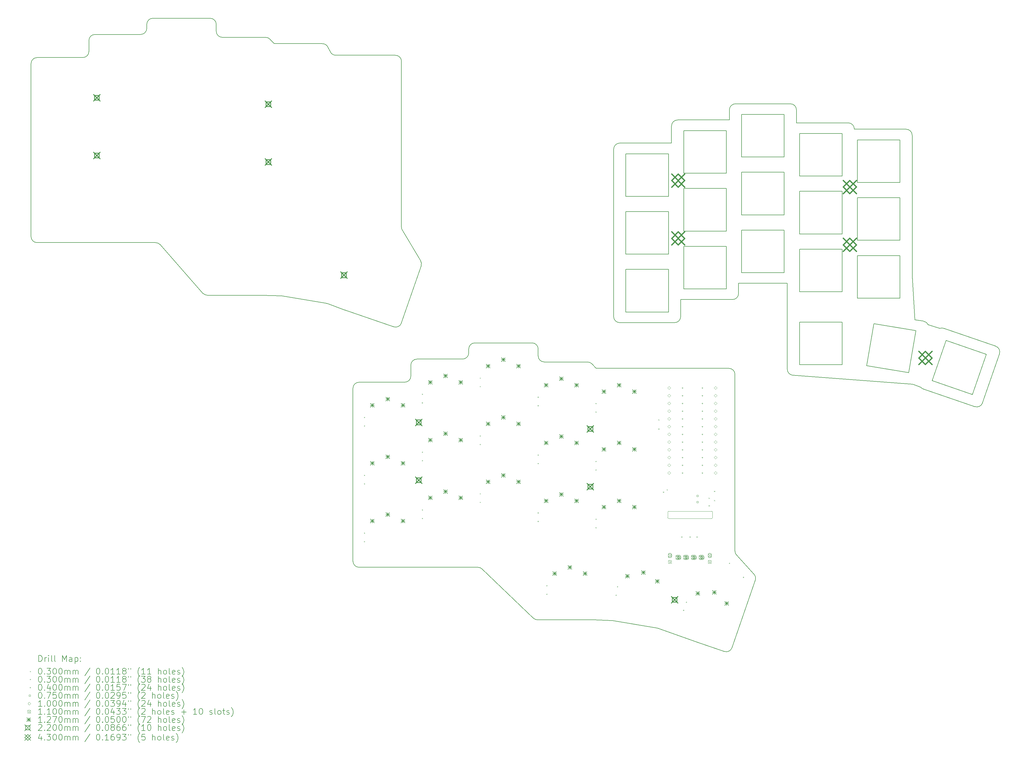
<source format=gbr>
%TF.GenerationSoftware,KiCad,Pcbnew,8.0.4*%
%TF.CreationDate,2024-08-15T00:18:30+05:45*%
%TF.ProjectId,kankeys,6b616e6b-6579-4732-9e6b-696361645f70,0.0.1*%
%TF.SameCoordinates,Original*%
%TF.FileFunction,Drillmap*%
%TF.FilePolarity,Positive*%
%FSLAX45Y45*%
G04 Gerber Fmt 4.5, Leading zero omitted, Abs format (unit mm)*
G04 Created by KiCad (PCBNEW 8.0.4) date 2024-08-15 00:18:30*
%MOMM*%
%LPD*%
G01*
G04 APERTURE LIST*
%ADD10C,0.150000*%
%ADD11C,0.050000*%
%ADD12C,0.200000*%
%ADD13C,0.100000*%
%ADD14C,0.110000*%
%ADD15C,0.127000*%
%ADD16C,0.220000*%
%ADD17C,0.430000*%
G04 APERTURE END LIST*
D10*
X27607573Y-15360000D02*
X27607573Y-21162447D01*
X22949388Y-23425000D02*
G75*
G02*
X22955757Y-23425101I-5J-200400D01*
G01*
X28231812Y-21923893D02*
G75*
G02*
X28273203Y-22123840I-147718J-134837D01*
G01*
X27659856Y-21297279D02*
G75*
G02*
X27607575Y-21162447I147717J134829D01*
G01*
X27510954Y-24337557D02*
G75*
G02*
X27256739Y-24461541I-189101J65117D01*
G01*
X21132908Y-23425000D02*
G75*
G02*
X20994558Y-23369432I-5J200000D01*
G01*
X27659856Y-21297279D02*
X28231812Y-21923893D01*
X18867574Y-14656000D02*
G75*
G02*
X18667574Y-14856000I-200000J0D01*
G01*
X23555443Y-23444206D02*
X22955757Y-23425101D01*
X19167239Y-21696000D02*
G75*
G02*
X19305589Y-21751568I5J-200000D01*
G01*
X16967574Y-15056000D02*
G75*
G02*
X17167574Y-14856000I200000J0D01*
G01*
X23047573Y-15160000D02*
X27407573Y-15160000D01*
X25050771Y-23692621D02*
X23582084Y-23446847D01*
X28273199Y-22123839D02*
X27510954Y-24337557D01*
X15267573Y-21696000D02*
X19167239Y-21696000D01*
X27407573Y-15160000D02*
G75*
G02*
X27607573Y-15360000I0J-200000D01*
G01*
X21347574Y-14951000D02*
X22769099Y-14951000D01*
X18867574Y-14524000D02*
G75*
G02*
X19067574Y-14324000I200000J0D01*
G01*
X20994560Y-23369429D02*
X19305587Y-21751571D01*
X27256737Y-24461547D02*
X26368753Y-24155790D01*
X25050771Y-23692621D02*
G75*
G02*
X25084480Y-23701335I-33007J-197259D01*
G01*
X18867574Y-14656000D02*
X18867574Y-14524000D01*
X21347574Y-14951000D02*
G75*
G02*
X21147574Y-14751000I0J200000D01*
G01*
X16967574Y-15416000D02*
X16967574Y-15056000D01*
X15067573Y-21496000D02*
X15067573Y-15816000D01*
X17167574Y-14856000D02*
X18667574Y-14856000D01*
X15067573Y-15816000D02*
G75*
G02*
X15267573Y-15616000I200000J0D01*
G01*
X16967574Y-15416000D02*
G75*
G02*
X16767573Y-15616000I-200000J0D01*
G01*
X22769099Y-14951000D02*
G75*
G02*
X22917090Y-15016463I4J-200000D01*
G01*
X19067574Y-14324000D02*
X20947574Y-14324000D01*
X23555443Y-23444206D02*
G75*
G02*
X23582084Y-23446847I-6369J-199904D01*
G01*
X20947574Y-14324000D02*
G75*
G02*
X21147574Y-14524000I0J-200000D01*
G01*
X22949388Y-23425000D02*
X21132908Y-23425000D01*
X26368753Y-24155790D02*
G75*
G02*
X26367147Y-24155229I67711J196560D01*
G01*
X15267573Y-21696000D02*
G75*
G02*
X15067573Y-21496000I0J200000D01*
G01*
X22917087Y-15016465D02*
X23047573Y-15160000D01*
X15267573Y-15616000D02*
X16767573Y-15616000D01*
X21147574Y-14524000D02*
X21147574Y-14751000D01*
X26367147Y-24155229D02*
X25084480Y-23701335D01*
X16688303Y-10621379D02*
X17287894Y-11625083D01*
X17305301Y-11792764D02*
X16658381Y-13671557D01*
X16404163Y-13795547D02*
X14798573Y-13242698D01*
X14795002Y-13241431D02*
X14232834Y-13035868D01*
X14197159Y-13026448D02*
X12729511Y-12780847D01*
X12702869Y-12778206D02*
X12103183Y-12759101D01*
X12096815Y-12759000D02*
X10290473Y-12759000D01*
X10140265Y-12691051D02*
X8739735Y-11097949D01*
X4700000Y-11030000D02*
X8589527Y-11030000D01*
X4500000Y-10830000D02*
X4500000Y-5150000D01*
X4700000Y-4950000D02*
X6200000Y-4950000D01*
X6400000Y-4750000D02*
X6400000Y-4390000D01*
X6600000Y-4190000D02*
X8100000Y-4190000D01*
X8300000Y-3990000D02*
X8300000Y-3858000D01*
X8500000Y-3658000D02*
X10380000Y-3658000D01*
X10580000Y-3858000D02*
X10580000Y-4085000D01*
X10780000Y-4285000D02*
X12201526Y-4285000D01*
X12349514Y-4350465D02*
X12480000Y-4494000D01*
X12480000Y-4494000D02*
X14066393Y-4494000D01*
X14245279Y-4604557D02*
X14324721Y-4763443D01*
X14503607Y-4874000D02*
X16460000Y-4874000D01*
X16660000Y-5074000D02*
X16660000Y-10518811D01*
X17287894Y-11625083D02*
G75*
G02*
X17305301Y-11792764I-171697J-102568D01*
G01*
X16658381Y-13671557D02*
G75*
G02*
X16404163Y-13795547I-189104J65114D01*
G01*
X14798573Y-13242698D02*
G75*
G02*
X14795002Y-13241431I65114J189104D01*
G01*
X14197159Y-13026448D02*
G75*
G02*
X14232834Y-13035868I-33010J-197257D01*
G01*
X12702869Y-12778206D02*
G75*
G02*
X12729511Y-12780847I-6368J-199899D01*
G01*
X12096815Y-12759000D02*
G75*
G02*
X12103183Y-12759101I0J-200000D01*
G01*
X10290473Y-12759000D02*
G75*
G02*
X10140265Y-12691051I0J200000D01*
G01*
X8589527Y-11030000D02*
G75*
G02*
X8739735Y-11097949I0J-200000D01*
G01*
X4700000Y-11030000D02*
G75*
G02*
X4500000Y-10830000I0J200000D01*
G01*
X4500000Y-5150000D02*
G75*
G02*
X4700000Y-4950000I200000J0D01*
G01*
X6400000Y-4750000D02*
G75*
G02*
X6200000Y-4950000I-200000J0D01*
G01*
X6400000Y-4390000D02*
G75*
G02*
X6600000Y-4190000I200000J0D01*
G01*
X8300000Y-3990000D02*
G75*
G02*
X8100000Y-4190000I-200000J0D01*
G01*
X8300000Y-3858000D02*
G75*
G02*
X8500000Y-3658000I200000J0D01*
G01*
X10380000Y-3658000D02*
G75*
G02*
X10580000Y-3858000I0J-200000D01*
G01*
X10780000Y-4285000D02*
G75*
G02*
X10580000Y-4085000I0J200000D01*
G01*
X12201526Y-4285000D02*
G75*
G02*
X12349514Y-4350465I0J-200000D01*
G01*
X14066393Y-4494000D02*
G75*
G02*
X14245279Y-4604557I0J-200000D01*
G01*
X14503607Y-4874000D02*
G75*
G02*
X14324721Y-4763443I0J200000D01*
G01*
X16460000Y-4874000D02*
G75*
G02*
X16660000Y-5074000I0J-200000D01*
G01*
X16688303Y-10621379D02*
G75*
G02*
X16660000Y-10518811I171697J102568D01*
G01*
X23825000Y-13660000D02*
X25625000Y-13660000D01*
X25825000Y-13460000D02*
G75*
G02*
X25625000Y-13660000I-200000J0D01*
G01*
X25825000Y-13460000D02*
X25825000Y-12900000D01*
X25825000Y-12900000D02*
X27525000Y-12900000D01*
X27725000Y-12700000D02*
G75*
G02*
X27525000Y-12900000I-200000J0D01*
G01*
X27725000Y-12700000D02*
X27725000Y-12368000D01*
X27725000Y-12368000D02*
X29325000Y-12368000D01*
X29325000Y-15189000D02*
X29325000Y-12368000D01*
X29510018Y-15388438D02*
G75*
G02*
X29325000Y-15189000I14982J199438D01*
G01*
X29510018Y-15388438D02*
X33444231Y-15683987D01*
X33444231Y-15683987D02*
X33692921Y-15773558D01*
X33778710Y-15831405D02*
G75*
G02*
X33692921Y-15773558I65114J189104D01*
G01*
X33778710Y-15831405D02*
X35480644Y-16417428D01*
X35734861Y-16293438D02*
G75*
G02*
X35480644Y-16417428I-189104J65114D01*
G01*
X35734861Y-16293438D02*
X36288327Y-14686056D01*
X36164337Y-14431839D02*
G75*
G02*
X36288327Y-14686056I-65114J-189104D01*
G01*
X36164337Y-14431839D02*
X34462403Y-13845816D01*
X34329668Y-13846699D02*
G75*
G02*
X34462403Y-13845816I67622J-188221D01*
G01*
X34329668Y-13846699D02*
X33948039Y-13724996D01*
X33799967Y-13612647D02*
G75*
G02*
X33948039Y-13724996I-33010J-197257D01*
G01*
X33799967Y-13612647D02*
X33512903Y-13564609D01*
X33512903Y-13564609D02*
X33425000Y-12147802D01*
X33425000Y-12147802D02*
X33425000Y-7504000D01*
X33225000Y-7304000D02*
G75*
G02*
X33425000Y-7504000I0J-200000D01*
G01*
X31525000Y-7304000D02*
X33225000Y-7304000D01*
X31525000Y-7304000D02*
X31525000Y-7295000D01*
X31325000Y-7095000D02*
G75*
G02*
X31525000Y-7295000I0J-200000D01*
G01*
X29625000Y-7095000D02*
X31325000Y-7095000D01*
X29625000Y-7095000D02*
X29625000Y-6668000D01*
X29425000Y-6468000D02*
G75*
G02*
X29625000Y-6668000I0J-200000D01*
G01*
X29425000Y-6468000D02*
X27625000Y-6468000D01*
X27425000Y-6668000D02*
G75*
G02*
X27625000Y-6468000I200000J0D01*
G01*
X27425000Y-6668000D02*
X27425000Y-7000000D01*
X25725000Y-7000000D02*
X27425000Y-7000000D01*
X25525000Y-7200000D02*
G75*
G02*
X25725000Y-7000000I200000J0D01*
G01*
X25525000Y-7200000D02*
X25525000Y-7760000D01*
X23825000Y-7760000D02*
X25525000Y-7760000D01*
X23625000Y-7960000D02*
G75*
G02*
X23825000Y-7760000I200000J0D01*
G01*
X23625000Y-13460000D02*
X23625000Y-7960000D01*
X23825000Y-13660000D02*
G75*
G02*
X23625000Y-13460000I0J200000D01*
G01*
X24025000Y-13310000D02*
X25425000Y-13310000D01*
X25425000Y-13310000D02*
X25425000Y-11910000D01*
X25425000Y-11910000D02*
X24025000Y-11910000D01*
X24025000Y-11910000D02*
X24025000Y-13310000D01*
X24025000Y-11410000D02*
X25425000Y-11410000D01*
X25425000Y-11410000D02*
X25425000Y-10010000D01*
X25425000Y-10010000D02*
X24025000Y-10010000D01*
X24025000Y-10010000D02*
X24025000Y-11410000D01*
X24025000Y-9510000D02*
X25425000Y-9510000D01*
X25425000Y-9510000D02*
X25425000Y-8110000D01*
X25425000Y-8110000D02*
X24025000Y-8110000D01*
X24025000Y-8110000D02*
X24025000Y-9510000D01*
X25925000Y-12550000D02*
X27325000Y-12550000D01*
X27325000Y-12550000D02*
X27325000Y-11150000D01*
X27325000Y-11150000D02*
X25925000Y-11150000D01*
X25925000Y-11150000D02*
X25925000Y-12550000D01*
X25925000Y-10650000D02*
X27325000Y-10650000D01*
X27325000Y-10650000D02*
X27325000Y-9250000D01*
X27325000Y-9250000D02*
X25925000Y-9250000D01*
X25925000Y-9250000D02*
X25925000Y-10650000D01*
X25925000Y-8750000D02*
X27325000Y-8750000D01*
X27325000Y-8750000D02*
X27325000Y-7350000D01*
X27325000Y-7350000D02*
X25925000Y-7350000D01*
X25925000Y-7350000D02*
X25925000Y-8750000D01*
X27825000Y-12018000D02*
X29225000Y-12018000D01*
X29225000Y-12018000D02*
X29225000Y-10618000D01*
X29225000Y-10618000D02*
X27825000Y-10618000D01*
X27825000Y-10618000D02*
X27825000Y-12018000D01*
X27825000Y-10118000D02*
X29225000Y-10118000D01*
X29225000Y-10118000D02*
X29225000Y-8718000D01*
X29225000Y-8718000D02*
X27825000Y-8718000D01*
X27825000Y-8718000D02*
X27825000Y-10118000D01*
X27825000Y-8218000D02*
X29225000Y-8218000D01*
X29225000Y-8218000D02*
X29225000Y-6818000D01*
X29225000Y-6818000D02*
X27825000Y-6818000D01*
X27825000Y-6818000D02*
X27825000Y-8218000D01*
X29725000Y-12645000D02*
X31125000Y-12645000D01*
X31125000Y-12645000D02*
X31125000Y-11245000D01*
X31125000Y-11245000D02*
X29725000Y-11245000D01*
X29725000Y-11245000D02*
X29725000Y-12645000D01*
X29725000Y-10745000D02*
X31125000Y-10745000D01*
X31125000Y-10745000D02*
X31125000Y-9345000D01*
X31125000Y-9345000D02*
X29725000Y-9345000D01*
X29725000Y-9345000D02*
X29725000Y-10745000D01*
X29725000Y-8845000D02*
X31125000Y-8845000D01*
X31125000Y-8845000D02*
X31125000Y-7445000D01*
X31125000Y-7445000D02*
X29725000Y-7445000D01*
X29725000Y-7445000D02*
X29725000Y-8845000D01*
X31625000Y-12854000D02*
X33025000Y-12854000D01*
X33025000Y-12854000D02*
X33025000Y-11454000D01*
X33025000Y-11454000D02*
X31625000Y-11454000D01*
X31625000Y-11454000D02*
X31625000Y-12854000D01*
X31625000Y-10954000D02*
X33025000Y-10954000D01*
X33025000Y-10954000D02*
X33025000Y-9554000D01*
X33025000Y-9554000D02*
X31625000Y-9554000D01*
X31625000Y-9554000D02*
X31625000Y-10954000D01*
X31625000Y-9054000D02*
X33025000Y-9054000D01*
X33025000Y-9054000D02*
X33025000Y-7654000D01*
X33025000Y-7654000D02*
X31625000Y-7654000D01*
X31625000Y-7654000D02*
X31625000Y-9054000D01*
X29725000Y-15039000D02*
X31125000Y-15039000D01*
X31125000Y-15039000D02*
X31125000Y-13639000D01*
X31125000Y-13639000D02*
X29725000Y-13639000D01*
X29725000Y-13639000D02*
X29725000Y-15039000D01*
X31933077Y-15074570D02*
X33313876Y-15305637D01*
X33313876Y-15305637D02*
X33544943Y-13924837D01*
X33544943Y-13924837D02*
X32164143Y-13693771D01*
X32164143Y-13693771D02*
X31933077Y-15074570D01*
X34081763Y-15565587D02*
X35405489Y-16021383D01*
X35405489Y-16021383D02*
X35861284Y-14697657D01*
X35861284Y-14697657D02*
X34537558Y-14241861D01*
X34537558Y-14241861D02*
X34081763Y-15565587D01*
D11*
X25401523Y-20063750D02*
X25401523Y-19883750D01*
X25431123Y-20093750D02*
X26841123Y-20093750D01*
X26841123Y-19853750D02*
X25431523Y-19853750D01*
X26871123Y-20063750D02*
X26871123Y-19883750D01*
X25401523Y-19883750D02*
G75*
G02*
X25431523Y-19853750I30000J0D01*
G01*
X25431523Y-20093750D02*
G75*
G02*
X25401523Y-20063750I0J30000D01*
G01*
X26841123Y-19853750D02*
G75*
G02*
X26871123Y-19883750I0J-30000D01*
G01*
X26871123Y-20063750D02*
G75*
G02*
X26841123Y-20093750I-30000J0D01*
G01*
D12*
D13*
X25092573Y-16835000D02*
X25122573Y-16865000D01*
X25122573Y-16835000D02*
X25092573Y-16865000D01*
X25092573Y-17135000D02*
X25122573Y-17165000D01*
X25122573Y-17135000D02*
X25092573Y-17165000D01*
X25242573Y-19210000D02*
X25272573Y-19240000D01*
X25272573Y-19210000D02*
X25242573Y-19240000D01*
X25367573Y-19135000D02*
X25397573Y-19165000D01*
X25397573Y-19135000D02*
X25367573Y-19165000D01*
X25842573Y-20685000D02*
X25872573Y-20715000D01*
X25872573Y-20685000D02*
X25842573Y-20715000D01*
X26117573Y-20685000D02*
X26147573Y-20715000D01*
X26147573Y-20685000D02*
X26117573Y-20715000D01*
X26342573Y-20685000D02*
X26372573Y-20715000D01*
X26372573Y-20685000D02*
X26342573Y-20715000D01*
X26742573Y-19410000D02*
X26772573Y-19440000D01*
X26772573Y-19410000D02*
X26742573Y-19440000D01*
X26742573Y-19660000D02*
X26772573Y-19690000D01*
X26772573Y-19660000D02*
X26742573Y-19690000D01*
X26917573Y-19185000D02*
X26947573Y-19215000D01*
X26947573Y-19185000D02*
X26917573Y-19215000D01*
X26917573Y-19485000D02*
X26947573Y-19515000D01*
X26947573Y-19485000D02*
X26917573Y-19515000D01*
X15462573Y-16776000D02*
G75*
G02*
X15432573Y-16776000I-15000J0D01*
G01*
X15432573Y-16776000D02*
G75*
G02*
X15462573Y-16776000I15000J0D01*
G01*
X15462573Y-17056000D02*
G75*
G02*
X15432573Y-17056000I-15000J0D01*
G01*
X15432573Y-17056000D02*
G75*
G02*
X15462573Y-17056000I15000J0D01*
G01*
X15462573Y-18676000D02*
G75*
G02*
X15432573Y-18676000I-15000J0D01*
G01*
X15432573Y-18676000D02*
G75*
G02*
X15462573Y-18676000I15000J0D01*
G01*
X15462573Y-18956000D02*
G75*
G02*
X15432573Y-18956000I-15000J0D01*
G01*
X15432573Y-18956000D02*
G75*
G02*
X15462573Y-18956000I15000J0D01*
G01*
X15462573Y-20576000D02*
G75*
G02*
X15432573Y-20576000I-15000J0D01*
G01*
X15432573Y-20576000D02*
G75*
G02*
X15462573Y-20576000I15000J0D01*
G01*
X15462573Y-20856000D02*
G75*
G02*
X15432573Y-20856000I-15000J0D01*
G01*
X15432573Y-20856000D02*
G75*
G02*
X15462573Y-20856000I15000J0D01*
G01*
X17362574Y-16016000D02*
G75*
G02*
X17332574Y-16016000I-15000J0D01*
G01*
X17332574Y-16016000D02*
G75*
G02*
X17362574Y-16016000I15000J0D01*
G01*
X17362574Y-16296000D02*
G75*
G02*
X17332574Y-16296000I-15000J0D01*
G01*
X17332574Y-16296000D02*
G75*
G02*
X17362574Y-16296000I15000J0D01*
G01*
X17362574Y-17916000D02*
G75*
G02*
X17332574Y-17916000I-15000J0D01*
G01*
X17332574Y-17916000D02*
G75*
G02*
X17362574Y-17916000I15000J0D01*
G01*
X17362574Y-18196000D02*
G75*
G02*
X17332574Y-18196000I-15000J0D01*
G01*
X17332574Y-18196000D02*
G75*
G02*
X17362574Y-18196000I15000J0D01*
G01*
X17362574Y-19816000D02*
G75*
G02*
X17332574Y-19816000I-15000J0D01*
G01*
X17332574Y-19816000D02*
G75*
G02*
X17362574Y-19816000I15000J0D01*
G01*
X17362574Y-20096000D02*
G75*
G02*
X17332574Y-20096000I-15000J0D01*
G01*
X17332574Y-20096000D02*
G75*
G02*
X17362574Y-20096000I15000J0D01*
G01*
X19262574Y-15484000D02*
G75*
G02*
X19232574Y-15484000I-15000J0D01*
G01*
X19232574Y-15484000D02*
G75*
G02*
X19262574Y-15484000I15000J0D01*
G01*
X19262574Y-15764000D02*
G75*
G02*
X19232574Y-15764000I-15000J0D01*
G01*
X19232574Y-15764000D02*
G75*
G02*
X19262574Y-15764000I15000J0D01*
G01*
X19262574Y-17384000D02*
G75*
G02*
X19232574Y-17384000I-15000J0D01*
G01*
X19232574Y-17384000D02*
G75*
G02*
X19262574Y-17384000I15000J0D01*
G01*
X19262574Y-17664000D02*
G75*
G02*
X19232574Y-17664000I-15000J0D01*
G01*
X19232574Y-17664000D02*
G75*
G02*
X19262574Y-17664000I15000J0D01*
G01*
X19262574Y-19284000D02*
G75*
G02*
X19232574Y-19284000I-15000J0D01*
G01*
X19232574Y-19284000D02*
G75*
G02*
X19262574Y-19284000I15000J0D01*
G01*
X19262574Y-19564000D02*
G75*
G02*
X19232574Y-19564000I-15000J0D01*
G01*
X19232574Y-19564000D02*
G75*
G02*
X19262574Y-19564000I15000J0D01*
G01*
X21162574Y-16111000D02*
G75*
G02*
X21132574Y-16111000I-15000J0D01*
G01*
X21132574Y-16111000D02*
G75*
G02*
X21162574Y-16111000I15000J0D01*
G01*
X21162574Y-16391000D02*
G75*
G02*
X21132574Y-16391000I-15000J0D01*
G01*
X21132574Y-16391000D02*
G75*
G02*
X21162574Y-16391000I15000J0D01*
G01*
X21162574Y-18011000D02*
G75*
G02*
X21132574Y-18011000I-15000J0D01*
G01*
X21132574Y-18011000D02*
G75*
G02*
X21162574Y-18011000I15000J0D01*
G01*
X21162574Y-18291000D02*
G75*
G02*
X21132574Y-18291000I-15000J0D01*
G01*
X21132574Y-18291000D02*
G75*
G02*
X21162574Y-18291000I15000J0D01*
G01*
X21162574Y-19911000D02*
G75*
G02*
X21132574Y-19911000I-15000J0D01*
G01*
X21132574Y-19911000D02*
G75*
G02*
X21162574Y-19911000I15000J0D01*
G01*
X21162574Y-20191000D02*
G75*
G02*
X21132574Y-20191000I-15000J0D01*
G01*
X21132574Y-20191000D02*
G75*
G02*
X21162574Y-20191000I15000J0D01*
G01*
X21447574Y-22305000D02*
G75*
G02*
X21417574Y-22305000I-15000J0D01*
G01*
X21417574Y-22305000D02*
G75*
G02*
X21447574Y-22305000I15000J0D01*
G01*
X21447574Y-22585000D02*
G75*
G02*
X21417574Y-22585000I-15000J0D01*
G01*
X21417574Y-22585000D02*
G75*
G02*
X21447574Y-22585000I15000J0D01*
G01*
X23062573Y-16320000D02*
G75*
G02*
X23032573Y-16320000I-15000J0D01*
G01*
X23032573Y-16320000D02*
G75*
G02*
X23062573Y-16320000I15000J0D01*
G01*
X23062573Y-16600000D02*
G75*
G02*
X23032573Y-16600000I-15000J0D01*
G01*
X23032573Y-16600000D02*
G75*
G02*
X23062573Y-16600000I15000J0D01*
G01*
X23062573Y-18220000D02*
G75*
G02*
X23032573Y-18220000I-15000J0D01*
G01*
X23032573Y-18220000D02*
G75*
G02*
X23062573Y-18220000I15000J0D01*
G01*
X23062573Y-18500000D02*
G75*
G02*
X23032573Y-18500000I-15000J0D01*
G01*
X23032573Y-18500000D02*
G75*
G02*
X23062573Y-18500000I15000J0D01*
G01*
X23062573Y-20120000D02*
G75*
G02*
X23032573Y-20120000I-15000J0D01*
G01*
X23032573Y-20120000D02*
G75*
G02*
X23062573Y-20120000I15000J0D01*
G01*
X23062573Y-20400000D02*
G75*
G02*
X23032573Y-20400000I-15000J0D01*
G01*
X23032573Y-20400000D02*
G75*
G02*
X23062573Y-20400000I15000J0D01*
G01*
X23722492Y-22616153D02*
G75*
G02*
X23692492Y-22616153I-15000J0D01*
G01*
X23692492Y-22616153D02*
G75*
G02*
X23722492Y-22616153I15000J0D01*
G01*
X23768705Y-22339993D02*
G75*
G02*
X23738705Y-22339993I-15000J0D01*
G01*
X23738705Y-22339993D02*
G75*
G02*
X23768705Y-22339993I15000J0D01*
G01*
X25937832Y-23113846D02*
G75*
G02*
X25907832Y-23113846I-15000J0D01*
G01*
X25907832Y-23113846D02*
G75*
G02*
X25937832Y-23113846I15000J0D01*
G01*
X26028991Y-22849101D02*
G75*
G02*
X25998991Y-22849101I-15000J0D01*
G01*
X25998991Y-22849101D02*
G75*
G02*
X26028991Y-22849101I15000J0D01*
G01*
X27442764Y-21570190D02*
G75*
G02*
X27412764Y-21570190I-15000J0D01*
G01*
X27412764Y-21570190D02*
G75*
G02*
X27442764Y-21570190I15000J0D01*
G01*
X27902383Y-22029810D02*
G75*
G02*
X27872383Y-22029810I-15000J0D01*
G01*
X27872383Y-22029810D02*
G75*
G02*
X27902383Y-22029810I15000J0D01*
G01*
X25881373Y-15783000D02*
X25881373Y-15823000D01*
X25861373Y-15803000D02*
X25901373Y-15803000D01*
X25881373Y-16037000D02*
X25881373Y-16077000D01*
X25861373Y-16057000D02*
X25901373Y-16057000D01*
X25881373Y-16291000D02*
X25881373Y-16331000D01*
X25861373Y-16311000D02*
X25901373Y-16311000D01*
X25881373Y-16545000D02*
X25881373Y-16585000D01*
X25861373Y-16565000D02*
X25901373Y-16565000D01*
X25881373Y-16799000D02*
X25881373Y-16839000D01*
X25861373Y-16819000D02*
X25901373Y-16819000D01*
X25881373Y-17053000D02*
X25881373Y-17093000D01*
X25861373Y-17073000D02*
X25901373Y-17073000D01*
X25881373Y-17307000D02*
X25881373Y-17347000D01*
X25861373Y-17327000D02*
X25901373Y-17327000D01*
X25881373Y-17561000D02*
X25881373Y-17601000D01*
X25861373Y-17581000D02*
X25901373Y-17581000D01*
X25881373Y-17815000D02*
X25881373Y-17855000D01*
X25861373Y-17835000D02*
X25901373Y-17835000D01*
X25881373Y-18069000D02*
X25881373Y-18109000D01*
X25861373Y-18089000D02*
X25901373Y-18089000D01*
X25881373Y-18323000D02*
X25881373Y-18363000D01*
X25861373Y-18343000D02*
X25901373Y-18343000D01*
X25881373Y-18577000D02*
X25881373Y-18617000D01*
X25861373Y-18597000D02*
X25901373Y-18597000D01*
X26533773Y-15783000D02*
X26533773Y-15823000D01*
X26513773Y-15803000D02*
X26553773Y-15803000D01*
X26533773Y-16037000D02*
X26533773Y-16077000D01*
X26513773Y-16057000D02*
X26553773Y-16057000D01*
X26533773Y-16291000D02*
X26533773Y-16331000D01*
X26513773Y-16311000D02*
X26553773Y-16311000D01*
X26533773Y-16545000D02*
X26533773Y-16585000D01*
X26513773Y-16565000D02*
X26553773Y-16565000D01*
X26533773Y-16799000D02*
X26533773Y-16839000D01*
X26513773Y-16819000D02*
X26553773Y-16819000D01*
X26533773Y-17053000D02*
X26533773Y-17093000D01*
X26513773Y-17073000D02*
X26553773Y-17073000D01*
X26533773Y-17307000D02*
X26533773Y-17347000D01*
X26513773Y-17327000D02*
X26553773Y-17327000D01*
X26533773Y-17561000D02*
X26533773Y-17601000D01*
X26513773Y-17581000D02*
X26553773Y-17581000D01*
X26533773Y-17815000D02*
X26533773Y-17855000D01*
X26513773Y-17835000D02*
X26553773Y-17835000D01*
X26533773Y-18069000D02*
X26533773Y-18109000D01*
X26513773Y-18089000D02*
X26553773Y-18089000D01*
X26533773Y-18323000D02*
X26533773Y-18363000D01*
X26513773Y-18343000D02*
X26553773Y-18343000D01*
X26533773Y-18577000D02*
X26533773Y-18617000D01*
X26513773Y-18597000D02*
X26553773Y-18597000D01*
X26404090Y-19376517D02*
X26404090Y-19323483D01*
X26351057Y-19323483D01*
X26351057Y-19376517D01*
X26404090Y-19376517D01*
X26404090Y-19576517D02*
X26404090Y-19523483D01*
X26351057Y-19523483D01*
X26351057Y-19576517D01*
X26404090Y-19576517D01*
X25445573Y-15853000D02*
X25495573Y-15803000D01*
X25445573Y-15753000D01*
X25395573Y-15803000D01*
X25445573Y-15853000D01*
X25445573Y-16107000D02*
X25495573Y-16057000D01*
X25445573Y-16007000D01*
X25395573Y-16057000D01*
X25445573Y-16107000D01*
X25445573Y-16361000D02*
X25495573Y-16311000D01*
X25445573Y-16261000D01*
X25395573Y-16311000D01*
X25445573Y-16361000D01*
X25445573Y-16615000D02*
X25495573Y-16565000D01*
X25445573Y-16515000D01*
X25395573Y-16565000D01*
X25445573Y-16615000D01*
X25445573Y-16869000D02*
X25495573Y-16819000D01*
X25445573Y-16769000D01*
X25395573Y-16819000D01*
X25445573Y-16869000D01*
X25445573Y-17123000D02*
X25495573Y-17073000D01*
X25445573Y-17023000D01*
X25395573Y-17073000D01*
X25445573Y-17123000D01*
X25445573Y-17377000D02*
X25495573Y-17327000D01*
X25445573Y-17277000D01*
X25395573Y-17327000D01*
X25445573Y-17377000D01*
X25445573Y-17631000D02*
X25495573Y-17581000D01*
X25445573Y-17531000D01*
X25395573Y-17581000D01*
X25445573Y-17631000D01*
X25445573Y-17885000D02*
X25495573Y-17835000D01*
X25445573Y-17785000D01*
X25395573Y-17835000D01*
X25445573Y-17885000D01*
X25445573Y-18139000D02*
X25495573Y-18089000D01*
X25445573Y-18039000D01*
X25395573Y-18089000D01*
X25445573Y-18139000D01*
X25445573Y-18393000D02*
X25495573Y-18343000D01*
X25445573Y-18293000D01*
X25395573Y-18343000D01*
X25445573Y-18393000D01*
X25445573Y-18647000D02*
X25495573Y-18597000D01*
X25445573Y-18547000D01*
X25395573Y-18597000D01*
X25445573Y-18647000D01*
X26969573Y-15853000D02*
X27019573Y-15803000D01*
X26969573Y-15753000D01*
X26919573Y-15803000D01*
X26969573Y-15853000D01*
X26969573Y-16107000D02*
X27019573Y-16057000D01*
X26969573Y-16007000D01*
X26919573Y-16057000D01*
X26969573Y-16107000D01*
X26969573Y-16361000D02*
X27019573Y-16311000D01*
X26969573Y-16261000D01*
X26919573Y-16311000D01*
X26969573Y-16361000D01*
X26969573Y-16615000D02*
X27019573Y-16565000D01*
X26969573Y-16515000D01*
X26919573Y-16565000D01*
X26969573Y-16615000D01*
X26969573Y-16869000D02*
X27019573Y-16819000D01*
X26969573Y-16769000D01*
X26919573Y-16819000D01*
X26969573Y-16869000D01*
X26969573Y-17123000D02*
X27019573Y-17073000D01*
X26969573Y-17023000D01*
X26919573Y-17073000D01*
X26969573Y-17123000D01*
X26969573Y-17377000D02*
X27019573Y-17327000D01*
X26969573Y-17277000D01*
X26919573Y-17327000D01*
X26969573Y-17377000D01*
X26969573Y-17631000D02*
X27019573Y-17581000D01*
X26969573Y-17531000D01*
X26919573Y-17581000D01*
X26969573Y-17631000D01*
X26969573Y-17885000D02*
X27019573Y-17835000D01*
X26969573Y-17785000D01*
X26919573Y-17835000D01*
X26969573Y-17885000D01*
X26969573Y-18139000D02*
X27019573Y-18089000D01*
X26969573Y-18039000D01*
X26919573Y-18089000D01*
X26969573Y-18139000D01*
X26969573Y-18393000D02*
X27019573Y-18343000D01*
X26969573Y-18293000D01*
X26919573Y-18343000D01*
X26969573Y-18393000D01*
X26969573Y-18647000D02*
X27019573Y-18597000D01*
X26969573Y-18547000D01*
X26919573Y-18597000D01*
X26969573Y-18647000D01*
D14*
X25416523Y-21253750D02*
X25526523Y-21363750D01*
X25526523Y-21253750D02*
X25416523Y-21363750D01*
X25526523Y-21308750D02*
G75*
G02*
X25416523Y-21308750I-55000J0D01*
G01*
X25416523Y-21308750D02*
G75*
G02*
X25526523Y-21308750I55000J0D01*
G01*
D13*
X25526523Y-21333750D02*
X25526523Y-21283750D01*
X25416523Y-21283750D02*
G75*
G02*
X25526523Y-21283750I55000J0D01*
G01*
X25416523Y-21283750D02*
X25416523Y-21333750D01*
X25416523Y-21333750D02*
G75*
G03*
X25526523Y-21333750I55000J0D01*
G01*
D14*
X25416523Y-21463750D02*
X25526523Y-21573750D01*
X25526523Y-21463750D02*
X25416523Y-21573750D01*
X25526523Y-21518750D02*
G75*
G02*
X25416523Y-21518750I-55000J0D01*
G01*
X25416523Y-21518750D02*
G75*
G02*
X25526523Y-21518750I55000J0D01*
G01*
X25664123Y-21316250D02*
X25774123Y-21426250D01*
X25774123Y-21316250D02*
X25664123Y-21426250D01*
X25774123Y-21371250D02*
G75*
G02*
X25664123Y-21371250I-55000J0D01*
G01*
X25664123Y-21371250D02*
G75*
G02*
X25774123Y-21371250I55000J0D01*
G01*
D13*
X25774123Y-21396250D02*
X25774123Y-21346250D01*
X25664123Y-21346250D02*
G75*
G02*
X25774123Y-21346250I55000J0D01*
G01*
X25664123Y-21346250D02*
X25664123Y-21396250D01*
X25664123Y-21396250D02*
G75*
G03*
X25774123Y-21396250I55000J0D01*
G01*
D14*
X25716523Y-21316250D02*
X25826523Y-21426250D01*
X25826523Y-21316250D02*
X25716523Y-21426250D01*
X25826523Y-21371250D02*
G75*
G02*
X25716523Y-21371250I-55000J0D01*
G01*
X25716523Y-21371250D02*
G75*
G02*
X25826523Y-21371250I55000J0D01*
G01*
D13*
X25716523Y-21346250D02*
X25716523Y-21396250D01*
X25826523Y-21396250D02*
G75*
G02*
X25716523Y-21396250I-55000J0D01*
G01*
X25826523Y-21396250D02*
X25826523Y-21346250D01*
X25826523Y-21346250D02*
G75*
G03*
X25716523Y-21346250I-55000J0D01*
G01*
D14*
X25918123Y-21316250D02*
X26028123Y-21426250D01*
X26028123Y-21316250D02*
X25918123Y-21426250D01*
X26028123Y-21371250D02*
G75*
G02*
X25918123Y-21371250I-55000J0D01*
G01*
X25918123Y-21371250D02*
G75*
G02*
X26028123Y-21371250I55000J0D01*
G01*
D13*
X26028123Y-21396250D02*
X26028123Y-21346250D01*
X25918123Y-21346250D02*
G75*
G02*
X26028123Y-21346250I55000J0D01*
G01*
X25918123Y-21346250D02*
X25918123Y-21396250D01*
X25918123Y-21396250D02*
G75*
G03*
X26028123Y-21396250I55000J0D01*
G01*
D14*
X25970523Y-21316250D02*
X26080523Y-21426250D01*
X26080523Y-21316250D02*
X25970523Y-21426250D01*
X26080523Y-21371250D02*
G75*
G02*
X25970523Y-21371250I-55000J0D01*
G01*
X25970523Y-21371250D02*
G75*
G02*
X26080523Y-21371250I55000J0D01*
G01*
D13*
X25970523Y-21346250D02*
X25970523Y-21396250D01*
X26080523Y-21396250D02*
G75*
G02*
X25970523Y-21396250I-55000J0D01*
G01*
X26080523Y-21396250D02*
X26080523Y-21346250D01*
X26080523Y-21346250D02*
G75*
G03*
X25970523Y-21346250I-55000J0D01*
G01*
D14*
X26172123Y-21316250D02*
X26282123Y-21426250D01*
X26282123Y-21316250D02*
X26172123Y-21426250D01*
X26282123Y-21371250D02*
G75*
G02*
X26172123Y-21371250I-55000J0D01*
G01*
X26172123Y-21371250D02*
G75*
G02*
X26282123Y-21371250I55000J0D01*
G01*
D13*
X26282123Y-21396250D02*
X26282123Y-21346250D01*
X26172123Y-21346250D02*
G75*
G02*
X26282123Y-21346250I55000J0D01*
G01*
X26172123Y-21346250D02*
X26172123Y-21396250D01*
X26172123Y-21396250D02*
G75*
G03*
X26282123Y-21396250I55000J0D01*
G01*
D14*
X26224523Y-21316250D02*
X26334523Y-21426250D01*
X26334523Y-21316250D02*
X26224523Y-21426250D01*
X26334523Y-21371250D02*
G75*
G02*
X26224523Y-21371250I-55000J0D01*
G01*
X26224523Y-21371250D02*
G75*
G02*
X26334523Y-21371250I55000J0D01*
G01*
D13*
X26224523Y-21346250D02*
X26224523Y-21396250D01*
X26334523Y-21396250D02*
G75*
G02*
X26224523Y-21396250I-55000J0D01*
G01*
X26334523Y-21396250D02*
X26334523Y-21346250D01*
X26334523Y-21346250D02*
G75*
G03*
X26224523Y-21346250I-55000J0D01*
G01*
D14*
X26426123Y-21316250D02*
X26536123Y-21426250D01*
X26536123Y-21316250D02*
X26426123Y-21426250D01*
X26536123Y-21371250D02*
G75*
G02*
X26426123Y-21371250I-55000J0D01*
G01*
X26426123Y-21371250D02*
G75*
G02*
X26536123Y-21371250I55000J0D01*
G01*
D13*
X26536123Y-21396250D02*
X26536123Y-21346250D01*
X26426123Y-21346250D02*
G75*
G02*
X26536123Y-21346250I55000J0D01*
G01*
X26426123Y-21346250D02*
X26426123Y-21396250D01*
X26426123Y-21396250D02*
G75*
G03*
X26536123Y-21396250I55000J0D01*
G01*
D14*
X26478523Y-21316250D02*
X26588523Y-21426250D01*
X26588523Y-21316250D02*
X26478523Y-21426250D01*
X26588523Y-21371250D02*
G75*
G02*
X26478523Y-21371250I-55000J0D01*
G01*
X26478523Y-21371250D02*
G75*
G02*
X26588523Y-21371250I55000J0D01*
G01*
D13*
X26478523Y-21346250D02*
X26478523Y-21396250D01*
X26588523Y-21396250D02*
G75*
G02*
X26478523Y-21396250I-55000J0D01*
G01*
X26588523Y-21396250D02*
X26588523Y-21346250D01*
X26588523Y-21346250D02*
G75*
G03*
X26478523Y-21346250I-55000J0D01*
G01*
D14*
X26726123Y-21253750D02*
X26836123Y-21363750D01*
X26836123Y-21253750D02*
X26726123Y-21363750D01*
X26836123Y-21308750D02*
G75*
G02*
X26726123Y-21308750I-55000J0D01*
G01*
X26726123Y-21308750D02*
G75*
G02*
X26836123Y-21308750I55000J0D01*
G01*
D13*
X26726123Y-21283750D02*
X26726123Y-21333750D01*
X26836123Y-21333750D02*
G75*
G02*
X26726123Y-21333750I-55000J0D01*
G01*
X26836123Y-21333750D02*
X26836123Y-21283750D01*
X26836123Y-21283750D02*
G75*
G03*
X26726123Y-21283750I-55000J0D01*
G01*
D14*
X26726123Y-21463750D02*
X26836123Y-21573750D01*
X26836123Y-21463750D02*
X26726123Y-21573750D01*
X26836123Y-21518750D02*
G75*
G02*
X26726123Y-21518750I-55000J0D01*
G01*
X26726123Y-21518750D02*
G75*
G02*
X26836123Y-21518750I55000J0D01*
G01*
D15*
X15644073Y-16312500D02*
X15771073Y-16439500D01*
X15771073Y-16312500D02*
X15644073Y-16439500D01*
X15707573Y-16312500D02*
X15707573Y-16439500D01*
X15644073Y-16376000D02*
X15771073Y-16376000D01*
X15644073Y-18212500D02*
X15771073Y-18339500D01*
X15771073Y-18212500D02*
X15644073Y-18339500D01*
X15707573Y-18212500D02*
X15707573Y-18339500D01*
X15644073Y-18276000D02*
X15771073Y-18276000D01*
X15644073Y-20112500D02*
X15771073Y-20239500D01*
X15771073Y-20112500D02*
X15644073Y-20239500D01*
X15707573Y-20112500D02*
X15707573Y-20239500D01*
X15644073Y-20176000D02*
X15771073Y-20176000D01*
X16144073Y-16102500D02*
X16271073Y-16229500D01*
X16271073Y-16102500D02*
X16144073Y-16229500D01*
X16207573Y-16102500D02*
X16207573Y-16229500D01*
X16144073Y-16166000D02*
X16271073Y-16166000D01*
X16144073Y-16102500D02*
X16271073Y-16229500D01*
X16271073Y-16102500D02*
X16144073Y-16229500D01*
X16207573Y-16102500D02*
X16207573Y-16229500D01*
X16144073Y-16166000D02*
X16271073Y-16166000D01*
X16144073Y-18002500D02*
X16271073Y-18129500D01*
X16271073Y-18002500D02*
X16144073Y-18129500D01*
X16207573Y-18002500D02*
X16207573Y-18129500D01*
X16144073Y-18066000D02*
X16271073Y-18066000D01*
X16144073Y-18002500D02*
X16271073Y-18129500D01*
X16271073Y-18002500D02*
X16144073Y-18129500D01*
X16207573Y-18002500D02*
X16207573Y-18129500D01*
X16144073Y-18066000D02*
X16271073Y-18066000D01*
X16144073Y-19902500D02*
X16271073Y-20029500D01*
X16271073Y-19902500D02*
X16144073Y-20029500D01*
X16207573Y-19902500D02*
X16207573Y-20029500D01*
X16144073Y-19966000D02*
X16271073Y-19966000D01*
X16144073Y-19902500D02*
X16271073Y-20029500D01*
X16271073Y-19902500D02*
X16144073Y-20029500D01*
X16207573Y-19902500D02*
X16207573Y-20029500D01*
X16144073Y-19966000D02*
X16271073Y-19966000D01*
X16644073Y-16312500D02*
X16771073Y-16439500D01*
X16771073Y-16312500D02*
X16644073Y-16439500D01*
X16707573Y-16312500D02*
X16707573Y-16439500D01*
X16644073Y-16376000D02*
X16771073Y-16376000D01*
X16644073Y-18212500D02*
X16771073Y-18339500D01*
X16771073Y-18212500D02*
X16644073Y-18339500D01*
X16707573Y-18212500D02*
X16707573Y-18339500D01*
X16644073Y-18276000D02*
X16771073Y-18276000D01*
X16644073Y-20112500D02*
X16771073Y-20239500D01*
X16771073Y-20112500D02*
X16644073Y-20239500D01*
X16707573Y-20112500D02*
X16707573Y-20239500D01*
X16644073Y-20176000D02*
X16771073Y-20176000D01*
X17544074Y-15552500D02*
X17671074Y-15679500D01*
X17671074Y-15552500D02*
X17544074Y-15679500D01*
X17607574Y-15552500D02*
X17607574Y-15679500D01*
X17544074Y-15616000D02*
X17671074Y-15616000D01*
X17544074Y-17452500D02*
X17671074Y-17579500D01*
X17671074Y-17452500D02*
X17544074Y-17579500D01*
X17607574Y-17452500D02*
X17607574Y-17579500D01*
X17544074Y-17516000D02*
X17671074Y-17516000D01*
X17544074Y-19352500D02*
X17671074Y-19479500D01*
X17671074Y-19352500D02*
X17544074Y-19479500D01*
X17607574Y-19352500D02*
X17607574Y-19479500D01*
X17544074Y-19416000D02*
X17671074Y-19416000D01*
X18044074Y-15342500D02*
X18171074Y-15469500D01*
X18171074Y-15342500D02*
X18044074Y-15469500D01*
X18107574Y-15342500D02*
X18107574Y-15469500D01*
X18044074Y-15406000D02*
X18171074Y-15406000D01*
X18044074Y-15342500D02*
X18171074Y-15469500D01*
X18171074Y-15342500D02*
X18044074Y-15469500D01*
X18107574Y-15342500D02*
X18107574Y-15469500D01*
X18044074Y-15406000D02*
X18171074Y-15406000D01*
X18044074Y-17242500D02*
X18171074Y-17369500D01*
X18171074Y-17242500D02*
X18044074Y-17369500D01*
X18107574Y-17242500D02*
X18107574Y-17369500D01*
X18044074Y-17306000D02*
X18171074Y-17306000D01*
X18044074Y-17242500D02*
X18171074Y-17369500D01*
X18171074Y-17242500D02*
X18044074Y-17369500D01*
X18107574Y-17242500D02*
X18107574Y-17369500D01*
X18044074Y-17306000D02*
X18171074Y-17306000D01*
X18044074Y-19142500D02*
X18171074Y-19269500D01*
X18171074Y-19142500D02*
X18044074Y-19269500D01*
X18107574Y-19142500D02*
X18107574Y-19269500D01*
X18044074Y-19206000D02*
X18171074Y-19206000D01*
X18044074Y-19142500D02*
X18171074Y-19269500D01*
X18171074Y-19142500D02*
X18044074Y-19269500D01*
X18107574Y-19142500D02*
X18107574Y-19269500D01*
X18044074Y-19206000D02*
X18171074Y-19206000D01*
X18544074Y-15552500D02*
X18671074Y-15679500D01*
X18671074Y-15552500D02*
X18544074Y-15679500D01*
X18607574Y-15552500D02*
X18607574Y-15679500D01*
X18544074Y-15616000D02*
X18671074Y-15616000D01*
X18544074Y-17452500D02*
X18671074Y-17579500D01*
X18671074Y-17452500D02*
X18544074Y-17579500D01*
X18607574Y-17452500D02*
X18607574Y-17579500D01*
X18544074Y-17516000D02*
X18671074Y-17516000D01*
X18544074Y-19352500D02*
X18671074Y-19479500D01*
X18671074Y-19352500D02*
X18544074Y-19479500D01*
X18607574Y-19352500D02*
X18607574Y-19479500D01*
X18544074Y-19416000D02*
X18671074Y-19416000D01*
X19444074Y-15020500D02*
X19571074Y-15147500D01*
X19571074Y-15020500D02*
X19444074Y-15147500D01*
X19507574Y-15020500D02*
X19507574Y-15147500D01*
X19444074Y-15084000D02*
X19571074Y-15084000D01*
X19444074Y-16920500D02*
X19571074Y-17047500D01*
X19571074Y-16920500D02*
X19444074Y-17047500D01*
X19507574Y-16920500D02*
X19507574Y-17047500D01*
X19444074Y-16984000D02*
X19571074Y-16984000D01*
X19444074Y-18820500D02*
X19571074Y-18947500D01*
X19571074Y-18820500D02*
X19444074Y-18947500D01*
X19507574Y-18820500D02*
X19507574Y-18947500D01*
X19444074Y-18884000D02*
X19571074Y-18884000D01*
X19944074Y-14810500D02*
X20071074Y-14937500D01*
X20071074Y-14810500D02*
X19944074Y-14937500D01*
X20007574Y-14810500D02*
X20007574Y-14937500D01*
X19944074Y-14874000D02*
X20071074Y-14874000D01*
X19944074Y-14810500D02*
X20071074Y-14937500D01*
X20071074Y-14810500D02*
X19944074Y-14937500D01*
X20007574Y-14810500D02*
X20007574Y-14937500D01*
X19944074Y-14874000D02*
X20071074Y-14874000D01*
X19944074Y-16710500D02*
X20071074Y-16837500D01*
X20071074Y-16710500D02*
X19944074Y-16837500D01*
X20007574Y-16710500D02*
X20007574Y-16837500D01*
X19944074Y-16774000D02*
X20071074Y-16774000D01*
X19944074Y-16710500D02*
X20071074Y-16837500D01*
X20071074Y-16710500D02*
X19944074Y-16837500D01*
X20007574Y-16710500D02*
X20007574Y-16837500D01*
X19944074Y-16774000D02*
X20071074Y-16774000D01*
X19944074Y-18610500D02*
X20071074Y-18737500D01*
X20071074Y-18610500D02*
X19944074Y-18737500D01*
X20007574Y-18610500D02*
X20007574Y-18737500D01*
X19944074Y-18674000D02*
X20071074Y-18674000D01*
X19944074Y-18610500D02*
X20071074Y-18737500D01*
X20071074Y-18610500D02*
X19944074Y-18737500D01*
X20007574Y-18610500D02*
X20007574Y-18737500D01*
X19944074Y-18674000D02*
X20071074Y-18674000D01*
X20444074Y-15020500D02*
X20571074Y-15147500D01*
X20571074Y-15020500D02*
X20444074Y-15147500D01*
X20507574Y-15020500D02*
X20507574Y-15147500D01*
X20444074Y-15084000D02*
X20571074Y-15084000D01*
X20444074Y-16920500D02*
X20571074Y-17047500D01*
X20571074Y-16920500D02*
X20444074Y-17047500D01*
X20507574Y-16920500D02*
X20507574Y-17047500D01*
X20444074Y-16984000D02*
X20571074Y-16984000D01*
X20444074Y-18820500D02*
X20571074Y-18947500D01*
X20571074Y-18820500D02*
X20444074Y-18947500D01*
X20507574Y-18820500D02*
X20507574Y-18947500D01*
X20444074Y-18884000D02*
X20571074Y-18884000D01*
X21344074Y-15647500D02*
X21471074Y-15774500D01*
X21471074Y-15647500D02*
X21344074Y-15774500D01*
X21407574Y-15647500D02*
X21407574Y-15774500D01*
X21344074Y-15711000D02*
X21471074Y-15711000D01*
X21344074Y-17547500D02*
X21471074Y-17674500D01*
X21471074Y-17547500D02*
X21344074Y-17674500D01*
X21407574Y-17547500D02*
X21407574Y-17674500D01*
X21344074Y-17611000D02*
X21471074Y-17611000D01*
X21344074Y-19447500D02*
X21471074Y-19574500D01*
X21471074Y-19447500D02*
X21344074Y-19574500D01*
X21407574Y-19447500D02*
X21407574Y-19574500D01*
X21344074Y-19511000D02*
X21471074Y-19511000D01*
X21629074Y-21841500D02*
X21756074Y-21968500D01*
X21756074Y-21841500D02*
X21629074Y-21968500D01*
X21692574Y-21841500D02*
X21692574Y-21968500D01*
X21629074Y-21905000D02*
X21756074Y-21905000D01*
X21844074Y-15437500D02*
X21971074Y-15564500D01*
X21971074Y-15437500D02*
X21844074Y-15564500D01*
X21907574Y-15437500D02*
X21907574Y-15564500D01*
X21844074Y-15501000D02*
X21971074Y-15501000D01*
X21844074Y-15437500D02*
X21971074Y-15564500D01*
X21971074Y-15437500D02*
X21844074Y-15564500D01*
X21907574Y-15437500D02*
X21907574Y-15564500D01*
X21844074Y-15501000D02*
X21971074Y-15501000D01*
X21844074Y-17337500D02*
X21971074Y-17464500D01*
X21971074Y-17337500D02*
X21844074Y-17464500D01*
X21907574Y-17337500D02*
X21907574Y-17464500D01*
X21844074Y-17401000D02*
X21971074Y-17401000D01*
X21844074Y-17337500D02*
X21971074Y-17464500D01*
X21971074Y-17337500D02*
X21844074Y-17464500D01*
X21907574Y-17337500D02*
X21907574Y-17464500D01*
X21844074Y-17401000D02*
X21971074Y-17401000D01*
X21844074Y-19237500D02*
X21971074Y-19364500D01*
X21971074Y-19237500D02*
X21844074Y-19364500D01*
X21907574Y-19237500D02*
X21907574Y-19364500D01*
X21844074Y-19301000D02*
X21971074Y-19301000D01*
X21844074Y-19237500D02*
X21971074Y-19364500D01*
X21971074Y-19237500D02*
X21844074Y-19364500D01*
X21907574Y-19237500D02*
X21907574Y-19364500D01*
X21844074Y-19301000D02*
X21971074Y-19301000D01*
X22129074Y-21631500D02*
X22256074Y-21758500D01*
X22256074Y-21631500D02*
X22129074Y-21758500D01*
X22192574Y-21631500D02*
X22192574Y-21758500D01*
X22129074Y-21695000D02*
X22256074Y-21695000D01*
X22129074Y-21631500D02*
X22256074Y-21758500D01*
X22256074Y-21631500D02*
X22129074Y-21758500D01*
X22192574Y-21631500D02*
X22192574Y-21758500D01*
X22129074Y-21695000D02*
X22256074Y-21695000D01*
X22344074Y-15647500D02*
X22471073Y-15774500D01*
X22471073Y-15647500D02*
X22344074Y-15774500D01*
X22407573Y-15647500D02*
X22407573Y-15774500D01*
X22344074Y-15711000D02*
X22471073Y-15711000D01*
X22344074Y-17547500D02*
X22471073Y-17674500D01*
X22471073Y-17547500D02*
X22344074Y-17674500D01*
X22407573Y-17547500D02*
X22407573Y-17674500D01*
X22344074Y-17611000D02*
X22471073Y-17611000D01*
X22344074Y-19447500D02*
X22471073Y-19574500D01*
X22471073Y-19447500D02*
X22344074Y-19574500D01*
X22407573Y-19447500D02*
X22407573Y-19574500D01*
X22344074Y-19511000D02*
X22471073Y-19511000D01*
X22629073Y-21841500D02*
X22756073Y-21968500D01*
X22756073Y-21841500D02*
X22629073Y-21968500D01*
X22692573Y-21841500D02*
X22692573Y-21968500D01*
X22629073Y-21905000D02*
X22756073Y-21905000D01*
X23244073Y-15856500D02*
X23371073Y-15983500D01*
X23371073Y-15856500D02*
X23244073Y-15983500D01*
X23307573Y-15856500D02*
X23307573Y-15983500D01*
X23244073Y-15920000D02*
X23371073Y-15920000D01*
X23244073Y-17756500D02*
X23371073Y-17883500D01*
X23371073Y-17756500D02*
X23244073Y-17883500D01*
X23307573Y-17756500D02*
X23307573Y-17883500D01*
X23244073Y-17820000D02*
X23371073Y-17820000D01*
X23244073Y-19656500D02*
X23371073Y-19783500D01*
X23371073Y-19656500D02*
X23244073Y-19783500D01*
X23307573Y-19656500D02*
X23307573Y-19783500D01*
X23244073Y-19720000D02*
X23371073Y-19720000D01*
X23744073Y-15646500D02*
X23871073Y-15773500D01*
X23871073Y-15646500D02*
X23744073Y-15773500D01*
X23807573Y-15646500D02*
X23807573Y-15773500D01*
X23744073Y-15710000D02*
X23871073Y-15710000D01*
X23744073Y-15646500D02*
X23871073Y-15773500D01*
X23871073Y-15646500D02*
X23744073Y-15773500D01*
X23807573Y-15646500D02*
X23807573Y-15773500D01*
X23744073Y-15710000D02*
X23871073Y-15710000D01*
X23744073Y-17546500D02*
X23871073Y-17673500D01*
X23871073Y-17546500D02*
X23744073Y-17673500D01*
X23807573Y-17546500D02*
X23807573Y-17673500D01*
X23744073Y-17610000D02*
X23871073Y-17610000D01*
X23744073Y-17546500D02*
X23871073Y-17673500D01*
X23871073Y-17546500D02*
X23744073Y-17673500D01*
X23807573Y-17546500D02*
X23807573Y-17673500D01*
X23744073Y-17610000D02*
X23871073Y-17610000D01*
X23744073Y-19446500D02*
X23871073Y-19573500D01*
X23871073Y-19446500D02*
X23744073Y-19573500D01*
X23807573Y-19446500D02*
X23807573Y-19573500D01*
X23744073Y-19510000D02*
X23871073Y-19510000D01*
X23744073Y-19446500D02*
X23871073Y-19573500D01*
X23871073Y-19446500D02*
X23744073Y-19573500D01*
X23807573Y-19446500D02*
X23807573Y-19573500D01*
X23744073Y-19510000D02*
X23871073Y-19510000D01*
X24012659Y-21924892D02*
X24139659Y-22051892D01*
X24139659Y-21924892D02*
X24012659Y-22051892D01*
X24076159Y-21924892D02*
X24076159Y-22051892D01*
X24012659Y-21988392D02*
X24139659Y-21988392D01*
X24244073Y-15856500D02*
X24371073Y-15983500D01*
X24371073Y-15856500D02*
X24244073Y-15983500D01*
X24307573Y-15856500D02*
X24307573Y-15983500D01*
X24244073Y-15920000D02*
X24371073Y-15920000D01*
X24244073Y-17756500D02*
X24371073Y-17883500D01*
X24371073Y-17756500D02*
X24244073Y-17883500D01*
X24307573Y-17756500D02*
X24307573Y-17883500D01*
X24244073Y-17820000D02*
X24371073Y-17820000D01*
X24244073Y-19656500D02*
X24371073Y-19783500D01*
X24371073Y-19656500D02*
X24244073Y-19783500D01*
X24307573Y-19656500D02*
X24307573Y-19783500D01*
X24244073Y-19720000D02*
X24371073Y-19720000D01*
X24540461Y-21800295D02*
X24667461Y-21927295D01*
X24667461Y-21800295D02*
X24540461Y-21927295D01*
X24603961Y-21800295D02*
X24603961Y-21927295D01*
X24540461Y-21863795D02*
X24667461Y-21863795D01*
X24540461Y-21800295D02*
X24667461Y-21927295D01*
X24667461Y-21800295D02*
X24540461Y-21927295D01*
X24603961Y-21800295D02*
X24603961Y-21927295D01*
X24540461Y-21863795D02*
X24667461Y-21863795D01*
X24998944Y-22089939D02*
X25125944Y-22216939D01*
X25125944Y-22089939D02*
X24998944Y-22216939D01*
X25062444Y-22089939D02*
X25062444Y-22216939D01*
X24998944Y-22153439D02*
X25125944Y-22153439D01*
X26326554Y-22492041D02*
X26453554Y-22619041D01*
X26453554Y-22492041D02*
X26326554Y-22619041D01*
X26390054Y-22492041D02*
X26390054Y-22619041D01*
X26326554Y-22555541D02*
X26453554Y-22555541D01*
X26867682Y-22456266D02*
X26994682Y-22583266D01*
X26994682Y-22456266D02*
X26867682Y-22583266D01*
X26931182Y-22456266D02*
X26931182Y-22583266D01*
X26867682Y-22519766D02*
X26994682Y-22519766D01*
X26867682Y-22456266D02*
X26994682Y-22583266D01*
X26994682Y-22456266D02*
X26867682Y-22583266D01*
X26931182Y-22456266D02*
X26931182Y-22583266D01*
X26867682Y-22519766D02*
X26994682Y-22519766D01*
X27272072Y-22817609D02*
X27399072Y-22944609D01*
X27399072Y-22817609D02*
X27272072Y-22944609D01*
X27335572Y-22817609D02*
X27335572Y-22944609D01*
X27272072Y-22881109D02*
X27399072Y-22881109D01*
D16*
X6546667Y-6156667D02*
X6766667Y-6376667D01*
X6766667Y-6156667D02*
X6546667Y-6376667D01*
X6734449Y-6344449D02*
X6734449Y-6188884D01*
X6578884Y-6188884D01*
X6578884Y-6344449D01*
X6734449Y-6344449D01*
X6546667Y-8056667D02*
X6766667Y-8276667D01*
X6766667Y-8056667D02*
X6546667Y-8276667D01*
X6734449Y-8244449D02*
X6734449Y-8088884D01*
X6578884Y-8088884D01*
X6578884Y-8244449D01*
X6734449Y-8244449D01*
X12180000Y-6369500D02*
X12400000Y-6589500D01*
X12400000Y-6369500D02*
X12180000Y-6589500D01*
X12367782Y-6557282D02*
X12367782Y-6401717D01*
X12212217Y-6401717D01*
X12212217Y-6557282D01*
X12367782Y-6557282D01*
X12180000Y-8269500D02*
X12400000Y-8489500D01*
X12400000Y-8269500D02*
X12180000Y-8489500D01*
X12367782Y-8457283D02*
X12367782Y-8301717D01*
X12212217Y-8301717D01*
X12212217Y-8457283D01*
X12367782Y-8457283D01*
X14660267Y-11985663D02*
X14880267Y-12205663D01*
X14880267Y-11985663D02*
X14660267Y-12205663D01*
X14848049Y-12173445D02*
X14848049Y-12017880D01*
X14692484Y-12017880D01*
X14692484Y-12173445D01*
X14848049Y-12173445D01*
X17114240Y-16822667D02*
X17334240Y-17042667D01*
X17334240Y-16822667D02*
X17114240Y-17042667D01*
X17302023Y-17010449D02*
X17302023Y-16854884D01*
X17146458Y-16854884D01*
X17146458Y-17010449D01*
X17302023Y-17010449D01*
X17114240Y-18722667D02*
X17334240Y-18942667D01*
X17334240Y-18722667D02*
X17114240Y-18942667D01*
X17302023Y-18910449D02*
X17302023Y-18754884D01*
X17146458Y-18754884D01*
X17146458Y-18910449D01*
X17302023Y-18910449D01*
X22747573Y-17035500D02*
X22967573Y-17255500D01*
X22967573Y-17035500D02*
X22747573Y-17255500D01*
X22935356Y-17223283D02*
X22935356Y-17067718D01*
X22779791Y-17067718D01*
X22779791Y-17223283D01*
X22935356Y-17223283D01*
X22747573Y-18935500D02*
X22967573Y-19155500D01*
X22967573Y-18935500D02*
X22747573Y-19155500D01*
X22935356Y-19123283D02*
X22935356Y-18967718D01*
X22779791Y-18967718D01*
X22779791Y-19123283D01*
X22935356Y-19123283D01*
X25512840Y-22651663D02*
X25732840Y-22871663D01*
X25732840Y-22651663D02*
X25512840Y-22871663D01*
X25700623Y-22839445D02*
X25700623Y-22683880D01*
X25545058Y-22683880D01*
X25545058Y-22839445D01*
X25700623Y-22839445D01*
D17*
X25526667Y-8771667D02*
X25956667Y-9201667D01*
X25956667Y-8771667D02*
X25526667Y-9201667D01*
X25741667Y-9201667D02*
X25956667Y-8986667D01*
X25741667Y-8771667D01*
X25526667Y-8986667D01*
X25741667Y-9201667D01*
X25526667Y-10671667D02*
X25956667Y-11101667D01*
X25956667Y-10671667D02*
X25526667Y-11101667D01*
X25741667Y-11101667D02*
X25956667Y-10886667D01*
X25741667Y-10671667D01*
X25526667Y-10886667D01*
X25741667Y-11101667D01*
X31160000Y-8984500D02*
X31590000Y-9414500D01*
X31590000Y-8984500D02*
X31160000Y-9414500D01*
X31375000Y-9414500D02*
X31590000Y-9199500D01*
X31375000Y-8984500D01*
X31160000Y-9199500D01*
X31375000Y-9414500D01*
X31160000Y-10884500D02*
X31590000Y-11314500D01*
X31590000Y-10884500D02*
X31160000Y-11314500D01*
X31375000Y-11314500D02*
X31590000Y-11099500D01*
X31375000Y-10884500D01*
X31160000Y-11099500D01*
X31375000Y-11314500D01*
X33640267Y-14600663D02*
X34070267Y-15030663D01*
X34070267Y-14600663D02*
X33640267Y-15030663D01*
X33855267Y-15030663D02*
X34070267Y-14815663D01*
X33855267Y-14600663D01*
X33640267Y-14815663D01*
X33855267Y-15030663D01*
D12*
X4753277Y-24791422D02*
X4753277Y-24591422D01*
X4753277Y-24591422D02*
X4800896Y-24591422D01*
X4800896Y-24591422D02*
X4829467Y-24600946D01*
X4829467Y-24600946D02*
X4848515Y-24619993D01*
X4848515Y-24619993D02*
X4858039Y-24639041D01*
X4858039Y-24639041D02*
X4867563Y-24677136D01*
X4867563Y-24677136D02*
X4867563Y-24705708D01*
X4867563Y-24705708D02*
X4858039Y-24743803D01*
X4858039Y-24743803D02*
X4848515Y-24762850D01*
X4848515Y-24762850D02*
X4829467Y-24781898D01*
X4829467Y-24781898D02*
X4800896Y-24791422D01*
X4800896Y-24791422D02*
X4753277Y-24791422D01*
X4953277Y-24791422D02*
X4953277Y-24658089D01*
X4953277Y-24696184D02*
X4962801Y-24677136D01*
X4962801Y-24677136D02*
X4972324Y-24667612D01*
X4972324Y-24667612D02*
X4991372Y-24658089D01*
X4991372Y-24658089D02*
X5010420Y-24658089D01*
X5077086Y-24791422D02*
X5077086Y-24658089D01*
X5077086Y-24591422D02*
X5067563Y-24600946D01*
X5067563Y-24600946D02*
X5077086Y-24610470D01*
X5077086Y-24610470D02*
X5086610Y-24600946D01*
X5086610Y-24600946D02*
X5077086Y-24591422D01*
X5077086Y-24591422D02*
X5077086Y-24610470D01*
X5200896Y-24791422D02*
X5181848Y-24781898D01*
X5181848Y-24781898D02*
X5172324Y-24762850D01*
X5172324Y-24762850D02*
X5172324Y-24591422D01*
X5305658Y-24791422D02*
X5286610Y-24781898D01*
X5286610Y-24781898D02*
X5277086Y-24762850D01*
X5277086Y-24762850D02*
X5277086Y-24591422D01*
X5534229Y-24791422D02*
X5534229Y-24591422D01*
X5534229Y-24591422D02*
X5600896Y-24734279D01*
X5600896Y-24734279D02*
X5667562Y-24591422D01*
X5667562Y-24591422D02*
X5667562Y-24791422D01*
X5848515Y-24791422D02*
X5848515Y-24686660D01*
X5848515Y-24686660D02*
X5838991Y-24667612D01*
X5838991Y-24667612D02*
X5819943Y-24658089D01*
X5819943Y-24658089D02*
X5781848Y-24658089D01*
X5781848Y-24658089D02*
X5762801Y-24667612D01*
X5848515Y-24781898D02*
X5829467Y-24791422D01*
X5829467Y-24791422D02*
X5781848Y-24791422D01*
X5781848Y-24791422D02*
X5762801Y-24781898D01*
X5762801Y-24781898D02*
X5753277Y-24762850D01*
X5753277Y-24762850D02*
X5753277Y-24743803D01*
X5753277Y-24743803D02*
X5762801Y-24724755D01*
X5762801Y-24724755D02*
X5781848Y-24715231D01*
X5781848Y-24715231D02*
X5829467Y-24715231D01*
X5829467Y-24715231D02*
X5848515Y-24705708D01*
X5943753Y-24658089D02*
X5943753Y-24858089D01*
X5943753Y-24667612D02*
X5962801Y-24658089D01*
X5962801Y-24658089D02*
X6000896Y-24658089D01*
X6000896Y-24658089D02*
X6019943Y-24667612D01*
X6019943Y-24667612D02*
X6029467Y-24677136D01*
X6029467Y-24677136D02*
X6038991Y-24696184D01*
X6038991Y-24696184D02*
X6038991Y-24753327D01*
X6038991Y-24753327D02*
X6029467Y-24772374D01*
X6029467Y-24772374D02*
X6019943Y-24781898D01*
X6019943Y-24781898D02*
X6000896Y-24791422D01*
X6000896Y-24791422D02*
X5962801Y-24791422D01*
X5962801Y-24791422D02*
X5943753Y-24781898D01*
X6124705Y-24772374D02*
X6134229Y-24781898D01*
X6134229Y-24781898D02*
X6124705Y-24791422D01*
X6124705Y-24791422D02*
X6115182Y-24781898D01*
X6115182Y-24781898D02*
X6124705Y-24772374D01*
X6124705Y-24772374D02*
X6124705Y-24791422D01*
X6124705Y-24667612D02*
X6134229Y-24677136D01*
X6134229Y-24677136D02*
X6124705Y-24686660D01*
X6124705Y-24686660D02*
X6115182Y-24677136D01*
X6115182Y-24677136D02*
X6124705Y-24667612D01*
X6124705Y-24667612D02*
X6124705Y-24686660D01*
D13*
X4462500Y-25104938D02*
X4492500Y-25134938D01*
X4492500Y-25104938D02*
X4462500Y-25134938D01*
D12*
X4791372Y-25011422D02*
X4810420Y-25011422D01*
X4810420Y-25011422D02*
X4829467Y-25020946D01*
X4829467Y-25020946D02*
X4838991Y-25030470D01*
X4838991Y-25030470D02*
X4848515Y-25049517D01*
X4848515Y-25049517D02*
X4858039Y-25087612D01*
X4858039Y-25087612D02*
X4858039Y-25135231D01*
X4858039Y-25135231D02*
X4848515Y-25173327D01*
X4848515Y-25173327D02*
X4838991Y-25192374D01*
X4838991Y-25192374D02*
X4829467Y-25201898D01*
X4829467Y-25201898D02*
X4810420Y-25211422D01*
X4810420Y-25211422D02*
X4791372Y-25211422D01*
X4791372Y-25211422D02*
X4772324Y-25201898D01*
X4772324Y-25201898D02*
X4762801Y-25192374D01*
X4762801Y-25192374D02*
X4753277Y-25173327D01*
X4753277Y-25173327D02*
X4743753Y-25135231D01*
X4743753Y-25135231D02*
X4743753Y-25087612D01*
X4743753Y-25087612D02*
X4753277Y-25049517D01*
X4753277Y-25049517D02*
X4762801Y-25030470D01*
X4762801Y-25030470D02*
X4772324Y-25020946D01*
X4772324Y-25020946D02*
X4791372Y-25011422D01*
X4943753Y-25192374D02*
X4953277Y-25201898D01*
X4953277Y-25201898D02*
X4943753Y-25211422D01*
X4943753Y-25211422D02*
X4934229Y-25201898D01*
X4934229Y-25201898D02*
X4943753Y-25192374D01*
X4943753Y-25192374D02*
X4943753Y-25211422D01*
X5019944Y-25011422D02*
X5143753Y-25011422D01*
X5143753Y-25011422D02*
X5077086Y-25087612D01*
X5077086Y-25087612D02*
X5105658Y-25087612D01*
X5105658Y-25087612D02*
X5124705Y-25097136D01*
X5124705Y-25097136D02*
X5134229Y-25106660D01*
X5134229Y-25106660D02*
X5143753Y-25125708D01*
X5143753Y-25125708D02*
X5143753Y-25173327D01*
X5143753Y-25173327D02*
X5134229Y-25192374D01*
X5134229Y-25192374D02*
X5124705Y-25201898D01*
X5124705Y-25201898D02*
X5105658Y-25211422D01*
X5105658Y-25211422D02*
X5048515Y-25211422D01*
X5048515Y-25211422D02*
X5029467Y-25201898D01*
X5029467Y-25201898D02*
X5019944Y-25192374D01*
X5267563Y-25011422D02*
X5286610Y-25011422D01*
X5286610Y-25011422D02*
X5305658Y-25020946D01*
X5305658Y-25020946D02*
X5315182Y-25030470D01*
X5315182Y-25030470D02*
X5324705Y-25049517D01*
X5324705Y-25049517D02*
X5334229Y-25087612D01*
X5334229Y-25087612D02*
X5334229Y-25135231D01*
X5334229Y-25135231D02*
X5324705Y-25173327D01*
X5324705Y-25173327D02*
X5315182Y-25192374D01*
X5315182Y-25192374D02*
X5305658Y-25201898D01*
X5305658Y-25201898D02*
X5286610Y-25211422D01*
X5286610Y-25211422D02*
X5267563Y-25211422D01*
X5267563Y-25211422D02*
X5248515Y-25201898D01*
X5248515Y-25201898D02*
X5238991Y-25192374D01*
X5238991Y-25192374D02*
X5229467Y-25173327D01*
X5229467Y-25173327D02*
X5219944Y-25135231D01*
X5219944Y-25135231D02*
X5219944Y-25087612D01*
X5219944Y-25087612D02*
X5229467Y-25049517D01*
X5229467Y-25049517D02*
X5238991Y-25030470D01*
X5238991Y-25030470D02*
X5248515Y-25020946D01*
X5248515Y-25020946D02*
X5267563Y-25011422D01*
X5458039Y-25011422D02*
X5477086Y-25011422D01*
X5477086Y-25011422D02*
X5496134Y-25020946D01*
X5496134Y-25020946D02*
X5505658Y-25030470D01*
X5505658Y-25030470D02*
X5515182Y-25049517D01*
X5515182Y-25049517D02*
X5524705Y-25087612D01*
X5524705Y-25087612D02*
X5524705Y-25135231D01*
X5524705Y-25135231D02*
X5515182Y-25173327D01*
X5515182Y-25173327D02*
X5505658Y-25192374D01*
X5505658Y-25192374D02*
X5496134Y-25201898D01*
X5496134Y-25201898D02*
X5477086Y-25211422D01*
X5477086Y-25211422D02*
X5458039Y-25211422D01*
X5458039Y-25211422D02*
X5438991Y-25201898D01*
X5438991Y-25201898D02*
X5429467Y-25192374D01*
X5429467Y-25192374D02*
X5419944Y-25173327D01*
X5419944Y-25173327D02*
X5410420Y-25135231D01*
X5410420Y-25135231D02*
X5410420Y-25087612D01*
X5410420Y-25087612D02*
X5419944Y-25049517D01*
X5419944Y-25049517D02*
X5429467Y-25030470D01*
X5429467Y-25030470D02*
X5438991Y-25020946D01*
X5438991Y-25020946D02*
X5458039Y-25011422D01*
X5610420Y-25211422D02*
X5610420Y-25078089D01*
X5610420Y-25097136D02*
X5619943Y-25087612D01*
X5619943Y-25087612D02*
X5638991Y-25078089D01*
X5638991Y-25078089D02*
X5667563Y-25078089D01*
X5667563Y-25078089D02*
X5686610Y-25087612D01*
X5686610Y-25087612D02*
X5696134Y-25106660D01*
X5696134Y-25106660D02*
X5696134Y-25211422D01*
X5696134Y-25106660D02*
X5705658Y-25087612D01*
X5705658Y-25087612D02*
X5724705Y-25078089D01*
X5724705Y-25078089D02*
X5753277Y-25078089D01*
X5753277Y-25078089D02*
X5772324Y-25087612D01*
X5772324Y-25087612D02*
X5781848Y-25106660D01*
X5781848Y-25106660D02*
X5781848Y-25211422D01*
X5877086Y-25211422D02*
X5877086Y-25078089D01*
X5877086Y-25097136D02*
X5886610Y-25087612D01*
X5886610Y-25087612D02*
X5905658Y-25078089D01*
X5905658Y-25078089D02*
X5934229Y-25078089D01*
X5934229Y-25078089D02*
X5953277Y-25087612D01*
X5953277Y-25087612D02*
X5962801Y-25106660D01*
X5962801Y-25106660D02*
X5962801Y-25211422D01*
X5962801Y-25106660D02*
X5972324Y-25087612D01*
X5972324Y-25087612D02*
X5991372Y-25078089D01*
X5991372Y-25078089D02*
X6019943Y-25078089D01*
X6019943Y-25078089D02*
X6038991Y-25087612D01*
X6038991Y-25087612D02*
X6048515Y-25106660D01*
X6048515Y-25106660D02*
X6048515Y-25211422D01*
X6438991Y-25001898D02*
X6267563Y-25259041D01*
X6696134Y-25011422D02*
X6715182Y-25011422D01*
X6715182Y-25011422D02*
X6734229Y-25020946D01*
X6734229Y-25020946D02*
X6743753Y-25030470D01*
X6743753Y-25030470D02*
X6753277Y-25049517D01*
X6753277Y-25049517D02*
X6762801Y-25087612D01*
X6762801Y-25087612D02*
X6762801Y-25135231D01*
X6762801Y-25135231D02*
X6753277Y-25173327D01*
X6753277Y-25173327D02*
X6743753Y-25192374D01*
X6743753Y-25192374D02*
X6734229Y-25201898D01*
X6734229Y-25201898D02*
X6715182Y-25211422D01*
X6715182Y-25211422D02*
X6696134Y-25211422D01*
X6696134Y-25211422D02*
X6677086Y-25201898D01*
X6677086Y-25201898D02*
X6667563Y-25192374D01*
X6667563Y-25192374D02*
X6658039Y-25173327D01*
X6658039Y-25173327D02*
X6648515Y-25135231D01*
X6648515Y-25135231D02*
X6648515Y-25087612D01*
X6648515Y-25087612D02*
X6658039Y-25049517D01*
X6658039Y-25049517D02*
X6667563Y-25030470D01*
X6667563Y-25030470D02*
X6677086Y-25020946D01*
X6677086Y-25020946D02*
X6696134Y-25011422D01*
X6848515Y-25192374D02*
X6858039Y-25201898D01*
X6858039Y-25201898D02*
X6848515Y-25211422D01*
X6848515Y-25211422D02*
X6838991Y-25201898D01*
X6838991Y-25201898D02*
X6848515Y-25192374D01*
X6848515Y-25192374D02*
X6848515Y-25211422D01*
X6981848Y-25011422D02*
X7000896Y-25011422D01*
X7000896Y-25011422D02*
X7019944Y-25020946D01*
X7019944Y-25020946D02*
X7029467Y-25030470D01*
X7029467Y-25030470D02*
X7038991Y-25049517D01*
X7038991Y-25049517D02*
X7048515Y-25087612D01*
X7048515Y-25087612D02*
X7048515Y-25135231D01*
X7048515Y-25135231D02*
X7038991Y-25173327D01*
X7038991Y-25173327D02*
X7029467Y-25192374D01*
X7029467Y-25192374D02*
X7019944Y-25201898D01*
X7019944Y-25201898D02*
X7000896Y-25211422D01*
X7000896Y-25211422D02*
X6981848Y-25211422D01*
X6981848Y-25211422D02*
X6962801Y-25201898D01*
X6962801Y-25201898D02*
X6953277Y-25192374D01*
X6953277Y-25192374D02*
X6943753Y-25173327D01*
X6943753Y-25173327D02*
X6934229Y-25135231D01*
X6934229Y-25135231D02*
X6934229Y-25087612D01*
X6934229Y-25087612D02*
X6943753Y-25049517D01*
X6943753Y-25049517D02*
X6953277Y-25030470D01*
X6953277Y-25030470D02*
X6962801Y-25020946D01*
X6962801Y-25020946D02*
X6981848Y-25011422D01*
X7238991Y-25211422D02*
X7124706Y-25211422D01*
X7181848Y-25211422D02*
X7181848Y-25011422D01*
X7181848Y-25011422D02*
X7162801Y-25039993D01*
X7162801Y-25039993D02*
X7143753Y-25059041D01*
X7143753Y-25059041D02*
X7124706Y-25068565D01*
X7429467Y-25211422D02*
X7315182Y-25211422D01*
X7372325Y-25211422D02*
X7372325Y-25011422D01*
X7372325Y-25011422D02*
X7353277Y-25039993D01*
X7353277Y-25039993D02*
X7334229Y-25059041D01*
X7334229Y-25059041D02*
X7315182Y-25068565D01*
X7543753Y-25097136D02*
X7524706Y-25087612D01*
X7524706Y-25087612D02*
X7515182Y-25078089D01*
X7515182Y-25078089D02*
X7505658Y-25059041D01*
X7505658Y-25059041D02*
X7505658Y-25049517D01*
X7505658Y-25049517D02*
X7515182Y-25030470D01*
X7515182Y-25030470D02*
X7524706Y-25020946D01*
X7524706Y-25020946D02*
X7543753Y-25011422D01*
X7543753Y-25011422D02*
X7581848Y-25011422D01*
X7581848Y-25011422D02*
X7600896Y-25020946D01*
X7600896Y-25020946D02*
X7610420Y-25030470D01*
X7610420Y-25030470D02*
X7619944Y-25049517D01*
X7619944Y-25049517D02*
X7619944Y-25059041D01*
X7619944Y-25059041D02*
X7610420Y-25078089D01*
X7610420Y-25078089D02*
X7600896Y-25087612D01*
X7600896Y-25087612D02*
X7581848Y-25097136D01*
X7581848Y-25097136D02*
X7543753Y-25097136D01*
X7543753Y-25097136D02*
X7524706Y-25106660D01*
X7524706Y-25106660D02*
X7515182Y-25116184D01*
X7515182Y-25116184D02*
X7505658Y-25135231D01*
X7505658Y-25135231D02*
X7505658Y-25173327D01*
X7505658Y-25173327D02*
X7515182Y-25192374D01*
X7515182Y-25192374D02*
X7524706Y-25201898D01*
X7524706Y-25201898D02*
X7543753Y-25211422D01*
X7543753Y-25211422D02*
X7581848Y-25211422D01*
X7581848Y-25211422D02*
X7600896Y-25201898D01*
X7600896Y-25201898D02*
X7610420Y-25192374D01*
X7610420Y-25192374D02*
X7619944Y-25173327D01*
X7619944Y-25173327D02*
X7619944Y-25135231D01*
X7619944Y-25135231D02*
X7610420Y-25116184D01*
X7610420Y-25116184D02*
X7600896Y-25106660D01*
X7600896Y-25106660D02*
X7581848Y-25097136D01*
X7696134Y-25011422D02*
X7696134Y-25049517D01*
X7772325Y-25011422D02*
X7772325Y-25049517D01*
X8067563Y-25287612D02*
X8058039Y-25278089D01*
X8058039Y-25278089D02*
X8038991Y-25249517D01*
X8038991Y-25249517D02*
X8029468Y-25230470D01*
X8029468Y-25230470D02*
X8019944Y-25201898D01*
X8019944Y-25201898D02*
X8010420Y-25154279D01*
X8010420Y-25154279D02*
X8010420Y-25116184D01*
X8010420Y-25116184D02*
X8019944Y-25068565D01*
X8019944Y-25068565D02*
X8029468Y-25039993D01*
X8029468Y-25039993D02*
X8038991Y-25020946D01*
X8038991Y-25020946D02*
X8058039Y-24992374D01*
X8058039Y-24992374D02*
X8067563Y-24982850D01*
X8248515Y-25211422D02*
X8134229Y-25211422D01*
X8191372Y-25211422D02*
X8191372Y-25011422D01*
X8191372Y-25011422D02*
X8172325Y-25039993D01*
X8172325Y-25039993D02*
X8153277Y-25059041D01*
X8153277Y-25059041D02*
X8134229Y-25068565D01*
X8438991Y-25211422D02*
X8324706Y-25211422D01*
X8381848Y-25211422D02*
X8381848Y-25011422D01*
X8381848Y-25011422D02*
X8362801Y-25039993D01*
X8362801Y-25039993D02*
X8343753Y-25059041D01*
X8343753Y-25059041D02*
X8324706Y-25068565D01*
X8677087Y-25211422D02*
X8677087Y-25011422D01*
X8762801Y-25211422D02*
X8762801Y-25106660D01*
X8762801Y-25106660D02*
X8753277Y-25087612D01*
X8753277Y-25087612D02*
X8734230Y-25078089D01*
X8734230Y-25078089D02*
X8705658Y-25078089D01*
X8705658Y-25078089D02*
X8686611Y-25087612D01*
X8686611Y-25087612D02*
X8677087Y-25097136D01*
X8886611Y-25211422D02*
X8867563Y-25201898D01*
X8867563Y-25201898D02*
X8858039Y-25192374D01*
X8858039Y-25192374D02*
X8848515Y-25173327D01*
X8848515Y-25173327D02*
X8848515Y-25116184D01*
X8848515Y-25116184D02*
X8858039Y-25097136D01*
X8858039Y-25097136D02*
X8867563Y-25087612D01*
X8867563Y-25087612D02*
X8886611Y-25078089D01*
X8886611Y-25078089D02*
X8915182Y-25078089D01*
X8915182Y-25078089D02*
X8934230Y-25087612D01*
X8934230Y-25087612D02*
X8943753Y-25097136D01*
X8943753Y-25097136D02*
X8953277Y-25116184D01*
X8953277Y-25116184D02*
X8953277Y-25173327D01*
X8953277Y-25173327D02*
X8943753Y-25192374D01*
X8943753Y-25192374D02*
X8934230Y-25201898D01*
X8934230Y-25201898D02*
X8915182Y-25211422D01*
X8915182Y-25211422D02*
X8886611Y-25211422D01*
X9067563Y-25211422D02*
X9048515Y-25201898D01*
X9048515Y-25201898D02*
X9038992Y-25182850D01*
X9038992Y-25182850D02*
X9038992Y-25011422D01*
X9219944Y-25201898D02*
X9200896Y-25211422D01*
X9200896Y-25211422D02*
X9162801Y-25211422D01*
X9162801Y-25211422D02*
X9143753Y-25201898D01*
X9143753Y-25201898D02*
X9134230Y-25182850D01*
X9134230Y-25182850D02*
X9134230Y-25106660D01*
X9134230Y-25106660D02*
X9143753Y-25087612D01*
X9143753Y-25087612D02*
X9162801Y-25078089D01*
X9162801Y-25078089D02*
X9200896Y-25078089D01*
X9200896Y-25078089D02*
X9219944Y-25087612D01*
X9219944Y-25087612D02*
X9229468Y-25106660D01*
X9229468Y-25106660D02*
X9229468Y-25125708D01*
X9229468Y-25125708D02*
X9134230Y-25144755D01*
X9305658Y-25201898D02*
X9324706Y-25211422D01*
X9324706Y-25211422D02*
X9362801Y-25211422D01*
X9362801Y-25211422D02*
X9381849Y-25201898D01*
X9381849Y-25201898D02*
X9391373Y-25182850D01*
X9391373Y-25182850D02*
X9391373Y-25173327D01*
X9391373Y-25173327D02*
X9381849Y-25154279D01*
X9381849Y-25154279D02*
X9362801Y-25144755D01*
X9362801Y-25144755D02*
X9334230Y-25144755D01*
X9334230Y-25144755D02*
X9315182Y-25135231D01*
X9315182Y-25135231D02*
X9305658Y-25116184D01*
X9305658Y-25116184D02*
X9305658Y-25106660D01*
X9305658Y-25106660D02*
X9315182Y-25087612D01*
X9315182Y-25087612D02*
X9334230Y-25078089D01*
X9334230Y-25078089D02*
X9362801Y-25078089D01*
X9362801Y-25078089D02*
X9381849Y-25087612D01*
X9458039Y-25287612D02*
X9467563Y-25278089D01*
X9467563Y-25278089D02*
X9486611Y-25249517D01*
X9486611Y-25249517D02*
X9496134Y-25230470D01*
X9496134Y-25230470D02*
X9505658Y-25201898D01*
X9505658Y-25201898D02*
X9515182Y-25154279D01*
X9515182Y-25154279D02*
X9515182Y-25116184D01*
X9515182Y-25116184D02*
X9505658Y-25068565D01*
X9505658Y-25068565D02*
X9496134Y-25039993D01*
X9496134Y-25039993D02*
X9486611Y-25020946D01*
X9486611Y-25020946D02*
X9467563Y-24992374D01*
X9467563Y-24992374D02*
X9458039Y-24982850D01*
D13*
X4492500Y-25383938D02*
G75*
G02*
X4462500Y-25383938I-15000J0D01*
G01*
X4462500Y-25383938D02*
G75*
G02*
X4492500Y-25383938I15000J0D01*
G01*
D12*
X4791372Y-25275422D02*
X4810420Y-25275422D01*
X4810420Y-25275422D02*
X4829467Y-25284946D01*
X4829467Y-25284946D02*
X4838991Y-25294470D01*
X4838991Y-25294470D02*
X4848515Y-25313517D01*
X4848515Y-25313517D02*
X4858039Y-25351612D01*
X4858039Y-25351612D02*
X4858039Y-25399231D01*
X4858039Y-25399231D02*
X4848515Y-25437327D01*
X4848515Y-25437327D02*
X4838991Y-25456374D01*
X4838991Y-25456374D02*
X4829467Y-25465898D01*
X4829467Y-25465898D02*
X4810420Y-25475422D01*
X4810420Y-25475422D02*
X4791372Y-25475422D01*
X4791372Y-25475422D02*
X4772324Y-25465898D01*
X4772324Y-25465898D02*
X4762801Y-25456374D01*
X4762801Y-25456374D02*
X4753277Y-25437327D01*
X4753277Y-25437327D02*
X4743753Y-25399231D01*
X4743753Y-25399231D02*
X4743753Y-25351612D01*
X4743753Y-25351612D02*
X4753277Y-25313517D01*
X4753277Y-25313517D02*
X4762801Y-25294470D01*
X4762801Y-25294470D02*
X4772324Y-25284946D01*
X4772324Y-25284946D02*
X4791372Y-25275422D01*
X4943753Y-25456374D02*
X4953277Y-25465898D01*
X4953277Y-25465898D02*
X4943753Y-25475422D01*
X4943753Y-25475422D02*
X4934229Y-25465898D01*
X4934229Y-25465898D02*
X4943753Y-25456374D01*
X4943753Y-25456374D02*
X4943753Y-25475422D01*
X5019944Y-25275422D02*
X5143753Y-25275422D01*
X5143753Y-25275422D02*
X5077086Y-25351612D01*
X5077086Y-25351612D02*
X5105658Y-25351612D01*
X5105658Y-25351612D02*
X5124705Y-25361136D01*
X5124705Y-25361136D02*
X5134229Y-25370660D01*
X5134229Y-25370660D02*
X5143753Y-25389708D01*
X5143753Y-25389708D02*
X5143753Y-25437327D01*
X5143753Y-25437327D02*
X5134229Y-25456374D01*
X5134229Y-25456374D02*
X5124705Y-25465898D01*
X5124705Y-25465898D02*
X5105658Y-25475422D01*
X5105658Y-25475422D02*
X5048515Y-25475422D01*
X5048515Y-25475422D02*
X5029467Y-25465898D01*
X5029467Y-25465898D02*
X5019944Y-25456374D01*
X5267563Y-25275422D02*
X5286610Y-25275422D01*
X5286610Y-25275422D02*
X5305658Y-25284946D01*
X5305658Y-25284946D02*
X5315182Y-25294470D01*
X5315182Y-25294470D02*
X5324705Y-25313517D01*
X5324705Y-25313517D02*
X5334229Y-25351612D01*
X5334229Y-25351612D02*
X5334229Y-25399231D01*
X5334229Y-25399231D02*
X5324705Y-25437327D01*
X5324705Y-25437327D02*
X5315182Y-25456374D01*
X5315182Y-25456374D02*
X5305658Y-25465898D01*
X5305658Y-25465898D02*
X5286610Y-25475422D01*
X5286610Y-25475422D02*
X5267563Y-25475422D01*
X5267563Y-25475422D02*
X5248515Y-25465898D01*
X5248515Y-25465898D02*
X5238991Y-25456374D01*
X5238991Y-25456374D02*
X5229467Y-25437327D01*
X5229467Y-25437327D02*
X5219944Y-25399231D01*
X5219944Y-25399231D02*
X5219944Y-25351612D01*
X5219944Y-25351612D02*
X5229467Y-25313517D01*
X5229467Y-25313517D02*
X5238991Y-25294470D01*
X5238991Y-25294470D02*
X5248515Y-25284946D01*
X5248515Y-25284946D02*
X5267563Y-25275422D01*
X5458039Y-25275422D02*
X5477086Y-25275422D01*
X5477086Y-25275422D02*
X5496134Y-25284946D01*
X5496134Y-25284946D02*
X5505658Y-25294470D01*
X5505658Y-25294470D02*
X5515182Y-25313517D01*
X5515182Y-25313517D02*
X5524705Y-25351612D01*
X5524705Y-25351612D02*
X5524705Y-25399231D01*
X5524705Y-25399231D02*
X5515182Y-25437327D01*
X5515182Y-25437327D02*
X5505658Y-25456374D01*
X5505658Y-25456374D02*
X5496134Y-25465898D01*
X5496134Y-25465898D02*
X5477086Y-25475422D01*
X5477086Y-25475422D02*
X5458039Y-25475422D01*
X5458039Y-25475422D02*
X5438991Y-25465898D01*
X5438991Y-25465898D02*
X5429467Y-25456374D01*
X5429467Y-25456374D02*
X5419944Y-25437327D01*
X5419944Y-25437327D02*
X5410420Y-25399231D01*
X5410420Y-25399231D02*
X5410420Y-25351612D01*
X5410420Y-25351612D02*
X5419944Y-25313517D01*
X5419944Y-25313517D02*
X5429467Y-25294470D01*
X5429467Y-25294470D02*
X5438991Y-25284946D01*
X5438991Y-25284946D02*
X5458039Y-25275422D01*
X5610420Y-25475422D02*
X5610420Y-25342089D01*
X5610420Y-25361136D02*
X5619943Y-25351612D01*
X5619943Y-25351612D02*
X5638991Y-25342089D01*
X5638991Y-25342089D02*
X5667563Y-25342089D01*
X5667563Y-25342089D02*
X5686610Y-25351612D01*
X5686610Y-25351612D02*
X5696134Y-25370660D01*
X5696134Y-25370660D02*
X5696134Y-25475422D01*
X5696134Y-25370660D02*
X5705658Y-25351612D01*
X5705658Y-25351612D02*
X5724705Y-25342089D01*
X5724705Y-25342089D02*
X5753277Y-25342089D01*
X5753277Y-25342089D02*
X5772324Y-25351612D01*
X5772324Y-25351612D02*
X5781848Y-25370660D01*
X5781848Y-25370660D02*
X5781848Y-25475422D01*
X5877086Y-25475422D02*
X5877086Y-25342089D01*
X5877086Y-25361136D02*
X5886610Y-25351612D01*
X5886610Y-25351612D02*
X5905658Y-25342089D01*
X5905658Y-25342089D02*
X5934229Y-25342089D01*
X5934229Y-25342089D02*
X5953277Y-25351612D01*
X5953277Y-25351612D02*
X5962801Y-25370660D01*
X5962801Y-25370660D02*
X5962801Y-25475422D01*
X5962801Y-25370660D02*
X5972324Y-25351612D01*
X5972324Y-25351612D02*
X5991372Y-25342089D01*
X5991372Y-25342089D02*
X6019943Y-25342089D01*
X6019943Y-25342089D02*
X6038991Y-25351612D01*
X6038991Y-25351612D02*
X6048515Y-25370660D01*
X6048515Y-25370660D02*
X6048515Y-25475422D01*
X6438991Y-25265898D02*
X6267563Y-25523041D01*
X6696134Y-25275422D02*
X6715182Y-25275422D01*
X6715182Y-25275422D02*
X6734229Y-25284946D01*
X6734229Y-25284946D02*
X6743753Y-25294470D01*
X6743753Y-25294470D02*
X6753277Y-25313517D01*
X6753277Y-25313517D02*
X6762801Y-25351612D01*
X6762801Y-25351612D02*
X6762801Y-25399231D01*
X6762801Y-25399231D02*
X6753277Y-25437327D01*
X6753277Y-25437327D02*
X6743753Y-25456374D01*
X6743753Y-25456374D02*
X6734229Y-25465898D01*
X6734229Y-25465898D02*
X6715182Y-25475422D01*
X6715182Y-25475422D02*
X6696134Y-25475422D01*
X6696134Y-25475422D02*
X6677086Y-25465898D01*
X6677086Y-25465898D02*
X6667563Y-25456374D01*
X6667563Y-25456374D02*
X6658039Y-25437327D01*
X6658039Y-25437327D02*
X6648515Y-25399231D01*
X6648515Y-25399231D02*
X6648515Y-25351612D01*
X6648515Y-25351612D02*
X6658039Y-25313517D01*
X6658039Y-25313517D02*
X6667563Y-25294470D01*
X6667563Y-25294470D02*
X6677086Y-25284946D01*
X6677086Y-25284946D02*
X6696134Y-25275422D01*
X6848515Y-25456374D02*
X6858039Y-25465898D01*
X6858039Y-25465898D02*
X6848515Y-25475422D01*
X6848515Y-25475422D02*
X6838991Y-25465898D01*
X6838991Y-25465898D02*
X6848515Y-25456374D01*
X6848515Y-25456374D02*
X6848515Y-25475422D01*
X6981848Y-25275422D02*
X7000896Y-25275422D01*
X7000896Y-25275422D02*
X7019944Y-25284946D01*
X7019944Y-25284946D02*
X7029467Y-25294470D01*
X7029467Y-25294470D02*
X7038991Y-25313517D01*
X7038991Y-25313517D02*
X7048515Y-25351612D01*
X7048515Y-25351612D02*
X7048515Y-25399231D01*
X7048515Y-25399231D02*
X7038991Y-25437327D01*
X7038991Y-25437327D02*
X7029467Y-25456374D01*
X7029467Y-25456374D02*
X7019944Y-25465898D01*
X7019944Y-25465898D02*
X7000896Y-25475422D01*
X7000896Y-25475422D02*
X6981848Y-25475422D01*
X6981848Y-25475422D02*
X6962801Y-25465898D01*
X6962801Y-25465898D02*
X6953277Y-25456374D01*
X6953277Y-25456374D02*
X6943753Y-25437327D01*
X6943753Y-25437327D02*
X6934229Y-25399231D01*
X6934229Y-25399231D02*
X6934229Y-25351612D01*
X6934229Y-25351612D02*
X6943753Y-25313517D01*
X6943753Y-25313517D02*
X6953277Y-25294470D01*
X6953277Y-25294470D02*
X6962801Y-25284946D01*
X6962801Y-25284946D02*
X6981848Y-25275422D01*
X7238991Y-25475422D02*
X7124706Y-25475422D01*
X7181848Y-25475422D02*
X7181848Y-25275422D01*
X7181848Y-25275422D02*
X7162801Y-25303993D01*
X7162801Y-25303993D02*
X7143753Y-25323041D01*
X7143753Y-25323041D02*
X7124706Y-25332565D01*
X7429467Y-25475422D02*
X7315182Y-25475422D01*
X7372325Y-25475422D02*
X7372325Y-25275422D01*
X7372325Y-25275422D02*
X7353277Y-25303993D01*
X7353277Y-25303993D02*
X7334229Y-25323041D01*
X7334229Y-25323041D02*
X7315182Y-25332565D01*
X7543753Y-25361136D02*
X7524706Y-25351612D01*
X7524706Y-25351612D02*
X7515182Y-25342089D01*
X7515182Y-25342089D02*
X7505658Y-25323041D01*
X7505658Y-25323041D02*
X7505658Y-25313517D01*
X7505658Y-25313517D02*
X7515182Y-25294470D01*
X7515182Y-25294470D02*
X7524706Y-25284946D01*
X7524706Y-25284946D02*
X7543753Y-25275422D01*
X7543753Y-25275422D02*
X7581848Y-25275422D01*
X7581848Y-25275422D02*
X7600896Y-25284946D01*
X7600896Y-25284946D02*
X7610420Y-25294470D01*
X7610420Y-25294470D02*
X7619944Y-25313517D01*
X7619944Y-25313517D02*
X7619944Y-25323041D01*
X7619944Y-25323041D02*
X7610420Y-25342089D01*
X7610420Y-25342089D02*
X7600896Y-25351612D01*
X7600896Y-25351612D02*
X7581848Y-25361136D01*
X7581848Y-25361136D02*
X7543753Y-25361136D01*
X7543753Y-25361136D02*
X7524706Y-25370660D01*
X7524706Y-25370660D02*
X7515182Y-25380184D01*
X7515182Y-25380184D02*
X7505658Y-25399231D01*
X7505658Y-25399231D02*
X7505658Y-25437327D01*
X7505658Y-25437327D02*
X7515182Y-25456374D01*
X7515182Y-25456374D02*
X7524706Y-25465898D01*
X7524706Y-25465898D02*
X7543753Y-25475422D01*
X7543753Y-25475422D02*
X7581848Y-25475422D01*
X7581848Y-25475422D02*
X7600896Y-25465898D01*
X7600896Y-25465898D02*
X7610420Y-25456374D01*
X7610420Y-25456374D02*
X7619944Y-25437327D01*
X7619944Y-25437327D02*
X7619944Y-25399231D01*
X7619944Y-25399231D02*
X7610420Y-25380184D01*
X7610420Y-25380184D02*
X7600896Y-25370660D01*
X7600896Y-25370660D02*
X7581848Y-25361136D01*
X7696134Y-25275422D02*
X7696134Y-25313517D01*
X7772325Y-25275422D02*
X7772325Y-25313517D01*
X8067563Y-25551612D02*
X8058039Y-25542089D01*
X8058039Y-25542089D02*
X8038991Y-25513517D01*
X8038991Y-25513517D02*
X8029468Y-25494470D01*
X8029468Y-25494470D02*
X8019944Y-25465898D01*
X8019944Y-25465898D02*
X8010420Y-25418279D01*
X8010420Y-25418279D02*
X8010420Y-25380184D01*
X8010420Y-25380184D02*
X8019944Y-25332565D01*
X8019944Y-25332565D02*
X8029468Y-25303993D01*
X8029468Y-25303993D02*
X8038991Y-25284946D01*
X8038991Y-25284946D02*
X8058039Y-25256374D01*
X8058039Y-25256374D02*
X8067563Y-25246850D01*
X8124706Y-25275422D02*
X8248515Y-25275422D01*
X8248515Y-25275422D02*
X8181848Y-25351612D01*
X8181848Y-25351612D02*
X8210420Y-25351612D01*
X8210420Y-25351612D02*
X8229468Y-25361136D01*
X8229468Y-25361136D02*
X8238991Y-25370660D01*
X8238991Y-25370660D02*
X8248515Y-25389708D01*
X8248515Y-25389708D02*
X8248515Y-25437327D01*
X8248515Y-25437327D02*
X8238991Y-25456374D01*
X8238991Y-25456374D02*
X8229468Y-25465898D01*
X8229468Y-25465898D02*
X8210420Y-25475422D01*
X8210420Y-25475422D02*
X8153277Y-25475422D01*
X8153277Y-25475422D02*
X8134229Y-25465898D01*
X8134229Y-25465898D02*
X8124706Y-25456374D01*
X8362801Y-25361136D02*
X8343753Y-25351612D01*
X8343753Y-25351612D02*
X8334229Y-25342089D01*
X8334229Y-25342089D02*
X8324706Y-25323041D01*
X8324706Y-25323041D02*
X8324706Y-25313517D01*
X8324706Y-25313517D02*
X8334229Y-25294470D01*
X8334229Y-25294470D02*
X8343753Y-25284946D01*
X8343753Y-25284946D02*
X8362801Y-25275422D01*
X8362801Y-25275422D02*
X8400896Y-25275422D01*
X8400896Y-25275422D02*
X8419944Y-25284946D01*
X8419944Y-25284946D02*
X8429468Y-25294470D01*
X8429468Y-25294470D02*
X8438991Y-25313517D01*
X8438991Y-25313517D02*
X8438991Y-25323041D01*
X8438991Y-25323041D02*
X8429468Y-25342089D01*
X8429468Y-25342089D02*
X8419944Y-25351612D01*
X8419944Y-25351612D02*
X8400896Y-25361136D01*
X8400896Y-25361136D02*
X8362801Y-25361136D01*
X8362801Y-25361136D02*
X8343753Y-25370660D01*
X8343753Y-25370660D02*
X8334229Y-25380184D01*
X8334229Y-25380184D02*
X8324706Y-25399231D01*
X8324706Y-25399231D02*
X8324706Y-25437327D01*
X8324706Y-25437327D02*
X8334229Y-25456374D01*
X8334229Y-25456374D02*
X8343753Y-25465898D01*
X8343753Y-25465898D02*
X8362801Y-25475422D01*
X8362801Y-25475422D02*
X8400896Y-25475422D01*
X8400896Y-25475422D02*
X8419944Y-25465898D01*
X8419944Y-25465898D02*
X8429468Y-25456374D01*
X8429468Y-25456374D02*
X8438991Y-25437327D01*
X8438991Y-25437327D02*
X8438991Y-25399231D01*
X8438991Y-25399231D02*
X8429468Y-25380184D01*
X8429468Y-25380184D02*
X8419944Y-25370660D01*
X8419944Y-25370660D02*
X8400896Y-25361136D01*
X8677087Y-25475422D02*
X8677087Y-25275422D01*
X8762801Y-25475422D02*
X8762801Y-25370660D01*
X8762801Y-25370660D02*
X8753277Y-25351612D01*
X8753277Y-25351612D02*
X8734230Y-25342089D01*
X8734230Y-25342089D02*
X8705658Y-25342089D01*
X8705658Y-25342089D02*
X8686611Y-25351612D01*
X8686611Y-25351612D02*
X8677087Y-25361136D01*
X8886611Y-25475422D02*
X8867563Y-25465898D01*
X8867563Y-25465898D02*
X8858039Y-25456374D01*
X8858039Y-25456374D02*
X8848515Y-25437327D01*
X8848515Y-25437327D02*
X8848515Y-25380184D01*
X8848515Y-25380184D02*
X8858039Y-25361136D01*
X8858039Y-25361136D02*
X8867563Y-25351612D01*
X8867563Y-25351612D02*
X8886611Y-25342089D01*
X8886611Y-25342089D02*
X8915182Y-25342089D01*
X8915182Y-25342089D02*
X8934230Y-25351612D01*
X8934230Y-25351612D02*
X8943753Y-25361136D01*
X8943753Y-25361136D02*
X8953277Y-25380184D01*
X8953277Y-25380184D02*
X8953277Y-25437327D01*
X8953277Y-25437327D02*
X8943753Y-25456374D01*
X8943753Y-25456374D02*
X8934230Y-25465898D01*
X8934230Y-25465898D02*
X8915182Y-25475422D01*
X8915182Y-25475422D02*
X8886611Y-25475422D01*
X9067563Y-25475422D02*
X9048515Y-25465898D01*
X9048515Y-25465898D02*
X9038992Y-25446850D01*
X9038992Y-25446850D02*
X9038992Y-25275422D01*
X9219944Y-25465898D02*
X9200896Y-25475422D01*
X9200896Y-25475422D02*
X9162801Y-25475422D01*
X9162801Y-25475422D02*
X9143753Y-25465898D01*
X9143753Y-25465898D02*
X9134230Y-25446850D01*
X9134230Y-25446850D02*
X9134230Y-25370660D01*
X9134230Y-25370660D02*
X9143753Y-25351612D01*
X9143753Y-25351612D02*
X9162801Y-25342089D01*
X9162801Y-25342089D02*
X9200896Y-25342089D01*
X9200896Y-25342089D02*
X9219944Y-25351612D01*
X9219944Y-25351612D02*
X9229468Y-25370660D01*
X9229468Y-25370660D02*
X9229468Y-25389708D01*
X9229468Y-25389708D02*
X9134230Y-25408755D01*
X9305658Y-25465898D02*
X9324706Y-25475422D01*
X9324706Y-25475422D02*
X9362801Y-25475422D01*
X9362801Y-25475422D02*
X9381849Y-25465898D01*
X9381849Y-25465898D02*
X9391373Y-25446850D01*
X9391373Y-25446850D02*
X9391373Y-25437327D01*
X9391373Y-25437327D02*
X9381849Y-25418279D01*
X9381849Y-25418279D02*
X9362801Y-25408755D01*
X9362801Y-25408755D02*
X9334230Y-25408755D01*
X9334230Y-25408755D02*
X9315182Y-25399231D01*
X9315182Y-25399231D02*
X9305658Y-25380184D01*
X9305658Y-25380184D02*
X9305658Y-25370660D01*
X9305658Y-25370660D02*
X9315182Y-25351612D01*
X9315182Y-25351612D02*
X9334230Y-25342089D01*
X9334230Y-25342089D02*
X9362801Y-25342089D01*
X9362801Y-25342089D02*
X9381849Y-25351612D01*
X9458039Y-25551612D02*
X9467563Y-25542089D01*
X9467563Y-25542089D02*
X9486611Y-25513517D01*
X9486611Y-25513517D02*
X9496134Y-25494470D01*
X9496134Y-25494470D02*
X9505658Y-25465898D01*
X9505658Y-25465898D02*
X9515182Y-25418279D01*
X9515182Y-25418279D02*
X9515182Y-25380184D01*
X9515182Y-25380184D02*
X9505658Y-25332565D01*
X9505658Y-25332565D02*
X9496134Y-25303993D01*
X9496134Y-25303993D02*
X9486611Y-25284946D01*
X9486611Y-25284946D02*
X9467563Y-25256374D01*
X9467563Y-25256374D02*
X9458039Y-25246850D01*
D13*
X4472500Y-25627938D02*
X4472500Y-25667938D01*
X4452500Y-25647938D02*
X4492500Y-25647938D01*
D12*
X4791372Y-25539422D02*
X4810420Y-25539422D01*
X4810420Y-25539422D02*
X4829467Y-25548946D01*
X4829467Y-25548946D02*
X4838991Y-25558470D01*
X4838991Y-25558470D02*
X4848515Y-25577517D01*
X4848515Y-25577517D02*
X4858039Y-25615612D01*
X4858039Y-25615612D02*
X4858039Y-25663231D01*
X4858039Y-25663231D02*
X4848515Y-25701327D01*
X4848515Y-25701327D02*
X4838991Y-25720374D01*
X4838991Y-25720374D02*
X4829467Y-25729898D01*
X4829467Y-25729898D02*
X4810420Y-25739422D01*
X4810420Y-25739422D02*
X4791372Y-25739422D01*
X4791372Y-25739422D02*
X4772324Y-25729898D01*
X4772324Y-25729898D02*
X4762801Y-25720374D01*
X4762801Y-25720374D02*
X4753277Y-25701327D01*
X4753277Y-25701327D02*
X4743753Y-25663231D01*
X4743753Y-25663231D02*
X4743753Y-25615612D01*
X4743753Y-25615612D02*
X4753277Y-25577517D01*
X4753277Y-25577517D02*
X4762801Y-25558470D01*
X4762801Y-25558470D02*
X4772324Y-25548946D01*
X4772324Y-25548946D02*
X4791372Y-25539422D01*
X4943753Y-25720374D02*
X4953277Y-25729898D01*
X4953277Y-25729898D02*
X4943753Y-25739422D01*
X4943753Y-25739422D02*
X4934229Y-25729898D01*
X4934229Y-25729898D02*
X4943753Y-25720374D01*
X4943753Y-25720374D02*
X4943753Y-25739422D01*
X5124705Y-25606089D02*
X5124705Y-25739422D01*
X5077086Y-25529898D02*
X5029467Y-25672755D01*
X5029467Y-25672755D02*
X5153277Y-25672755D01*
X5267563Y-25539422D02*
X5286610Y-25539422D01*
X5286610Y-25539422D02*
X5305658Y-25548946D01*
X5305658Y-25548946D02*
X5315182Y-25558470D01*
X5315182Y-25558470D02*
X5324705Y-25577517D01*
X5324705Y-25577517D02*
X5334229Y-25615612D01*
X5334229Y-25615612D02*
X5334229Y-25663231D01*
X5334229Y-25663231D02*
X5324705Y-25701327D01*
X5324705Y-25701327D02*
X5315182Y-25720374D01*
X5315182Y-25720374D02*
X5305658Y-25729898D01*
X5305658Y-25729898D02*
X5286610Y-25739422D01*
X5286610Y-25739422D02*
X5267563Y-25739422D01*
X5267563Y-25739422D02*
X5248515Y-25729898D01*
X5248515Y-25729898D02*
X5238991Y-25720374D01*
X5238991Y-25720374D02*
X5229467Y-25701327D01*
X5229467Y-25701327D02*
X5219944Y-25663231D01*
X5219944Y-25663231D02*
X5219944Y-25615612D01*
X5219944Y-25615612D02*
X5229467Y-25577517D01*
X5229467Y-25577517D02*
X5238991Y-25558470D01*
X5238991Y-25558470D02*
X5248515Y-25548946D01*
X5248515Y-25548946D02*
X5267563Y-25539422D01*
X5458039Y-25539422D02*
X5477086Y-25539422D01*
X5477086Y-25539422D02*
X5496134Y-25548946D01*
X5496134Y-25548946D02*
X5505658Y-25558470D01*
X5505658Y-25558470D02*
X5515182Y-25577517D01*
X5515182Y-25577517D02*
X5524705Y-25615612D01*
X5524705Y-25615612D02*
X5524705Y-25663231D01*
X5524705Y-25663231D02*
X5515182Y-25701327D01*
X5515182Y-25701327D02*
X5505658Y-25720374D01*
X5505658Y-25720374D02*
X5496134Y-25729898D01*
X5496134Y-25729898D02*
X5477086Y-25739422D01*
X5477086Y-25739422D02*
X5458039Y-25739422D01*
X5458039Y-25739422D02*
X5438991Y-25729898D01*
X5438991Y-25729898D02*
X5429467Y-25720374D01*
X5429467Y-25720374D02*
X5419944Y-25701327D01*
X5419944Y-25701327D02*
X5410420Y-25663231D01*
X5410420Y-25663231D02*
X5410420Y-25615612D01*
X5410420Y-25615612D02*
X5419944Y-25577517D01*
X5419944Y-25577517D02*
X5429467Y-25558470D01*
X5429467Y-25558470D02*
X5438991Y-25548946D01*
X5438991Y-25548946D02*
X5458039Y-25539422D01*
X5610420Y-25739422D02*
X5610420Y-25606089D01*
X5610420Y-25625136D02*
X5619943Y-25615612D01*
X5619943Y-25615612D02*
X5638991Y-25606089D01*
X5638991Y-25606089D02*
X5667563Y-25606089D01*
X5667563Y-25606089D02*
X5686610Y-25615612D01*
X5686610Y-25615612D02*
X5696134Y-25634660D01*
X5696134Y-25634660D02*
X5696134Y-25739422D01*
X5696134Y-25634660D02*
X5705658Y-25615612D01*
X5705658Y-25615612D02*
X5724705Y-25606089D01*
X5724705Y-25606089D02*
X5753277Y-25606089D01*
X5753277Y-25606089D02*
X5772324Y-25615612D01*
X5772324Y-25615612D02*
X5781848Y-25634660D01*
X5781848Y-25634660D02*
X5781848Y-25739422D01*
X5877086Y-25739422D02*
X5877086Y-25606089D01*
X5877086Y-25625136D02*
X5886610Y-25615612D01*
X5886610Y-25615612D02*
X5905658Y-25606089D01*
X5905658Y-25606089D02*
X5934229Y-25606089D01*
X5934229Y-25606089D02*
X5953277Y-25615612D01*
X5953277Y-25615612D02*
X5962801Y-25634660D01*
X5962801Y-25634660D02*
X5962801Y-25739422D01*
X5962801Y-25634660D02*
X5972324Y-25615612D01*
X5972324Y-25615612D02*
X5991372Y-25606089D01*
X5991372Y-25606089D02*
X6019943Y-25606089D01*
X6019943Y-25606089D02*
X6038991Y-25615612D01*
X6038991Y-25615612D02*
X6048515Y-25634660D01*
X6048515Y-25634660D02*
X6048515Y-25739422D01*
X6438991Y-25529898D02*
X6267563Y-25787041D01*
X6696134Y-25539422D02*
X6715182Y-25539422D01*
X6715182Y-25539422D02*
X6734229Y-25548946D01*
X6734229Y-25548946D02*
X6743753Y-25558470D01*
X6743753Y-25558470D02*
X6753277Y-25577517D01*
X6753277Y-25577517D02*
X6762801Y-25615612D01*
X6762801Y-25615612D02*
X6762801Y-25663231D01*
X6762801Y-25663231D02*
X6753277Y-25701327D01*
X6753277Y-25701327D02*
X6743753Y-25720374D01*
X6743753Y-25720374D02*
X6734229Y-25729898D01*
X6734229Y-25729898D02*
X6715182Y-25739422D01*
X6715182Y-25739422D02*
X6696134Y-25739422D01*
X6696134Y-25739422D02*
X6677086Y-25729898D01*
X6677086Y-25729898D02*
X6667563Y-25720374D01*
X6667563Y-25720374D02*
X6658039Y-25701327D01*
X6658039Y-25701327D02*
X6648515Y-25663231D01*
X6648515Y-25663231D02*
X6648515Y-25615612D01*
X6648515Y-25615612D02*
X6658039Y-25577517D01*
X6658039Y-25577517D02*
X6667563Y-25558470D01*
X6667563Y-25558470D02*
X6677086Y-25548946D01*
X6677086Y-25548946D02*
X6696134Y-25539422D01*
X6848515Y-25720374D02*
X6858039Y-25729898D01*
X6858039Y-25729898D02*
X6848515Y-25739422D01*
X6848515Y-25739422D02*
X6838991Y-25729898D01*
X6838991Y-25729898D02*
X6848515Y-25720374D01*
X6848515Y-25720374D02*
X6848515Y-25739422D01*
X6981848Y-25539422D02*
X7000896Y-25539422D01*
X7000896Y-25539422D02*
X7019944Y-25548946D01*
X7019944Y-25548946D02*
X7029467Y-25558470D01*
X7029467Y-25558470D02*
X7038991Y-25577517D01*
X7038991Y-25577517D02*
X7048515Y-25615612D01*
X7048515Y-25615612D02*
X7048515Y-25663231D01*
X7048515Y-25663231D02*
X7038991Y-25701327D01*
X7038991Y-25701327D02*
X7029467Y-25720374D01*
X7029467Y-25720374D02*
X7019944Y-25729898D01*
X7019944Y-25729898D02*
X7000896Y-25739422D01*
X7000896Y-25739422D02*
X6981848Y-25739422D01*
X6981848Y-25739422D02*
X6962801Y-25729898D01*
X6962801Y-25729898D02*
X6953277Y-25720374D01*
X6953277Y-25720374D02*
X6943753Y-25701327D01*
X6943753Y-25701327D02*
X6934229Y-25663231D01*
X6934229Y-25663231D02*
X6934229Y-25615612D01*
X6934229Y-25615612D02*
X6943753Y-25577517D01*
X6943753Y-25577517D02*
X6953277Y-25558470D01*
X6953277Y-25558470D02*
X6962801Y-25548946D01*
X6962801Y-25548946D02*
X6981848Y-25539422D01*
X7238991Y-25739422D02*
X7124706Y-25739422D01*
X7181848Y-25739422D02*
X7181848Y-25539422D01*
X7181848Y-25539422D02*
X7162801Y-25567993D01*
X7162801Y-25567993D02*
X7143753Y-25587041D01*
X7143753Y-25587041D02*
X7124706Y-25596565D01*
X7419944Y-25539422D02*
X7324706Y-25539422D01*
X7324706Y-25539422D02*
X7315182Y-25634660D01*
X7315182Y-25634660D02*
X7324706Y-25625136D01*
X7324706Y-25625136D02*
X7343753Y-25615612D01*
X7343753Y-25615612D02*
X7391372Y-25615612D01*
X7391372Y-25615612D02*
X7410420Y-25625136D01*
X7410420Y-25625136D02*
X7419944Y-25634660D01*
X7419944Y-25634660D02*
X7429467Y-25653708D01*
X7429467Y-25653708D02*
X7429467Y-25701327D01*
X7429467Y-25701327D02*
X7419944Y-25720374D01*
X7419944Y-25720374D02*
X7410420Y-25729898D01*
X7410420Y-25729898D02*
X7391372Y-25739422D01*
X7391372Y-25739422D02*
X7343753Y-25739422D01*
X7343753Y-25739422D02*
X7324706Y-25729898D01*
X7324706Y-25729898D02*
X7315182Y-25720374D01*
X7496134Y-25539422D02*
X7629467Y-25539422D01*
X7629467Y-25539422D02*
X7543753Y-25739422D01*
X7696134Y-25539422D02*
X7696134Y-25577517D01*
X7772325Y-25539422D02*
X7772325Y-25577517D01*
X8067563Y-25815612D02*
X8058039Y-25806089D01*
X8058039Y-25806089D02*
X8038991Y-25777517D01*
X8038991Y-25777517D02*
X8029468Y-25758470D01*
X8029468Y-25758470D02*
X8019944Y-25729898D01*
X8019944Y-25729898D02*
X8010420Y-25682279D01*
X8010420Y-25682279D02*
X8010420Y-25644184D01*
X8010420Y-25644184D02*
X8019944Y-25596565D01*
X8019944Y-25596565D02*
X8029468Y-25567993D01*
X8029468Y-25567993D02*
X8038991Y-25548946D01*
X8038991Y-25548946D02*
X8058039Y-25520374D01*
X8058039Y-25520374D02*
X8067563Y-25510850D01*
X8134229Y-25558470D02*
X8143753Y-25548946D01*
X8143753Y-25548946D02*
X8162801Y-25539422D01*
X8162801Y-25539422D02*
X8210420Y-25539422D01*
X8210420Y-25539422D02*
X8229468Y-25548946D01*
X8229468Y-25548946D02*
X8238991Y-25558470D01*
X8238991Y-25558470D02*
X8248515Y-25577517D01*
X8248515Y-25577517D02*
X8248515Y-25596565D01*
X8248515Y-25596565D02*
X8238991Y-25625136D01*
X8238991Y-25625136D02*
X8124706Y-25739422D01*
X8124706Y-25739422D02*
X8248515Y-25739422D01*
X8419944Y-25606089D02*
X8419944Y-25739422D01*
X8372325Y-25529898D02*
X8324706Y-25672755D01*
X8324706Y-25672755D02*
X8448515Y-25672755D01*
X8677087Y-25739422D02*
X8677087Y-25539422D01*
X8762801Y-25739422D02*
X8762801Y-25634660D01*
X8762801Y-25634660D02*
X8753277Y-25615612D01*
X8753277Y-25615612D02*
X8734230Y-25606089D01*
X8734230Y-25606089D02*
X8705658Y-25606089D01*
X8705658Y-25606089D02*
X8686611Y-25615612D01*
X8686611Y-25615612D02*
X8677087Y-25625136D01*
X8886611Y-25739422D02*
X8867563Y-25729898D01*
X8867563Y-25729898D02*
X8858039Y-25720374D01*
X8858039Y-25720374D02*
X8848515Y-25701327D01*
X8848515Y-25701327D02*
X8848515Y-25644184D01*
X8848515Y-25644184D02*
X8858039Y-25625136D01*
X8858039Y-25625136D02*
X8867563Y-25615612D01*
X8867563Y-25615612D02*
X8886611Y-25606089D01*
X8886611Y-25606089D02*
X8915182Y-25606089D01*
X8915182Y-25606089D02*
X8934230Y-25615612D01*
X8934230Y-25615612D02*
X8943753Y-25625136D01*
X8943753Y-25625136D02*
X8953277Y-25644184D01*
X8953277Y-25644184D02*
X8953277Y-25701327D01*
X8953277Y-25701327D02*
X8943753Y-25720374D01*
X8943753Y-25720374D02*
X8934230Y-25729898D01*
X8934230Y-25729898D02*
X8915182Y-25739422D01*
X8915182Y-25739422D02*
X8886611Y-25739422D01*
X9067563Y-25739422D02*
X9048515Y-25729898D01*
X9048515Y-25729898D02*
X9038992Y-25710850D01*
X9038992Y-25710850D02*
X9038992Y-25539422D01*
X9219944Y-25729898D02*
X9200896Y-25739422D01*
X9200896Y-25739422D02*
X9162801Y-25739422D01*
X9162801Y-25739422D02*
X9143753Y-25729898D01*
X9143753Y-25729898D02*
X9134230Y-25710850D01*
X9134230Y-25710850D02*
X9134230Y-25634660D01*
X9134230Y-25634660D02*
X9143753Y-25615612D01*
X9143753Y-25615612D02*
X9162801Y-25606089D01*
X9162801Y-25606089D02*
X9200896Y-25606089D01*
X9200896Y-25606089D02*
X9219944Y-25615612D01*
X9219944Y-25615612D02*
X9229468Y-25634660D01*
X9229468Y-25634660D02*
X9229468Y-25653708D01*
X9229468Y-25653708D02*
X9134230Y-25672755D01*
X9305658Y-25729898D02*
X9324706Y-25739422D01*
X9324706Y-25739422D02*
X9362801Y-25739422D01*
X9362801Y-25739422D02*
X9381849Y-25729898D01*
X9381849Y-25729898D02*
X9391373Y-25710850D01*
X9391373Y-25710850D02*
X9391373Y-25701327D01*
X9391373Y-25701327D02*
X9381849Y-25682279D01*
X9381849Y-25682279D02*
X9362801Y-25672755D01*
X9362801Y-25672755D02*
X9334230Y-25672755D01*
X9334230Y-25672755D02*
X9315182Y-25663231D01*
X9315182Y-25663231D02*
X9305658Y-25644184D01*
X9305658Y-25644184D02*
X9305658Y-25634660D01*
X9305658Y-25634660D02*
X9315182Y-25615612D01*
X9315182Y-25615612D02*
X9334230Y-25606089D01*
X9334230Y-25606089D02*
X9362801Y-25606089D01*
X9362801Y-25606089D02*
X9381849Y-25615612D01*
X9458039Y-25815612D02*
X9467563Y-25806089D01*
X9467563Y-25806089D02*
X9486611Y-25777517D01*
X9486611Y-25777517D02*
X9496134Y-25758470D01*
X9496134Y-25758470D02*
X9505658Y-25729898D01*
X9505658Y-25729898D02*
X9515182Y-25682279D01*
X9515182Y-25682279D02*
X9515182Y-25644184D01*
X9515182Y-25644184D02*
X9505658Y-25596565D01*
X9505658Y-25596565D02*
X9496134Y-25567993D01*
X9496134Y-25567993D02*
X9486611Y-25548946D01*
X9486611Y-25548946D02*
X9467563Y-25520374D01*
X9467563Y-25520374D02*
X9458039Y-25510850D01*
D13*
X4481517Y-25938455D02*
X4481517Y-25885421D01*
X4428483Y-25885421D01*
X4428483Y-25938455D01*
X4481517Y-25938455D01*
D12*
X4791372Y-25803422D02*
X4810420Y-25803422D01*
X4810420Y-25803422D02*
X4829467Y-25812946D01*
X4829467Y-25812946D02*
X4838991Y-25822470D01*
X4838991Y-25822470D02*
X4848515Y-25841517D01*
X4848515Y-25841517D02*
X4858039Y-25879612D01*
X4858039Y-25879612D02*
X4858039Y-25927231D01*
X4858039Y-25927231D02*
X4848515Y-25965327D01*
X4848515Y-25965327D02*
X4838991Y-25984374D01*
X4838991Y-25984374D02*
X4829467Y-25993898D01*
X4829467Y-25993898D02*
X4810420Y-26003422D01*
X4810420Y-26003422D02*
X4791372Y-26003422D01*
X4791372Y-26003422D02*
X4772324Y-25993898D01*
X4772324Y-25993898D02*
X4762801Y-25984374D01*
X4762801Y-25984374D02*
X4753277Y-25965327D01*
X4753277Y-25965327D02*
X4743753Y-25927231D01*
X4743753Y-25927231D02*
X4743753Y-25879612D01*
X4743753Y-25879612D02*
X4753277Y-25841517D01*
X4753277Y-25841517D02*
X4762801Y-25822470D01*
X4762801Y-25822470D02*
X4772324Y-25812946D01*
X4772324Y-25812946D02*
X4791372Y-25803422D01*
X4943753Y-25984374D02*
X4953277Y-25993898D01*
X4953277Y-25993898D02*
X4943753Y-26003422D01*
X4943753Y-26003422D02*
X4934229Y-25993898D01*
X4934229Y-25993898D02*
X4943753Y-25984374D01*
X4943753Y-25984374D02*
X4943753Y-26003422D01*
X5019944Y-25803422D02*
X5153277Y-25803422D01*
X5153277Y-25803422D02*
X5067563Y-26003422D01*
X5324705Y-25803422D02*
X5229467Y-25803422D01*
X5229467Y-25803422D02*
X5219944Y-25898660D01*
X5219944Y-25898660D02*
X5229467Y-25889136D01*
X5229467Y-25889136D02*
X5248515Y-25879612D01*
X5248515Y-25879612D02*
X5296134Y-25879612D01*
X5296134Y-25879612D02*
X5315182Y-25889136D01*
X5315182Y-25889136D02*
X5324705Y-25898660D01*
X5324705Y-25898660D02*
X5334229Y-25917708D01*
X5334229Y-25917708D02*
X5334229Y-25965327D01*
X5334229Y-25965327D02*
X5324705Y-25984374D01*
X5324705Y-25984374D02*
X5315182Y-25993898D01*
X5315182Y-25993898D02*
X5296134Y-26003422D01*
X5296134Y-26003422D02*
X5248515Y-26003422D01*
X5248515Y-26003422D02*
X5229467Y-25993898D01*
X5229467Y-25993898D02*
X5219944Y-25984374D01*
X5458039Y-25803422D02*
X5477086Y-25803422D01*
X5477086Y-25803422D02*
X5496134Y-25812946D01*
X5496134Y-25812946D02*
X5505658Y-25822470D01*
X5505658Y-25822470D02*
X5515182Y-25841517D01*
X5515182Y-25841517D02*
X5524705Y-25879612D01*
X5524705Y-25879612D02*
X5524705Y-25927231D01*
X5524705Y-25927231D02*
X5515182Y-25965327D01*
X5515182Y-25965327D02*
X5505658Y-25984374D01*
X5505658Y-25984374D02*
X5496134Y-25993898D01*
X5496134Y-25993898D02*
X5477086Y-26003422D01*
X5477086Y-26003422D02*
X5458039Y-26003422D01*
X5458039Y-26003422D02*
X5438991Y-25993898D01*
X5438991Y-25993898D02*
X5429467Y-25984374D01*
X5429467Y-25984374D02*
X5419944Y-25965327D01*
X5419944Y-25965327D02*
X5410420Y-25927231D01*
X5410420Y-25927231D02*
X5410420Y-25879612D01*
X5410420Y-25879612D02*
X5419944Y-25841517D01*
X5419944Y-25841517D02*
X5429467Y-25822470D01*
X5429467Y-25822470D02*
X5438991Y-25812946D01*
X5438991Y-25812946D02*
X5458039Y-25803422D01*
X5610420Y-26003422D02*
X5610420Y-25870089D01*
X5610420Y-25889136D02*
X5619943Y-25879612D01*
X5619943Y-25879612D02*
X5638991Y-25870089D01*
X5638991Y-25870089D02*
X5667563Y-25870089D01*
X5667563Y-25870089D02*
X5686610Y-25879612D01*
X5686610Y-25879612D02*
X5696134Y-25898660D01*
X5696134Y-25898660D02*
X5696134Y-26003422D01*
X5696134Y-25898660D02*
X5705658Y-25879612D01*
X5705658Y-25879612D02*
X5724705Y-25870089D01*
X5724705Y-25870089D02*
X5753277Y-25870089D01*
X5753277Y-25870089D02*
X5772324Y-25879612D01*
X5772324Y-25879612D02*
X5781848Y-25898660D01*
X5781848Y-25898660D02*
X5781848Y-26003422D01*
X5877086Y-26003422D02*
X5877086Y-25870089D01*
X5877086Y-25889136D02*
X5886610Y-25879612D01*
X5886610Y-25879612D02*
X5905658Y-25870089D01*
X5905658Y-25870089D02*
X5934229Y-25870089D01*
X5934229Y-25870089D02*
X5953277Y-25879612D01*
X5953277Y-25879612D02*
X5962801Y-25898660D01*
X5962801Y-25898660D02*
X5962801Y-26003422D01*
X5962801Y-25898660D02*
X5972324Y-25879612D01*
X5972324Y-25879612D02*
X5991372Y-25870089D01*
X5991372Y-25870089D02*
X6019943Y-25870089D01*
X6019943Y-25870089D02*
X6038991Y-25879612D01*
X6038991Y-25879612D02*
X6048515Y-25898660D01*
X6048515Y-25898660D02*
X6048515Y-26003422D01*
X6438991Y-25793898D02*
X6267563Y-26051041D01*
X6696134Y-25803422D02*
X6715182Y-25803422D01*
X6715182Y-25803422D02*
X6734229Y-25812946D01*
X6734229Y-25812946D02*
X6743753Y-25822470D01*
X6743753Y-25822470D02*
X6753277Y-25841517D01*
X6753277Y-25841517D02*
X6762801Y-25879612D01*
X6762801Y-25879612D02*
X6762801Y-25927231D01*
X6762801Y-25927231D02*
X6753277Y-25965327D01*
X6753277Y-25965327D02*
X6743753Y-25984374D01*
X6743753Y-25984374D02*
X6734229Y-25993898D01*
X6734229Y-25993898D02*
X6715182Y-26003422D01*
X6715182Y-26003422D02*
X6696134Y-26003422D01*
X6696134Y-26003422D02*
X6677086Y-25993898D01*
X6677086Y-25993898D02*
X6667563Y-25984374D01*
X6667563Y-25984374D02*
X6658039Y-25965327D01*
X6658039Y-25965327D02*
X6648515Y-25927231D01*
X6648515Y-25927231D02*
X6648515Y-25879612D01*
X6648515Y-25879612D02*
X6658039Y-25841517D01*
X6658039Y-25841517D02*
X6667563Y-25822470D01*
X6667563Y-25822470D02*
X6677086Y-25812946D01*
X6677086Y-25812946D02*
X6696134Y-25803422D01*
X6848515Y-25984374D02*
X6858039Y-25993898D01*
X6858039Y-25993898D02*
X6848515Y-26003422D01*
X6848515Y-26003422D02*
X6838991Y-25993898D01*
X6838991Y-25993898D02*
X6848515Y-25984374D01*
X6848515Y-25984374D02*
X6848515Y-26003422D01*
X6981848Y-25803422D02*
X7000896Y-25803422D01*
X7000896Y-25803422D02*
X7019944Y-25812946D01*
X7019944Y-25812946D02*
X7029467Y-25822470D01*
X7029467Y-25822470D02*
X7038991Y-25841517D01*
X7038991Y-25841517D02*
X7048515Y-25879612D01*
X7048515Y-25879612D02*
X7048515Y-25927231D01*
X7048515Y-25927231D02*
X7038991Y-25965327D01*
X7038991Y-25965327D02*
X7029467Y-25984374D01*
X7029467Y-25984374D02*
X7019944Y-25993898D01*
X7019944Y-25993898D02*
X7000896Y-26003422D01*
X7000896Y-26003422D02*
X6981848Y-26003422D01*
X6981848Y-26003422D02*
X6962801Y-25993898D01*
X6962801Y-25993898D02*
X6953277Y-25984374D01*
X6953277Y-25984374D02*
X6943753Y-25965327D01*
X6943753Y-25965327D02*
X6934229Y-25927231D01*
X6934229Y-25927231D02*
X6934229Y-25879612D01*
X6934229Y-25879612D02*
X6943753Y-25841517D01*
X6943753Y-25841517D02*
X6953277Y-25822470D01*
X6953277Y-25822470D02*
X6962801Y-25812946D01*
X6962801Y-25812946D02*
X6981848Y-25803422D01*
X7124706Y-25822470D02*
X7134229Y-25812946D01*
X7134229Y-25812946D02*
X7153277Y-25803422D01*
X7153277Y-25803422D02*
X7200896Y-25803422D01*
X7200896Y-25803422D02*
X7219944Y-25812946D01*
X7219944Y-25812946D02*
X7229467Y-25822470D01*
X7229467Y-25822470D02*
X7238991Y-25841517D01*
X7238991Y-25841517D02*
X7238991Y-25860565D01*
X7238991Y-25860565D02*
X7229467Y-25889136D01*
X7229467Y-25889136D02*
X7115182Y-26003422D01*
X7115182Y-26003422D02*
X7238991Y-26003422D01*
X7334229Y-26003422D02*
X7372325Y-26003422D01*
X7372325Y-26003422D02*
X7391372Y-25993898D01*
X7391372Y-25993898D02*
X7400896Y-25984374D01*
X7400896Y-25984374D02*
X7419944Y-25955803D01*
X7419944Y-25955803D02*
X7429467Y-25917708D01*
X7429467Y-25917708D02*
X7429467Y-25841517D01*
X7429467Y-25841517D02*
X7419944Y-25822470D01*
X7419944Y-25822470D02*
X7410420Y-25812946D01*
X7410420Y-25812946D02*
X7391372Y-25803422D01*
X7391372Y-25803422D02*
X7353277Y-25803422D01*
X7353277Y-25803422D02*
X7334229Y-25812946D01*
X7334229Y-25812946D02*
X7324706Y-25822470D01*
X7324706Y-25822470D02*
X7315182Y-25841517D01*
X7315182Y-25841517D02*
X7315182Y-25889136D01*
X7315182Y-25889136D02*
X7324706Y-25908184D01*
X7324706Y-25908184D02*
X7334229Y-25917708D01*
X7334229Y-25917708D02*
X7353277Y-25927231D01*
X7353277Y-25927231D02*
X7391372Y-25927231D01*
X7391372Y-25927231D02*
X7410420Y-25917708D01*
X7410420Y-25917708D02*
X7419944Y-25908184D01*
X7419944Y-25908184D02*
X7429467Y-25889136D01*
X7610420Y-25803422D02*
X7515182Y-25803422D01*
X7515182Y-25803422D02*
X7505658Y-25898660D01*
X7505658Y-25898660D02*
X7515182Y-25889136D01*
X7515182Y-25889136D02*
X7534229Y-25879612D01*
X7534229Y-25879612D02*
X7581848Y-25879612D01*
X7581848Y-25879612D02*
X7600896Y-25889136D01*
X7600896Y-25889136D02*
X7610420Y-25898660D01*
X7610420Y-25898660D02*
X7619944Y-25917708D01*
X7619944Y-25917708D02*
X7619944Y-25965327D01*
X7619944Y-25965327D02*
X7610420Y-25984374D01*
X7610420Y-25984374D02*
X7600896Y-25993898D01*
X7600896Y-25993898D02*
X7581848Y-26003422D01*
X7581848Y-26003422D02*
X7534229Y-26003422D01*
X7534229Y-26003422D02*
X7515182Y-25993898D01*
X7515182Y-25993898D02*
X7505658Y-25984374D01*
X7696134Y-25803422D02*
X7696134Y-25841517D01*
X7772325Y-25803422D02*
X7772325Y-25841517D01*
X8067563Y-26079612D02*
X8058039Y-26070089D01*
X8058039Y-26070089D02*
X8038991Y-26041517D01*
X8038991Y-26041517D02*
X8029468Y-26022470D01*
X8029468Y-26022470D02*
X8019944Y-25993898D01*
X8019944Y-25993898D02*
X8010420Y-25946279D01*
X8010420Y-25946279D02*
X8010420Y-25908184D01*
X8010420Y-25908184D02*
X8019944Y-25860565D01*
X8019944Y-25860565D02*
X8029468Y-25831993D01*
X8029468Y-25831993D02*
X8038991Y-25812946D01*
X8038991Y-25812946D02*
X8058039Y-25784374D01*
X8058039Y-25784374D02*
X8067563Y-25774850D01*
X8134229Y-25822470D02*
X8143753Y-25812946D01*
X8143753Y-25812946D02*
X8162801Y-25803422D01*
X8162801Y-25803422D02*
X8210420Y-25803422D01*
X8210420Y-25803422D02*
X8229468Y-25812946D01*
X8229468Y-25812946D02*
X8238991Y-25822470D01*
X8238991Y-25822470D02*
X8248515Y-25841517D01*
X8248515Y-25841517D02*
X8248515Y-25860565D01*
X8248515Y-25860565D02*
X8238991Y-25889136D01*
X8238991Y-25889136D02*
X8124706Y-26003422D01*
X8124706Y-26003422D02*
X8248515Y-26003422D01*
X8486611Y-26003422D02*
X8486611Y-25803422D01*
X8572325Y-26003422D02*
X8572325Y-25898660D01*
X8572325Y-25898660D02*
X8562801Y-25879612D01*
X8562801Y-25879612D02*
X8543753Y-25870089D01*
X8543753Y-25870089D02*
X8515182Y-25870089D01*
X8515182Y-25870089D02*
X8496134Y-25879612D01*
X8496134Y-25879612D02*
X8486611Y-25889136D01*
X8696134Y-26003422D02*
X8677087Y-25993898D01*
X8677087Y-25993898D02*
X8667563Y-25984374D01*
X8667563Y-25984374D02*
X8658039Y-25965327D01*
X8658039Y-25965327D02*
X8658039Y-25908184D01*
X8658039Y-25908184D02*
X8667563Y-25889136D01*
X8667563Y-25889136D02*
X8677087Y-25879612D01*
X8677087Y-25879612D02*
X8696134Y-25870089D01*
X8696134Y-25870089D02*
X8724706Y-25870089D01*
X8724706Y-25870089D02*
X8743753Y-25879612D01*
X8743753Y-25879612D02*
X8753277Y-25889136D01*
X8753277Y-25889136D02*
X8762801Y-25908184D01*
X8762801Y-25908184D02*
X8762801Y-25965327D01*
X8762801Y-25965327D02*
X8753277Y-25984374D01*
X8753277Y-25984374D02*
X8743753Y-25993898D01*
X8743753Y-25993898D02*
X8724706Y-26003422D01*
X8724706Y-26003422D02*
X8696134Y-26003422D01*
X8877087Y-26003422D02*
X8858039Y-25993898D01*
X8858039Y-25993898D02*
X8848515Y-25974850D01*
X8848515Y-25974850D02*
X8848515Y-25803422D01*
X9029468Y-25993898D02*
X9010420Y-26003422D01*
X9010420Y-26003422D02*
X8972325Y-26003422D01*
X8972325Y-26003422D02*
X8953277Y-25993898D01*
X8953277Y-25993898D02*
X8943753Y-25974850D01*
X8943753Y-25974850D02*
X8943753Y-25898660D01*
X8943753Y-25898660D02*
X8953277Y-25879612D01*
X8953277Y-25879612D02*
X8972325Y-25870089D01*
X8972325Y-25870089D02*
X9010420Y-25870089D01*
X9010420Y-25870089D02*
X9029468Y-25879612D01*
X9029468Y-25879612D02*
X9038992Y-25898660D01*
X9038992Y-25898660D02*
X9038992Y-25917708D01*
X9038992Y-25917708D02*
X8943753Y-25936755D01*
X9115182Y-25993898D02*
X9134230Y-26003422D01*
X9134230Y-26003422D02*
X9172325Y-26003422D01*
X9172325Y-26003422D02*
X9191373Y-25993898D01*
X9191373Y-25993898D02*
X9200896Y-25974850D01*
X9200896Y-25974850D02*
X9200896Y-25965327D01*
X9200896Y-25965327D02*
X9191373Y-25946279D01*
X9191373Y-25946279D02*
X9172325Y-25936755D01*
X9172325Y-25936755D02*
X9143753Y-25936755D01*
X9143753Y-25936755D02*
X9124706Y-25927231D01*
X9124706Y-25927231D02*
X9115182Y-25908184D01*
X9115182Y-25908184D02*
X9115182Y-25898660D01*
X9115182Y-25898660D02*
X9124706Y-25879612D01*
X9124706Y-25879612D02*
X9143753Y-25870089D01*
X9143753Y-25870089D02*
X9172325Y-25870089D01*
X9172325Y-25870089D02*
X9191373Y-25879612D01*
X9267563Y-26079612D02*
X9277087Y-26070089D01*
X9277087Y-26070089D02*
X9296134Y-26041517D01*
X9296134Y-26041517D02*
X9305658Y-26022470D01*
X9305658Y-26022470D02*
X9315182Y-25993898D01*
X9315182Y-25993898D02*
X9324706Y-25946279D01*
X9324706Y-25946279D02*
X9324706Y-25908184D01*
X9324706Y-25908184D02*
X9315182Y-25860565D01*
X9315182Y-25860565D02*
X9305658Y-25831993D01*
X9305658Y-25831993D02*
X9296134Y-25812946D01*
X9296134Y-25812946D02*
X9277087Y-25784374D01*
X9277087Y-25784374D02*
X9267563Y-25774850D01*
D13*
X4442500Y-26225938D02*
X4492500Y-26175938D01*
X4442500Y-26125938D01*
X4392500Y-26175938D01*
X4442500Y-26225938D01*
D12*
X4858039Y-26267422D02*
X4743753Y-26267422D01*
X4800896Y-26267422D02*
X4800896Y-26067422D01*
X4800896Y-26067422D02*
X4781848Y-26095993D01*
X4781848Y-26095993D02*
X4762801Y-26115041D01*
X4762801Y-26115041D02*
X4743753Y-26124565D01*
X4943753Y-26248374D02*
X4953277Y-26257898D01*
X4953277Y-26257898D02*
X4943753Y-26267422D01*
X4943753Y-26267422D02*
X4934229Y-26257898D01*
X4934229Y-26257898D02*
X4943753Y-26248374D01*
X4943753Y-26248374D02*
X4943753Y-26267422D01*
X5077086Y-26067422D02*
X5096134Y-26067422D01*
X5096134Y-26067422D02*
X5115182Y-26076946D01*
X5115182Y-26076946D02*
X5124705Y-26086470D01*
X5124705Y-26086470D02*
X5134229Y-26105517D01*
X5134229Y-26105517D02*
X5143753Y-26143612D01*
X5143753Y-26143612D02*
X5143753Y-26191231D01*
X5143753Y-26191231D02*
X5134229Y-26229327D01*
X5134229Y-26229327D02*
X5124705Y-26248374D01*
X5124705Y-26248374D02*
X5115182Y-26257898D01*
X5115182Y-26257898D02*
X5096134Y-26267422D01*
X5096134Y-26267422D02*
X5077086Y-26267422D01*
X5077086Y-26267422D02*
X5058039Y-26257898D01*
X5058039Y-26257898D02*
X5048515Y-26248374D01*
X5048515Y-26248374D02*
X5038991Y-26229327D01*
X5038991Y-26229327D02*
X5029467Y-26191231D01*
X5029467Y-26191231D02*
X5029467Y-26143612D01*
X5029467Y-26143612D02*
X5038991Y-26105517D01*
X5038991Y-26105517D02*
X5048515Y-26086470D01*
X5048515Y-26086470D02*
X5058039Y-26076946D01*
X5058039Y-26076946D02*
X5077086Y-26067422D01*
X5267563Y-26067422D02*
X5286610Y-26067422D01*
X5286610Y-26067422D02*
X5305658Y-26076946D01*
X5305658Y-26076946D02*
X5315182Y-26086470D01*
X5315182Y-26086470D02*
X5324705Y-26105517D01*
X5324705Y-26105517D02*
X5334229Y-26143612D01*
X5334229Y-26143612D02*
X5334229Y-26191231D01*
X5334229Y-26191231D02*
X5324705Y-26229327D01*
X5324705Y-26229327D02*
X5315182Y-26248374D01*
X5315182Y-26248374D02*
X5305658Y-26257898D01*
X5305658Y-26257898D02*
X5286610Y-26267422D01*
X5286610Y-26267422D02*
X5267563Y-26267422D01*
X5267563Y-26267422D02*
X5248515Y-26257898D01*
X5248515Y-26257898D02*
X5238991Y-26248374D01*
X5238991Y-26248374D02*
X5229467Y-26229327D01*
X5229467Y-26229327D02*
X5219944Y-26191231D01*
X5219944Y-26191231D02*
X5219944Y-26143612D01*
X5219944Y-26143612D02*
X5229467Y-26105517D01*
X5229467Y-26105517D02*
X5238991Y-26086470D01*
X5238991Y-26086470D02*
X5248515Y-26076946D01*
X5248515Y-26076946D02*
X5267563Y-26067422D01*
X5458039Y-26067422D02*
X5477086Y-26067422D01*
X5477086Y-26067422D02*
X5496134Y-26076946D01*
X5496134Y-26076946D02*
X5505658Y-26086470D01*
X5505658Y-26086470D02*
X5515182Y-26105517D01*
X5515182Y-26105517D02*
X5524705Y-26143612D01*
X5524705Y-26143612D02*
X5524705Y-26191231D01*
X5524705Y-26191231D02*
X5515182Y-26229327D01*
X5515182Y-26229327D02*
X5505658Y-26248374D01*
X5505658Y-26248374D02*
X5496134Y-26257898D01*
X5496134Y-26257898D02*
X5477086Y-26267422D01*
X5477086Y-26267422D02*
X5458039Y-26267422D01*
X5458039Y-26267422D02*
X5438991Y-26257898D01*
X5438991Y-26257898D02*
X5429467Y-26248374D01*
X5429467Y-26248374D02*
X5419944Y-26229327D01*
X5419944Y-26229327D02*
X5410420Y-26191231D01*
X5410420Y-26191231D02*
X5410420Y-26143612D01*
X5410420Y-26143612D02*
X5419944Y-26105517D01*
X5419944Y-26105517D02*
X5429467Y-26086470D01*
X5429467Y-26086470D02*
X5438991Y-26076946D01*
X5438991Y-26076946D02*
X5458039Y-26067422D01*
X5610420Y-26267422D02*
X5610420Y-26134089D01*
X5610420Y-26153136D02*
X5619943Y-26143612D01*
X5619943Y-26143612D02*
X5638991Y-26134089D01*
X5638991Y-26134089D02*
X5667563Y-26134089D01*
X5667563Y-26134089D02*
X5686610Y-26143612D01*
X5686610Y-26143612D02*
X5696134Y-26162660D01*
X5696134Y-26162660D02*
X5696134Y-26267422D01*
X5696134Y-26162660D02*
X5705658Y-26143612D01*
X5705658Y-26143612D02*
X5724705Y-26134089D01*
X5724705Y-26134089D02*
X5753277Y-26134089D01*
X5753277Y-26134089D02*
X5772324Y-26143612D01*
X5772324Y-26143612D02*
X5781848Y-26162660D01*
X5781848Y-26162660D02*
X5781848Y-26267422D01*
X5877086Y-26267422D02*
X5877086Y-26134089D01*
X5877086Y-26153136D02*
X5886610Y-26143612D01*
X5886610Y-26143612D02*
X5905658Y-26134089D01*
X5905658Y-26134089D02*
X5934229Y-26134089D01*
X5934229Y-26134089D02*
X5953277Y-26143612D01*
X5953277Y-26143612D02*
X5962801Y-26162660D01*
X5962801Y-26162660D02*
X5962801Y-26267422D01*
X5962801Y-26162660D02*
X5972324Y-26143612D01*
X5972324Y-26143612D02*
X5991372Y-26134089D01*
X5991372Y-26134089D02*
X6019943Y-26134089D01*
X6019943Y-26134089D02*
X6038991Y-26143612D01*
X6038991Y-26143612D02*
X6048515Y-26162660D01*
X6048515Y-26162660D02*
X6048515Y-26267422D01*
X6438991Y-26057898D02*
X6267563Y-26315041D01*
X6696134Y-26067422D02*
X6715182Y-26067422D01*
X6715182Y-26067422D02*
X6734229Y-26076946D01*
X6734229Y-26076946D02*
X6743753Y-26086470D01*
X6743753Y-26086470D02*
X6753277Y-26105517D01*
X6753277Y-26105517D02*
X6762801Y-26143612D01*
X6762801Y-26143612D02*
X6762801Y-26191231D01*
X6762801Y-26191231D02*
X6753277Y-26229327D01*
X6753277Y-26229327D02*
X6743753Y-26248374D01*
X6743753Y-26248374D02*
X6734229Y-26257898D01*
X6734229Y-26257898D02*
X6715182Y-26267422D01*
X6715182Y-26267422D02*
X6696134Y-26267422D01*
X6696134Y-26267422D02*
X6677086Y-26257898D01*
X6677086Y-26257898D02*
X6667563Y-26248374D01*
X6667563Y-26248374D02*
X6658039Y-26229327D01*
X6658039Y-26229327D02*
X6648515Y-26191231D01*
X6648515Y-26191231D02*
X6648515Y-26143612D01*
X6648515Y-26143612D02*
X6658039Y-26105517D01*
X6658039Y-26105517D02*
X6667563Y-26086470D01*
X6667563Y-26086470D02*
X6677086Y-26076946D01*
X6677086Y-26076946D02*
X6696134Y-26067422D01*
X6848515Y-26248374D02*
X6858039Y-26257898D01*
X6858039Y-26257898D02*
X6848515Y-26267422D01*
X6848515Y-26267422D02*
X6838991Y-26257898D01*
X6838991Y-26257898D02*
X6848515Y-26248374D01*
X6848515Y-26248374D02*
X6848515Y-26267422D01*
X6981848Y-26067422D02*
X7000896Y-26067422D01*
X7000896Y-26067422D02*
X7019944Y-26076946D01*
X7019944Y-26076946D02*
X7029467Y-26086470D01*
X7029467Y-26086470D02*
X7038991Y-26105517D01*
X7038991Y-26105517D02*
X7048515Y-26143612D01*
X7048515Y-26143612D02*
X7048515Y-26191231D01*
X7048515Y-26191231D02*
X7038991Y-26229327D01*
X7038991Y-26229327D02*
X7029467Y-26248374D01*
X7029467Y-26248374D02*
X7019944Y-26257898D01*
X7019944Y-26257898D02*
X7000896Y-26267422D01*
X7000896Y-26267422D02*
X6981848Y-26267422D01*
X6981848Y-26267422D02*
X6962801Y-26257898D01*
X6962801Y-26257898D02*
X6953277Y-26248374D01*
X6953277Y-26248374D02*
X6943753Y-26229327D01*
X6943753Y-26229327D02*
X6934229Y-26191231D01*
X6934229Y-26191231D02*
X6934229Y-26143612D01*
X6934229Y-26143612D02*
X6943753Y-26105517D01*
X6943753Y-26105517D02*
X6953277Y-26086470D01*
X6953277Y-26086470D02*
X6962801Y-26076946D01*
X6962801Y-26076946D02*
X6981848Y-26067422D01*
X7115182Y-26067422D02*
X7238991Y-26067422D01*
X7238991Y-26067422D02*
X7172325Y-26143612D01*
X7172325Y-26143612D02*
X7200896Y-26143612D01*
X7200896Y-26143612D02*
X7219944Y-26153136D01*
X7219944Y-26153136D02*
X7229467Y-26162660D01*
X7229467Y-26162660D02*
X7238991Y-26181708D01*
X7238991Y-26181708D02*
X7238991Y-26229327D01*
X7238991Y-26229327D02*
X7229467Y-26248374D01*
X7229467Y-26248374D02*
X7219944Y-26257898D01*
X7219944Y-26257898D02*
X7200896Y-26267422D01*
X7200896Y-26267422D02*
X7143753Y-26267422D01*
X7143753Y-26267422D02*
X7124706Y-26257898D01*
X7124706Y-26257898D02*
X7115182Y-26248374D01*
X7334229Y-26267422D02*
X7372325Y-26267422D01*
X7372325Y-26267422D02*
X7391372Y-26257898D01*
X7391372Y-26257898D02*
X7400896Y-26248374D01*
X7400896Y-26248374D02*
X7419944Y-26219803D01*
X7419944Y-26219803D02*
X7429467Y-26181708D01*
X7429467Y-26181708D02*
X7429467Y-26105517D01*
X7429467Y-26105517D02*
X7419944Y-26086470D01*
X7419944Y-26086470D02*
X7410420Y-26076946D01*
X7410420Y-26076946D02*
X7391372Y-26067422D01*
X7391372Y-26067422D02*
X7353277Y-26067422D01*
X7353277Y-26067422D02*
X7334229Y-26076946D01*
X7334229Y-26076946D02*
X7324706Y-26086470D01*
X7324706Y-26086470D02*
X7315182Y-26105517D01*
X7315182Y-26105517D02*
X7315182Y-26153136D01*
X7315182Y-26153136D02*
X7324706Y-26172184D01*
X7324706Y-26172184D02*
X7334229Y-26181708D01*
X7334229Y-26181708D02*
X7353277Y-26191231D01*
X7353277Y-26191231D02*
X7391372Y-26191231D01*
X7391372Y-26191231D02*
X7410420Y-26181708D01*
X7410420Y-26181708D02*
X7419944Y-26172184D01*
X7419944Y-26172184D02*
X7429467Y-26153136D01*
X7600896Y-26134089D02*
X7600896Y-26267422D01*
X7553277Y-26057898D02*
X7505658Y-26200755D01*
X7505658Y-26200755D02*
X7629467Y-26200755D01*
X7696134Y-26067422D02*
X7696134Y-26105517D01*
X7772325Y-26067422D02*
X7772325Y-26105517D01*
X8067563Y-26343612D02*
X8058039Y-26334089D01*
X8058039Y-26334089D02*
X8038991Y-26305517D01*
X8038991Y-26305517D02*
X8029468Y-26286470D01*
X8029468Y-26286470D02*
X8019944Y-26257898D01*
X8019944Y-26257898D02*
X8010420Y-26210279D01*
X8010420Y-26210279D02*
X8010420Y-26172184D01*
X8010420Y-26172184D02*
X8019944Y-26124565D01*
X8019944Y-26124565D02*
X8029468Y-26095993D01*
X8029468Y-26095993D02*
X8038991Y-26076946D01*
X8038991Y-26076946D02*
X8058039Y-26048374D01*
X8058039Y-26048374D02*
X8067563Y-26038850D01*
X8134229Y-26086470D02*
X8143753Y-26076946D01*
X8143753Y-26076946D02*
X8162801Y-26067422D01*
X8162801Y-26067422D02*
X8210420Y-26067422D01*
X8210420Y-26067422D02*
X8229468Y-26076946D01*
X8229468Y-26076946D02*
X8238991Y-26086470D01*
X8238991Y-26086470D02*
X8248515Y-26105517D01*
X8248515Y-26105517D02*
X8248515Y-26124565D01*
X8248515Y-26124565D02*
X8238991Y-26153136D01*
X8238991Y-26153136D02*
X8124706Y-26267422D01*
X8124706Y-26267422D02*
X8248515Y-26267422D01*
X8419944Y-26134089D02*
X8419944Y-26267422D01*
X8372325Y-26057898D02*
X8324706Y-26200755D01*
X8324706Y-26200755D02*
X8448515Y-26200755D01*
X8677087Y-26267422D02*
X8677087Y-26067422D01*
X8762801Y-26267422D02*
X8762801Y-26162660D01*
X8762801Y-26162660D02*
X8753277Y-26143612D01*
X8753277Y-26143612D02*
X8734230Y-26134089D01*
X8734230Y-26134089D02*
X8705658Y-26134089D01*
X8705658Y-26134089D02*
X8686611Y-26143612D01*
X8686611Y-26143612D02*
X8677087Y-26153136D01*
X8886611Y-26267422D02*
X8867563Y-26257898D01*
X8867563Y-26257898D02*
X8858039Y-26248374D01*
X8858039Y-26248374D02*
X8848515Y-26229327D01*
X8848515Y-26229327D02*
X8848515Y-26172184D01*
X8848515Y-26172184D02*
X8858039Y-26153136D01*
X8858039Y-26153136D02*
X8867563Y-26143612D01*
X8867563Y-26143612D02*
X8886611Y-26134089D01*
X8886611Y-26134089D02*
X8915182Y-26134089D01*
X8915182Y-26134089D02*
X8934230Y-26143612D01*
X8934230Y-26143612D02*
X8943753Y-26153136D01*
X8943753Y-26153136D02*
X8953277Y-26172184D01*
X8953277Y-26172184D02*
X8953277Y-26229327D01*
X8953277Y-26229327D02*
X8943753Y-26248374D01*
X8943753Y-26248374D02*
X8934230Y-26257898D01*
X8934230Y-26257898D02*
X8915182Y-26267422D01*
X8915182Y-26267422D02*
X8886611Y-26267422D01*
X9067563Y-26267422D02*
X9048515Y-26257898D01*
X9048515Y-26257898D02*
X9038992Y-26238850D01*
X9038992Y-26238850D02*
X9038992Y-26067422D01*
X9219944Y-26257898D02*
X9200896Y-26267422D01*
X9200896Y-26267422D02*
X9162801Y-26267422D01*
X9162801Y-26267422D02*
X9143753Y-26257898D01*
X9143753Y-26257898D02*
X9134230Y-26238850D01*
X9134230Y-26238850D02*
X9134230Y-26162660D01*
X9134230Y-26162660D02*
X9143753Y-26143612D01*
X9143753Y-26143612D02*
X9162801Y-26134089D01*
X9162801Y-26134089D02*
X9200896Y-26134089D01*
X9200896Y-26134089D02*
X9219944Y-26143612D01*
X9219944Y-26143612D02*
X9229468Y-26162660D01*
X9229468Y-26162660D02*
X9229468Y-26181708D01*
X9229468Y-26181708D02*
X9134230Y-26200755D01*
X9305658Y-26257898D02*
X9324706Y-26267422D01*
X9324706Y-26267422D02*
X9362801Y-26267422D01*
X9362801Y-26267422D02*
X9381849Y-26257898D01*
X9381849Y-26257898D02*
X9391373Y-26238850D01*
X9391373Y-26238850D02*
X9391373Y-26229327D01*
X9391373Y-26229327D02*
X9381849Y-26210279D01*
X9381849Y-26210279D02*
X9362801Y-26200755D01*
X9362801Y-26200755D02*
X9334230Y-26200755D01*
X9334230Y-26200755D02*
X9315182Y-26191231D01*
X9315182Y-26191231D02*
X9305658Y-26172184D01*
X9305658Y-26172184D02*
X9305658Y-26162660D01*
X9305658Y-26162660D02*
X9315182Y-26143612D01*
X9315182Y-26143612D02*
X9334230Y-26134089D01*
X9334230Y-26134089D02*
X9362801Y-26134089D01*
X9362801Y-26134089D02*
X9381849Y-26143612D01*
X9458039Y-26343612D02*
X9467563Y-26334089D01*
X9467563Y-26334089D02*
X9486611Y-26305517D01*
X9486611Y-26305517D02*
X9496134Y-26286470D01*
X9496134Y-26286470D02*
X9505658Y-26257898D01*
X9505658Y-26257898D02*
X9515182Y-26210279D01*
X9515182Y-26210279D02*
X9515182Y-26172184D01*
X9515182Y-26172184D02*
X9505658Y-26124565D01*
X9505658Y-26124565D02*
X9496134Y-26095993D01*
X9496134Y-26095993D02*
X9486611Y-26076946D01*
X9486611Y-26076946D02*
X9467563Y-26048374D01*
X9467563Y-26048374D02*
X9458039Y-26038850D01*
D14*
X4382500Y-26384938D02*
X4492500Y-26494938D01*
X4492500Y-26384938D02*
X4382500Y-26494938D01*
X4492500Y-26439938D02*
G75*
G02*
X4382500Y-26439938I-55000J0D01*
G01*
X4382500Y-26439938D02*
G75*
G02*
X4492500Y-26439938I55000J0D01*
G01*
D12*
X4858039Y-26531422D02*
X4743753Y-26531422D01*
X4800896Y-26531422D02*
X4800896Y-26331422D01*
X4800896Y-26331422D02*
X4781848Y-26359993D01*
X4781848Y-26359993D02*
X4762801Y-26379041D01*
X4762801Y-26379041D02*
X4743753Y-26388565D01*
X4943753Y-26512374D02*
X4953277Y-26521898D01*
X4953277Y-26521898D02*
X4943753Y-26531422D01*
X4943753Y-26531422D02*
X4934229Y-26521898D01*
X4934229Y-26521898D02*
X4943753Y-26512374D01*
X4943753Y-26512374D02*
X4943753Y-26531422D01*
X5143753Y-26531422D02*
X5029467Y-26531422D01*
X5086610Y-26531422D02*
X5086610Y-26331422D01*
X5086610Y-26331422D02*
X5067563Y-26359993D01*
X5067563Y-26359993D02*
X5048515Y-26379041D01*
X5048515Y-26379041D02*
X5029467Y-26388565D01*
X5267563Y-26331422D02*
X5286610Y-26331422D01*
X5286610Y-26331422D02*
X5305658Y-26340946D01*
X5305658Y-26340946D02*
X5315182Y-26350470D01*
X5315182Y-26350470D02*
X5324705Y-26369517D01*
X5324705Y-26369517D02*
X5334229Y-26407612D01*
X5334229Y-26407612D02*
X5334229Y-26455231D01*
X5334229Y-26455231D02*
X5324705Y-26493327D01*
X5324705Y-26493327D02*
X5315182Y-26512374D01*
X5315182Y-26512374D02*
X5305658Y-26521898D01*
X5305658Y-26521898D02*
X5286610Y-26531422D01*
X5286610Y-26531422D02*
X5267563Y-26531422D01*
X5267563Y-26531422D02*
X5248515Y-26521898D01*
X5248515Y-26521898D02*
X5238991Y-26512374D01*
X5238991Y-26512374D02*
X5229467Y-26493327D01*
X5229467Y-26493327D02*
X5219944Y-26455231D01*
X5219944Y-26455231D02*
X5219944Y-26407612D01*
X5219944Y-26407612D02*
X5229467Y-26369517D01*
X5229467Y-26369517D02*
X5238991Y-26350470D01*
X5238991Y-26350470D02*
X5248515Y-26340946D01*
X5248515Y-26340946D02*
X5267563Y-26331422D01*
X5458039Y-26331422D02*
X5477086Y-26331422D01*
X5477086Y-26331422D02*
X5496134Y-26340946D01*
X5496134Y-26340946D02*
X5505658Y-26350470D01*
X5505658Y-26350470D02*
X5515182Y-26369517D01*
X5515182Y-26369517D02*
X5524705Y-26407612D01*
X5524705Y-26407612D02*
X5524705Y-26455231D01*
X5524705Y-26455231D02*
X5515182Y-26493327D01*
X5515182Y-26493327D02*
X5505658Y-26512374D01*
X5505658Y-26512374D02*
X5496134Y-26521898D01*
X5496134Y-26521898D02*
X5477086Y-26531422D01*
X5477086Y-26531422D02*
X5458039Y-26531422D01*
X5458039Y-26531422D02*
X5438991Y-26521898D01*
X5438991Y-26521898D02*
X5429467Y-26512374D01*
X5429467Y-26512374D02*
X5419944Y-26493327D01*
X5419944Y-26493327D02*
X5410420Y-26455231D01*
X5410420Y-26455231D02*
X5410420Y-26407612D01*
X5410420Y-26407612D02*
X5419944Y-26369517D01*
X5419944Y-26369517D02*
X5429467Y-26350470D01*
X5429467Y-26350470D02*
X5438991Y-26340946D01*
X5438991Y-26340946D02*
X5458039Y-26331422D01*
X5610420Y-26531422D02*
X5610420Y-26398089D01*
X5610420Y-26417136D02*
X5619943Y-26407612D01*
X5619943Y-26407612D02*
X5638991Y-26398089D01*
X5638991Y-26398089D02*
X5667563Y-26398089D01*
X5667563Y-26398089D02*
X5686610Y-26407612D01*
X5686610Y-26407612D02*
X5696134Y-26426660D01*
X5696134Y-26426660D02*
X5696134Y-26531422D01*
X5696134Y-26426660D02*
X5705658Y-26407612D01*
X5705658Y-26407612D02*
X5724705Y-26398089D01*
X5724705Y-26398089D02*
X5753277Y-26398089D01*
X5753277Y-26398089D02*
X5772324Y-26407612D01*
X5772324Y-26407612D02*
X5781848Y-26426660D01*
X5781848Y-26426660D02*
X5781848Y-26531422D01*
X5877086Y-26531422D02*
X5877086Y-26398089D01*
X5877086Y-26417136D02*
X5886610Y-26407612D01*
X5886610Y-26407612D02*
X5905658Y-26398089D01*
X5905658Y-26398089D02*
X5934229Y-26398089D01*
X5934229Y-26398089D02*
X5953277Y-26407612D01*
X5953277Y-26407612D02*
X5962801Y-26426660D01*
X5962801Y-26426660D02*
X5962801Y-26531422D01*
X5962801Y-26426660D02*
X5972324Y-26407612D01*
X5972324Y-26407612D02*
X5991372Y-26398089D01*
X5991372Y-26398089D02*
X6019943Y-26398089D01*
X6019943Y-26398089D02*
X6038991Y-26407612D01*
X6038991Y-26407612D02*
X6048515Y-26426660D01*
X6048515Y-26426660D02*
X6048515Y-26531422D01*
X6438991Y-26321898D02*
X6267563Y-26579041D01*
X6696134Y-26331422D02*
X6715182Y-26331422D01*
X6715182Y-26331422D02*
X6734229Y-26340946D01*
X6734229Y-26340946D02*
X6743753Y-26350470D01*
X6743753Y-26350470D02*
X6753277Y-26369517D01*
X6753277Y-26369517D02*
X6762801Y-26407612D01*
X6762801Y-26407612D02*
X6762801Y-26455231D01*
X6762801Y-26455231D02*
X6753277Y-26493327D01*
X6753277Y-26493327D02*
X6743753Y-26512374D01*
X6743753Y-26512374D02*
X6734229Y-26521898D01*
X6734229Y-26521898D02*
X6715182Y-26531422D01*
X6715182Y-26531422D02*
X6696134Y-26531422D01*
X6696134Y-26531422D02*
X6677086Y-26521898D01*
X6677086Y-26521898D02*
X6667563Y-26512374D01*
X6667563Y-26512374D02*
X6658039Y-26493327D01*
X6658039Y-26493327D02*
X6648515Y-26455231D01*
X6648515Y-26455231D02*
X6648515Y-26407612D01*
X6648515Y-26407612D02*
X6658039Y-26369517D01*
X6658039Y-26369517D02*
X6667563Y-26350470D01*
X6667563Y-26350470D02*
X6677086Y-26340946D01*
X6677086Y-26340946D02*
X6696134Y-26331422D01*
X6848515Y-26512374D02*
X6858039Y-26521898D01*
X6858039Y-26521898D02*
X6848515Y-26531422D01*
X6848515Y-26531422D02*
X6838991Y-26521898D01*
X6838991Y-26521898D02*
X6848515Y-26512374D01*
X6848515Y-26512374D02*
X6848515Y-26531422D01*
X6981848Y-26331422D02*
X7000896Y-26331422D01*
X7000896Y-26331422D02*
X7019944Y-26340946D01*
X7019944Y-26340946D02*
X7029467Y-26350470D01*
X7029467Y-26350470D02*
X7038991Y-26369517D01*
X7038991Y-26369517D02*
X7048515Y-26407612D01*
X7048515Y-26407612D02*
X7048515Y-26455231D01*
X7048515Y-26455231D02*
X7038991Y-26493327D01*
X7038991Y-26493327D02*
X7029467Y-26512374D01*
X7029467Y-26512374D02*
X7019944Y-26521898D01*
X7019944Y-26521898D02*
X7000896Y-26531422D01*
X7000896Y-26531422D02*
X6981848Y-26531422D01*
X6981848Y-26531422D02*
X6962801Y-26521898D01*
X6962801Y-26521898D02*
X6953277Y-26512374D01*
X6953277Y-26512374D02*
X6943753Y-26493327D01*
X6943753Y-26493327D02*
X6934229Y-26455231D01*
X6934229Y-26455231D02*
X6934229Y-26407612D01*
X6934229Y-26407612D02*
X6943753Y-26369517D01*
X6943753Y-26369517D02*
X6953277Y-26350470D01*
X6953277Y-26350470D02*
X6962801Y-26340946D01*
X6962801Y-26340946D02*
X6981848Y-26331422D01*
X7219944Y-26398089D02*
X7219944Y-26531422D01*
X7172325Y-26321898D02*
X7124706Y-26464755D01*
X7124706Y-26464755D02*
X7248515Y-26464755D01*
X7305658Y-26331422D02*
X7429467Y-26331422D01*
X7429467Y-26331422D02*
X7362801Y-26407612D01*
X7362801Y-26407612D02*
X7391372Y-26407612D01*
X7391372Y-26407612D02*
X7410420Y-26417136D01*
X7410420Y-26417136D02*
X7419944Y-26426660D01*
X7419944Y-26426660D02*
X7429467Y-26445708D01*
X7429467Y-26445708D02*
X7429467Y-26493327D01*
X7429467Y-26493327D02*
X7419944Y-26512374D01*
X7419944Y-26512374D02*
X7410420Y-26521898D01*
X7410420Y-26521898D02*
X7391372Y-26531422D01*
X7391372Y-26531422D02*
X7334229Y-26531422D01*
X7334229Y-26531422D02*
X7315182Y-26521898D01*
X7315182Y-26521898D02*
X7305658Y-26512374D01*
X7496134Y-26331422D02*
X7619944Y-26331422D01*
X7619944Y-26331422D02*
X7553277Y-26407612D01*
X7553277Y-26407612D02*
X7581848Y-26407612D01*
X7581848Y-26407612D02*
X7600896Y-26417136D01*
X7600896Y-26417136D02*
X7610420Y-26426660D01*
X7610420Y-26426660D02*
X7619944Y-26445708D01*
X7619944Y-26445708D02*
X7619944Y-26493327D01*
X7619944Y-26493327D02*
X7610420Y-26512374D01*
X7610420Y-26512374D02*
X7600896Y-26521898D01*
X7600896Y-26521898D02*
X7581848Y-26531422D01*
X7581848Y-26531422D02*
X7524706Y-26531422D01*
X7524706Y-26531422D02*
X7505658Y-26521898D01*
X7505658Y-26521898D02*
X7496134Y-26512374D01*
X7696134Y-26331422D02*
X7696134Y-26369517D01*
X7772325Y-26331422D02*
X7772325Y-26369517D01*
X8067563Y-26607612D02*
X8058039Y-26598089D01*
X8058039Y-26598089D02*
X8038991Y-26569517D01*
X8038991Y-26569517D02*
X8029468Y-26550470D01*
X8029468Y-26550470D02*
X8019944Y-26521898D01*
X8019944Y-26521898D02*
X8010420Y-26474279D01*
X8010420Y-26474279D02*
X8010420Y-26436184D01*
X8010420Y-26436184D02*
X8019944Y-26388565D01*
X8019944Y-26388565D02*
X8029468Y-26359993D01*
X8029468Y-26359993D02*
X8038991Y-26340946D01*
X8038991Y-26340946D02*
X8058039Y-26312374D01*
X8058039Y-26312374D02*
X8067563Y-26302850D01*
X8134229Y-26350470D02*
X8143753Y-26340946D01*
X8143753Y-26340946D02*
X8162801Y-26331422D01*
X8162801Y-26331422D02*
X8210420Y-26331422D01*
X8210420Y-26331422D02*
X8229468Y-26340946D01*
X8229468Y-26340946D02*
X8238991Y-26350470D01*
X8238991Y-26350470D02*
X8248515Y-26369517D01*
X8248515Y-26369517D02*
X8248515Y-26388565D01*
X8248515Y-26388565D02*
X8238991Y-26417136D01*
X8238991Y-26417136D02*
X8124706Y-26531422D01*
X8124706Y-26531422D02*
X8248515Y-26531422D01*
X8486611Y-26531422D02*
X8486611Y-26331422D01*
X8572325Y-26531422D02*
X8572325Y-26426660D01*
X8572325Y-26426660D02*
X8562801Y-26407612D01*
X8562801Y-26407612D02*
X8543753Y-26398089D01*
X8543753Y-26398089D02*
X8515182Y-26398089D01*
X8515182Y-26398089D02*
X8496134Y-26407612D01*
X8496134Y-26407612D02*
X8486611Y-26417136D01*
X8696134Y-26531422D02*
X8677087Y-26521898D01*
X8677087Y-26521898D02*
X8667563Y-26512374D01*
X8667563Y-26512374D02*
X8658039Y-26493327D01*
X8658039Y-26493327D02*
X8658039Y-26436184D01*
X8658039Y-26436184D02*
X8667563Y-26417136D01*
X8667563Y-26417136D02*
X8677087Y-26407612D01*
X8677087Y-26407612D02*
X8696134Y-26398089D01*
X8696134Y-26398089D02*
X8724706Y-26398089D01*
X8724706Y-26398089D02*
X8743753Y-26407612D01*
X8743753Y-26407612D02*
X8753277Y-26417136D01*
X8753277Y-26417136D02*
X8762801Y-26436184D01*
X8762801Y-26436184D02*
X8762801Y-26493327D01*
X8762801Y-26493327D02*
X8753277Y-26512374D01*
X8753277Y-26512374D02*
X8743753Y-26521898D01*
X8743753Y-26521898D02*
X8724706Y-26531422D01*
X8724706Y-26531422D02*
X8696134Y-26531422D01*
X8877087Y-26531422D02*
X8858039Y-26521898D01*
X8858039Y-26521898D02*
X8848515Y-26502850D01*
X8848515Y-26502850D02*
X8848515Y-26331422D01*
X9029468Y-26521898D02*
X9010420Y-26531422D01*
X9010420Y-26531422D02*
X8972325Y-26531422D01*
X8972325Y-26531422D02*
X8953277Y-26521898D01*
X8953277Y-26521898D02*
X8943753Y-26502850D01*
X8943753Y-26502850D02*
X8943753Y-26426660D01*
X8943753Y-26426660D02*
X8953277Y-26407612D01*
X8953277Y-26407612D02*
X8972325Y-26398089D01*
X8972325Y-26398089D02*
X9010420Y-26398089D01*
X9010420Y-26398089D02*
X9029468Y-26407612D01*
X9029468Y-26407612D02*
X9038992Y-26426660D01*
X9038992Y-26426660D02*
X9038992Y-26445708D01*
X9038992Y-26445708D02*
X8943753Y-26464755D01*
X9115182Y-26521898D02*
X9134230Y-26531422D01*
X9134230Y-26531422D02*
X9172325Y-26531422D01*
X9172325Y-26531422D02*
X9191373Y-26521898D01*
X9191373Y-26521898D02*
X9200896Y-26502850D01*
X9200896Y-26502850D02*
X9200896Y-26493327D01*
X9200896Y-26493327D02*
X9191373Y-26474279D01*
X9191373Y-26474279D02*
X9172325Y-26464755D01*
X9172325Y-26464755D02*
X9143753Y-26464755D01*
X9143753Y-26464755D02*
X9124706Y-26455231D01*
X9124706Y-26455231D02*
X9115182Y-26436184D01*
X9115182Y-26436184D02*
X9115182Y-26426660D01*
X9115182Y-26426660D02*
X9124706Y-26407612D01*
X9124706Y-26407612D02*
X9143753Y-26398089D01*
X9143753Y-26398089D02*
X9172325Y-26398089D01*
X9172325Y-26398089D02*
X9191373Y-26407612D01*
X9438992Y-26455231D02*
X9591373Y-26455231D01*
X9515182Y-26531422D02*
X9515182Y-26379041D01*
X9943754Y-26531422D02*
X9829468Y-26531422D01*
X9886611Y-26531422D02*
X9886611Y-26331422D01*
X9886611Y-26331422D02*
X9867563Y-26359993D01*
X9867563Y-26359993D02*
X9848515Y-26379041D01*
X9848515Y-26379041D02*
X9829468Y-26388565D01*
X10067563Y-26331422D02*
X10086611Y-26331422D01*
X10086611Y-26331422D02*
X10105658Y-26340946D01*
X10105658Y-26340946D02*
X10115182Y-26350470D01*
X10115182Y-26350470D02*
X10124706Y-26369517D01*
X10124706Y-26369517D02*
X10134230Y-26407612D01*
X10134230Y-26407612D02*
X10134230Y-26455231D01*
X10134230Y-26455231D02*
X10124706Y-26493327D01*
X10124706Y-26493327D02*
X10115182Y-26512374D01*
X10115182Y-26512374D02*
X10105658Y-26521898D01*
X10105658Y-26521898D02*
X10086611Y-26531422D01*
X10086611Y-26531422D02*
X10067563Y-26531422D01*
X10067563Y-26531422D02*
X10048515Y-26521898D01*
X10048515Y-26521898D02*
X10038992Y-26512374D01*
X10038992Y-26512374D02*
X10029468Y-26493327D01*
X10029468Y-26493327D02*
X10019944Y-26455231D01*
X10019944Y-26455231D02*
X10019944Y-26407612D01*
X10019944Y-26407612D02*
X10029468Y-26369517D01*
X10029468Y-26369517D02*
X10038992Y-26350470D01*
X10038992Y-26350470D02*
X10048515Y-26340946D01*
X10048515Y-26340946D02*
X10067563Y-26331422D01*
X10362801Y-26521898D02*
X10381849Y-26531422D01*
X10381849Y-26531422D02*
X10419944Y-26531422D01*
X10419944Y-26531422D02*
X10438992Y-26521898D01*
X10438992Y-26521898D02*
X10448516Y-26502850D01*
X10448516Y-26502850D02*
X10448516Y-26493327D01*
X10448516Y-26493327D02*
X10438992Y-26474279D01*
X10438992Y-26474279D02*
X10419944Y-26464755D01*
X10419944Y-26464755D02*
X10391373Y-26464755D01*
X10391373Y-26464755D02*
X10372325Y-26455231D01*
X10372325Y-26455231D02*
X10362801Y-26436184D01*
X10362801Y-26436184D02*
X10362801Y-26426660D01*
X10362801Y-26426660D02*
X10372325Y-26407612D01*
X10372325Y-26407612D02*
X10391373Y-26398089D01*
X10391373Y-26398089D02*
X10419944Y-26398089D01*
X10419944Y-26398089D02*
X10438992Y-26407612D01*
X10562801Y-26531422D02*
X10543754Y-26521898D01*
X10543754Y-26521898D02*
X10534230Y-26502850D01*
X10534230Y-26502850D02*
X10534230Y-26331422D01*
X10667563Y-26531422D02*
X10648516Y-26521898D01*
X10648516Y-26521898D02*
X10638992Y-26512374D01*
X10638992Y-26512374D02*
X10629468Y-26493327D01*
X10629468Y-26493327D02*
X10629468Y-26436184D01*
X10629468Y-26436184D02*
X10638992Y-26417136D01*
X10638992Y-26417136D02*
X10648516Y-26407612D01*
X10648516Y-26407612D02*
X10667563Y-26398089D01*
X10667563Y-26398089D02*
X10696135Y-26398089D01*
X10696135Y-26398089D02*
X10715182Y-26407612D01*
X10715182Y-26407612D02*
X10724706Y-26417136D01*
X10724706Y-26417136D02*
X10734230Y-26436184D01*
X10734230Y-26436184D02*
X10734230Y-26493327D01*
X10734230Y-26493327D02*
X10724706Y-26512374D01*
X10724706Y-26512374D02*
X10715182Y-26521898D01*
X10715182Y-26521898D02*
X10696135Y-26531422D01*
X10696135Y-26531422D02*
X10667563Y-26531422D01*
X10791373Y-26398089D02*
X10867563Y-26398089D01*
X10819944Y-26331422D02*
X10819944Y-26502850D01*
X10819944Y-26502850D02*
X10829468Y-26521898D01*
X10829468Y-26521898D02*
X10848516Y-26531422D01*
X10848516Y-26531422D02*
X10867563Y-26531422D01*
X10924706Y-26521898D02*
X10943754Y-26531422D01*
X10943754Y-26531422D02*
X10981849Y-26531422D01*
X10981849Y-26531422D02*
X11000897Y-26521898D01*
X11000897Y-26521898D02*
X11010420Y-26502850D01*
X11010420Y-26502850D02*
X11010420Y-26493327D01*
X11010420Y-26493327D02*
X11000897Y-26474279D01*
X11000897Y-26474279D02*
X10981849Y-26464755D01*
X10981849Y-26464755D02*
X10953277Y-26464755D01*
X10953277Y-26464755D02*
X10934230Y-26455231D01*
X10934230Y-26455231D02*
X10924706Y-26436184D01*
X10924706Y-26436184D02*
X10924706Y-26426660D01*
X10924706Y-26426660D02*
X10934230Y-26407612D01*
X10934230Y-26407612D02*
X10953277Y-26398089D01*
X10953277Y-26398089D02*
X10981849Y-26398089D01*
X10981849Y-26398089D02*
X11000897Y-26407612D01*
X11077087Y-26607612D02*
X11086611Y-26598089D01*
X11086611Y-26598089D02*
X11105658Y-26569517D01*
X11105658Y-26569517D02*
X11115182Y-26550470D01*
X11115182Y-26550470D02*
X11124706Y-26521898D01*
X11124706Y-26521898D02*
X11134230Y-26474279D01*
X11134230Y-26474279D02*
X11134230Y-26436184D01*
X11134230Y-26436184D02*
X11124706Y-26388565D01*
X11124706Y-26388565D02*
X11115182Y-26359993D01*
X11115182Y-26359993D02*
X11105658Y-26340946D01*
X11105658Y-26340946D02*
X11086611Y-26312374D01*
X11086611Y-26312374D02*
X11077087Y-26302850D01*
D15*
X4365500Y-26640438D02*
X4492500Y-26767438D01*
X4492500Y-26640438D02*
X4365500Y-26767438D01*
X4429000Y-26640438D02*
X4429000Y-26767438D01*
X4365500Y-26703938D02*
X4492500Y-26703938D01*
D12*
X4858039Y-26795422D02*
X4743753Y-26795422D01*
X4800896Y-26795422D02*
X4800896Y-26595422D01*
X4800896Y-26595422D02*
X4781848Y-26623993D01*
X4781848Y-26623993D02*
X4762801Y-26643041D01*
X4762801Y-26643041D02*
X4743753Y-26652565D01*
X4943753Y-26776374D02*
X4953277Y-26785898D01*
X4953277Y-26785898D02*
X4943753Y-26795422D01*
X4943753Y-26795422D02*
X4934229Y-26785898D01*
X4934229Y-26785898D02*
X4943753Y-26776374D01*
X4943753Y-26776374D02*
X4943753Y-26795422D01*
X5029467Y-26614470D02*
X5038991Y-26604946D01*
X5038991Y-26604946D02*
X5058039Y-26595422D01*
X5058039Y-26595422D02*
X5105658Y-26595422D01*
X5105658Y-26595422D02*
X5124705Y-26604946D01*
X5124705Y-26604946D02*
X5134229Y-26614470D01*
X5134229Y-26614470D02*
X5143753Y-26633517D01*
X5143753Y-26633517D02*
X5143753Y-26652565D01*
X5143753Y-26652565D02*
X5134229Y-26681136D01*
X5134229Y-26681136D02*
X5019944Y-26795422D01*
X5019944Y-26795422D02*
X5143753Y-26795422D01*
X5210420Y-26595422D02*
X5343753Y-26595422D01*
X5343753Y-26595422D02*
X5258039Y-26795422D01*
X5458039Y-26595422D02*
X5477086Y-26595422D01*
X5477086Y-26595422D02*
X5496134Y-26604946D01*
X5496134Y-26604946D02*
X5505658Y-26614470D01*
X5505658Y-26614470D02*
X5515182Y-26633517D01*
X5515182Y-26633517D02*
X5524705Y-26671612D01*
X5524705Y-26671612D02*
X5524705Y-26719231D01*
X5524705Y-26719231D02*
X5515182Y-26757327D01*
X5515182Y-26757327D02*
X5505658Y-26776374D01*
X5505658Y-26776374D02*
X5496134Y-26785898D01*
X5496134Y-26785898D02*
X5477086Y-26795422D01*
X5477086Y-26795422D02*
X5458039Y-26795422D01*
X5458039Y-26795422D02*
X5438991Y-26785898D01*
X5438991Y-26785898D02*
X5429467Y-26776374D01*
X5429467Y-26776374D02*
X5419944Y-26757327D01*
X5419944Y-26757327D02*
X5410420Y-26719231D01*
X5410420Y-26719231D02*
X5410420Y-26671612D01*
X5410420Y-26671612D02*
X5419944Y-26633517D01*
X5419944Y-26633517D02*
X5429467Y-26614470D01*
X5429467Y-26614470D02*
X5438991Y-26604946D01*
X5438991Y-26604946D02*
X5458039Y-26595422D01*
X5610420Y-26795422D02*
X5610420Y-26662089D01*
X5610420Y-26681136D02*
X5619943Y-26671612D01*
X5619943Y-26671612D02*
X5638991Y-26662089D01*
X5638991Y-26662089D02*
X5667563Y-26662089D01*
X5667563Y-26662089D02*
X5686610Y-26671612D01*
X5686610Y-26671612D02*
X5696134Y-26690660D01*
X5696134Y-26690660D02*
X5696134Y-26795422D01*
X5696134Y-26690660D02*
X5705658Y-26671612D01*
X5705658Y-26671612D02*
X5724705Y-26662089D01*
X5724705Y-26662089D02*
X5753277Y-26662089D01*
X5753277Y-26662089D02*
X5772324Y-26671612D01*
X5772324Y-26671612D02*
X5781848Y-26690660D01*
X5781848Y-26690660D02*
X5781848Y-26795422D01*
X5877086Y-26795422D02*
X5877086Y-26662089D01*
X5877086Y-26681136D02*
X5886610Y-26671612D01*
X5886610Y-26671612D02*
X5905658Y-26662089D01*
X5905658Y-26662089D02*
X5934229Y-26662089D01*
X5934229Y-26662089D02*
X5953277Y-26671612D01*
X5953277Y-26671612D02*
X5962801Y-26690660D01*
X5962801Y-26690660D02*
X5962801Y-26795422D01*
X5962801Y-26690660D02*
X5972324Y-26671612D01*
X5972324Y-26671612D02*
X5991372Y-26662089D01*
X5991372Y-26662089D02*
X6019943Y-26662089D01*
X6019943Y-26662089D02*
X6038991Y-26671612D01*
X6038991Y-26671612D02*
X6048515Y-26690660D01*
X6048515Y-26690660D02*
X6048515Y-26795422D01*
X6438991Y-26585898D02*
X6267563Y-26843041D01*
X6696134Y-26595422D02*
X6715182Y-26595422D01*
X6715182Y-26595422D02*
X6734229Y-26604946D01*
X6734229Y-26604946D02*
X6743753Y-26614470D01*
X6743753Y-26614470D02*
X6753277Y-26633517D01*
X6753277Y-26633517D02*
X6762801Y-26671612D01*
X6762801Y-26671612D02*
X6762801Y-26719231D01*
X6762801Y-26719231D02*
X6753277Y-26757327D01*
X6753277Y-26757327D02*
X6743753Y-26776374D01*
X6743753Y-26776374D02*
X6734229Y-26785898D01*
X6734229Y-26785898D02*
X6715182Y-26795422D01*
X6715182Y-26795422D02*
X6696134Y-26795422D01*
X6696134Y-26795422D02*
X6677086Y-26785898D01*
X6677086Y-26785898D02*
X6667563Y-26776374D01*
X6667563Y-26776374D02*
X6658039Y-26757327D01*
X6658039Y-26757327D02*
X6648515Y-26719231D01*
X6648515Y-26719231D02*
X6648515Y-26671612D01*
X6648515Y-26671612D02*
X6658039Y-26633517D01*
X6658039Y-26633517D02*
X6667563Y-26614470D01*
X6667563Y-26614470D02*
X6677086Y-26604946D01*
X6677086Y-26604946D02*
X6696134Y-26595422D01*
X6848515Y-26776374D02*
X6858039Y-26785898D01*
X6858039Y-26785898D02*
X6848515Y-26795422D01*
X6848515Y-26795422D02*
X6838991Y-26785898D01*
X6838991Y-26785898D02*
X6848515Y-26776374D01*
X6848515Y-26776374D02*
X6848515Y-26795422D01*
X6981848Y-26595422D02*
X7000896Y-26595422D01*
X7000896Y-26595422D02*
X7019944Y-26604946D01*
X7019944Y-26604946D02*
X7029467Y-26614470D01*
X7029467Y-26614470D02*
X7038991Y-26633517D01*
X7038991Y-26633517D02*
X7048515Y-26671612D01*
X7048515Y-26671612D02*
X7048515Y-26719231D01*
X7048515Y-26719231D02*
X7038991Y-26757327D01*
X7038991Y-26757327D02*
X7029467Y-26776374D01*
X7029467Y-26776374D02*
X7019944Y-26785898D01*
X7019944Y-26785898D02*
X7000896Y-26795422D01*
X7000896Y-26795422D02*
X6981848Y-26795422D01*
X6981848Y-26795422D02*
X6962801Y-26785898D01*
X6962801Y-26785898D02*
X6953277Y-26776374D01*
X6953277Y-26776374D02*
X6943753Y-26757327D01*
X6943753Y-26757327D02*
X6934229Y-26719231D01*
X6934229Y-26719231D02*
X6934229Y-26671612D01*
X6934229Y-26671612D02*
X6943753Y-26633517D01*
X6943753Y-26633517D02*
X6953277Y-26614470D01*
X6953277Y-26614470D02*
X6962801Y-26604946D01*
X6962801Y-26604946D02*
X6981848Y-26595422D01*
X7229467Y-26595422D02*
X7134229Y-26595422D01*
X7134229Y-26595422D02*
X7124706Y-26690660D01*
X7124706Y-26690660D02*
X7134229Y-26681136D01*
X7134229Y-26681136D02*
X7153277Y-26671612D01*
X7153277Y-26671612D02*
X7200896Y-26671612D01*
X7200896Y-26671612D02*
X7219944Y-26681136D01*
X7219944Y-26681136D02*
X7229467Y-26690660D01*
X7229467Y-26690660D02*
X7238991Y-26709708D01*
X7238991Y-26709708D02*
X7238991Y-26757327D01*
X7238991Y-26757327D02*
X7229467Y-26776374D01*
X7229467Y-26776374D02*
X7219944Y-26785898D01*
X7219944Y-26785898D02*
X7200896Y-26795422D01*
X7200896Y-26795422D02*
X7153277Y-26795422D01*
X7153277Y-26795422D02*
X7134229Y-26785898D01*
X7134229Y-26785898D02*
X7124706Y-26776374D01*
X7362801Y-26595422D02*
X7381848Y-26595422D01*
X7381848Y-26595422D02*
X7400896Y-26604946D01*
X7400896Y-26604946D02*
X7410420Y-26614470D01*
X7410420Y-26614470D02*
X7419944Y-26633517D01*
X7419944Y-26633517D02*
X7429467Y-26671612D01*
X7429467Y-26671612D02*
X7429467Y-26719231D01*
X7429467Y-26719231D02*
X7419944Y-26757327D01*
X7419944Y-26757327D02*
X7410420Y-26776374D01*
X7410420Y-26776374D02*
X7400896Y-26785898D01*
X7400896Y-26785898D02*
X7381848Y-26795422D01*
X7381848Y-26795422D02*
X7362801Y-26795422D01*
X7362801Y-26795422D02*
X7343753Y-26785898D01*
X7343753Y-26785898D02*
X7334229Y-26776374D01*
X7334229Y-26776374D02*
X7324706Y-26757327D01*
X7324706Y-26757327D02*
X7315182Y-26719231D01*
X7315182Y-26719231D02*
X7315182Y-26671612D01*
X7315182Y-26671612D02*
X7324706Y-26633517D01*
X7324706Y-26633517D02*
X7334229Y-26614470D01*
X7334229Y-26614470D02*
X7343753Y-26604946D01*
X7343753Y-26604946D02*
X7362801Y-26595422D01*
X7553277Y-26595422D02*
X7572325Y-26595422D01*
X7572325Y-26595422D02*
X7591372Y-26604946D01*
X7591372Y-26604946D02*
X7600896Y-26614470D01*
X7600896Y-26614470D02*
X7610420Y-26633517D01*
X7610420Y-26633517D02*
X7619944Y-26671612D01*
X7619944Y-26671612D02*
X7619944Y-26719231D01*
X7619944Y-26719231D02*
X7610420Y-26757327D01*
X7610420Y-26757327D02*
X7600896Y-26776374D01*
X7600896Y-26776374D02*
X7591372Y-26785898D01*
X7591372Y-26785898D02*
X7572325Y-26795422D01*
X7572325Y-26795422D02*
X7553277Y-26795422D01*
X7553277Y-26795422D02*
X7534229Y-26785898D01*
X7534229Y-26785898D02*
X7524706Y-26776374D01*
X7524706Y-26776374D02*
X7515182Y-26757327D01*
X7515182Y-26757327D02*
X7505658Y-26719231D01*
X7505658Y-26719231D02*
X7505658Y-26671612D01*
X7505658Y-26671612D02*
X7515182Y-26633517D01*
X7515182Y-26633517D02*
X7524706Y-26614470D01*
X7524706Y-26614470D02*
X7534229Y-26604946D01*
X7534229Y-26604946D02*
X7553277Y-26595422D01*
X7696134Y-26595422D02*
X7696134Y-26633517D01*
X7772325Y-26595422D02*
X7772325Y-26633517D01*
X8067563Y-26871612D02*
X8058039Y-26862089D01*
X8058039Y-26862089D02*
X8038991Y-26833517D01*
X8038991Y-26833517D02*
X8029468Y-26814470D01*
X8029468Y-26814470D02*
X8019944Y-26785898D01*
X8019944Y-26785898D02*
X8010420Y-26738279D01*
X8010420Y-26738279D02*
X8010420Y-26700184D01*
X8010420Y-26700184D02*
X8019944Y-26652565D01*
X8019944Y-26652565D02*
X8029468Y-26623993D01*
X8029468Y-26623993D02*
X8038991Y-26604946D01*
X8038991Y-26604946D02*
X8058039Y-26576374D01*
X8058039Y-26576374D02*
X8067563Y-26566850D01*
X8124706Y-26595422D02*
X8258039Y-26595422D01*
X8258039Y-26595422D02*
X8172325Y-26795422D01*
X8324706Y-26614470D02*
X8334229Y-26604946D01*
X8334229Y-26604946D02*
X8353277Y-26595422D01*
X8353277Y-26595422D02*
X8400896Y-26595422D01*
X8400896Y-26595422D02*
X8419944Y-26604946D01*
X8419944Y-26604946D02*
X8429468Y-26614470D01*
X8429468Y-26614470D02*
X8438991Y-26633517D01*
X8438991Y-26633517D02*
X8438991Y-26652565D01*
X8438991Y-26652565D02*
X8429468Y-26681136D01*
X8429468Y-26681136D02*
X8315182Y-26795422D01*
X8315182Y-26795422D02*
X8438991Y-26795422D01*
X8677087Y-26795422D02*
X8677087Y-26595422D01*
X8762801Y-26795422D02*
X8762801Y-26690660D01*
X8762801Y-26690660D02*
X8753277Y-26671612D01*
X8753277Y-26671612D02*
X8734230Y-26662089D01*
X8734230Y-26662089D02*
X8705658Y-26662089D01*
X8705658Y-26662089D02*
X8686611Y-26671612D01*
X8686611Y-26671612D02*
X8677087Y-26681136D01*
X8886611Y-26795422D02*
X8867563Y-26785898D01*
X8867563Y-26785898D02*
X8858039Y-26776374D01*
X8858039Y-26776374D02*
X8848515Y-26757327D01*
X8848515Y-26757327D02*
X8848515Y-26700184D01*
X8848515Y-26700184D02*
X8858039Y-26681136D01*
X8858039Y-26681136D02*
X8867563Y-26671612D01*
X8867563Y-26671612D02*
X8886611Y-26662089D01*
X8886611Y-26662089D02*
X8915182Y-26662089D01*
X8915182Y-26662089D02*
X8934230Y-26671612D01*
X8934230Y-26671612D02*
X8943753Y-26681136D01*
X8943753Y-26681136D02*
X8953277Y-26700184D01*
X8953277Y-26700184D02*
X8953277Y-26757327D01*
X8953277Y-26757327D02*
X8943753Y-26776374D01*
X8943753Y-26776374D02*
X8934230Y-26785898D01*
X8934230Y-26785898D02*
X8915182Y-26795422D01*
X8915182Y-26795422D02*
X8886611Y-26795422D01*
X9067563Y-26795422D02*
X9048515Y-26785898D01*
X9048515Y-26785898D02*
X9038992Y-26766850D01*
X9038992Y-26766850D02*
X9038992Y-26595422D01*
X9219944Y-26785898D02*
X9200896Y-26795422D01*
X9200896Y-26795422D02*
X9162801Y-26795422D01*
X9162801Y-26795422D02*
X9143753Y-26785898D01*
X9143753Y-26785898D02*
X9134230Y-26766850D01*
X9134230Y-26766850D02*
X9134230Y-26690660D01*
X9134230Y-26690660D02*
X9143753Y-26671612D01*
X9143753Y-26671612D02*
X9162801Y-26662089D01*
X9162801Y-26662089D02*
X9200896Y-26662089D01*
X9200896Y-26662089D02*
X9219944Y-26671612D01*
X9219944Y-26671612D02*
X9229468Y-26690660D01*
X9229468Y-26690660D02*
X9229468Y-26709708D01*
X9229468Y-26709708D02*
X9134230Y-26728755D01*
X9305658Y-26785898D02*
X9324706Y-26795422D01*
X9324706Y-26795422D02*
X9362801Y-26795422D01*
X9362801Y-26795422D02*
X9381849Y-26785898D01*
X9381849Y-26785898D02*
X9391373Y-26766850D01*
X9391373Y-26766850D02*
X9391373Y-26757327D01*
X9391373Y-26757327D02*
X9381849Y-26738279D01*
X9381849Y-26738279D02*
X9362801Y-26728755D01*
X9362801Y-26728755D02*
X9334230Y-26728755D01*
X9334230Y-26728755D02*
X9315182Y-26719231D01*
X9315182Y-26719231D02*
X9305658Y-26700184D01*
X9305658Y-26700184D02*
X9305658Y-26690660D01*
X9305658Y-26690660D02*
X9315182Y-26671612D01*
X9315182Y-26671612D02*
X9334230Y-26662089D01*
X9334230Y-26662089D02*
X9362801Y-26662089D01*
X9362801Y-26662089D02*
X9381849Y-26671612D01*
X9458039Y-26871612D02*
X9467563Y-26862089D01*
X9467563Y-26862089D02*
X9486611Y-26833517D01*
X9486611Y-26833517D02*
X9496134Y-26814470D01*
X9496134Y-26814470D02*
X9505658Y-26785898D01*
X9505658Y-26785898D02*
X9515182Y-26738279D01*
X9515182Y-26738279D02*
X9515182Y-26700184D01*
X9515182Y-26700184D02*
X9505658Y-26652565D01*
X9505658Y-26652565D02*
X9496134Y-26623993D01*
X9496134Y-26623993D02*
X9486611Y-26604946D01*
X9486611Y-26604946D02*
X9467563Y-26576374D01*
X9467563Y-26576374D02*
X9458039Y-26566850D01*
X4292500Y-26867938D02*
X4492500Y-27067938D01*
X4492500Y-26867938D02*
X4292500Y-27067938D01*
X4463211Y-27038650D02*
X4463211Y-26897227D01*
X4321789Y-26897227D01*
X4321789Y-27038650D01*
X4463211Y-27038650D01*
X4743753Y-26878470D02*
X4753277Y-26868946D01*
X4753277Y-26868946D02*
X4772324Y-26859422D01*
X4772324Y-26859422D02*
X4819944Y-26859422D01*
X4819944Y-26859422D02*
X4838991Y-26868946D01*
X4838991Y-26868946D02*
X4848515Y-26878470D01*
X4848515Y-26878470D02*
X4858039Y-26897517D01*
X4858039Y-26897517D02*
X4858039Y-26916565D01*
X4858039Y-26916565D02*
X4848515Y-26945136D01*
X4848515Y-26945136D02*
X4734229Y-27059422D01*
X4734229Y-27059422D02*
X4858039Y-27059422D01*
X4943753Y-27040374D02*
X4953277Y-27049898D01*
X4953277Y-27049898D02*
X4943753Y-27059422D01*
X4943753Y-27059422D02*
X4934229Y-27049898D01*
X4934229Y-27049898D02*
X4943753Y-27040374D01*
X4943753Y-27040374D02*
X4943753Y-27059422D01*
X5029467Y-26878470D02*
X5038991Y-26868946D01*
X5038991Y-26868946D02*
X5058039Y-26859422D01*
X5058039Y-26859422D02*
X5105658Y-26859422D01*
X5105658Y-26859422D02*
X5124705Y-26868946D01*
X5124705Y-26868946D02*
X5134229Y-26878470D01*
X5134229Y-26878470D02*
X5143753Y-26897517D01*
X5143753Y-26897517D02*
X5143753Y-26916565D01*
X5143753Y-26916565D02*
X5134229Y-26945136D01*
X5134229Y-26945136D02*
X5019944Y-27059422D01*
X5019944Y-27059422D02*
X5143753Y-27059422D01*
X5267563Y-26859422D02*
X5286610Y-26859422D01*
X5286610Y-26859422D02*
X5305658Y-26868946D01*
X5305658Y-26868946D02*
X5315182Y-26878470D01*
X5315182Y-26878470D02*
X5324705Y-26897517D01*
X5324705Y-26897517D02*
X5334229Y-26935612D01*
X5334229Y-26935612D02*
X5334229Y-26983231D01*
X5334229Y-26983231D02*
X5324705Y-27021327D01*
X5324705Y-27021327D02*
X5315182Y-27040374D01*
X5315182Y-27040374D02*
X5305658Y-27049898D01*
X5305658Y-27049898D02*
X5286610Y-27059422D01*
X5286610Y-27059422D02*
X5267563Y-27059422D01*
X5267563Y-27059422D02*
X5248515Y-27049898D01*
X5248515Y-27049898D02*
X5238991Y-27040374D01*
X5238991Y-27040374D02*
X5229467Y-27021327D01*
X5229467Y-27021327D02*
X5219944Y-26983231D01*
X5219944Y-26983231D02*
X5219944Y-26935612D01*
X5219944Y-26935612D02*
X5229467Y-26897517D01*
X5229467Y-26897517D02*
X5238991Y-26878470D01*
X5238991Y-26878470D02*
X5248515Y-26868946D01*
X5248515Y-26868946D02*
X5267563Y-26859422D01*
X5458039Y-26859422D02*
X5477086Y-26859422D01*
X5477086Y-26859422D02*
X5496134Y-26868946D01*
X5496134Y-26868946D02*
X5505658Y-26878470D01*
X5505658Y-26878470D02*
X5515182Y-26897517D01*
X5515182Y-26897517D02*
X5524705Y-26935612D01*
X5524705Y-26935612D02*
X5524705Y-26983231D01*
X5524705Y-26983231D02*
X5515182Y-27021327D01*
X5515182Y-27021327D02*
X5505658Y-27040374D01*
X5505658Y-27040374D02*
X5496134Y-27049898D01*
X5496134Y-27049898D02*
X5477086Y-27059422D01*
X5477086Y-27059422D02*
X5458039Y-27059422D01*
X5458039Y-27059422D02*
X5438991Y-27049898D01*
X5438991Y-27049898D02*
X5429467Y-27040374D01*
X5429467Y-27040374D02*
X5419944Y-27021327D01*
X5419944Y-27021327D02*
X5410420Y-26983231D01*
X5410420Y-26983231D02*
X5410420Y-26935612D01*
X5410420Y-26935612D02*
X5419944Y-26897517D01*
X5419944Y-26897517D02*
X5429467Y-26878470D01*
X5429467Y-26878470D02*
X5438991Y-26868946D01*
X5438991Y-26868946D02*
X5458039Y-26859422D01*
X5610420Y-27059422D02*
X5610420Y-26926089D01*
X5610420Y-26945136D02*
X5619943Y-26935612D01*
X5619943Y-26935612D02*
X5638991Y-26926089D01*
X5638991Y-26926089D02*
X5667563Y-26926089D01*
X5667563Y-26926089D02*
X5686610Y-26935612D01*
X5686610Y-26935612D02*
X5696134Y-26954660D01*
X5696134Y-26954660D02*
X5696134Y-27059422D01*
X5696134Y-26954660D02*
X5705658Y-26935612D01*
X5705658Y-26935612D02*
X5724705Y-26926089D01*
X5724705Y-26926089D02*
X5753277Y-26926089D01*
X5753277Y-26926089D02*
X5772324Y-26935612D01*
X5772324Y-26935612D02*
X5781848Y-26954660D01*
X5781848Y-26954660D02*
X5781848Y-27059422D01*
X5877086Y-27059422D02*
X5877086Y-26926089D01*
X5877086Y-26945136D02*
X5886610Y-26935612D01*
X5886610Y-26935612D02*
X5905658Y-26926089D01*
X5905658Y-26926089D02*
X5934229Y-26926089D01*
X5934229Y-26926089D02*
X5953277Y-26935612D01*
X5953277Y-26935612D02*
X5962801Y-26954660D01*
X5962801Y-26954660D02*
X5962801Y-27059422D01*
X5962801Y-26954660D02*
X5972324Y-26935612D01*
X5972324Y-26935612D02*
X5991372Y-26926089D01*
X5991372Y-26926089D02*
X6019943Y-26926089D01*
X6019943Y-26926089D02*
X6038991Y-26935612D01*
X6038991Y-26935612D02*
X6048515Y-26954660D01*
X6048515Y-26954660D02*
X6048515Y-27059422D01*
X6438991Y-26849898D02*
X6267563Y-27107041D01*
X6696134Y-26859422D02*
X6715182Y-26859422D01*
X6715182Y-26859422D02*
X6734229Y-26868946D01*
X6734229Y-26868946D02*
X6743753Y-26878470D01*
X6743753Y-26878470D02*
X6753277Y-26897517D01*
X6753277Y-26897517D02*
X6762801Y-26935612D01*
X6762801Y-26935612D02*
X6762801Y-26983231D01*
X6762801Y-26983231D02*
X6753277Y-27021327D01*
X6753277Y-27021327D02*
X6743753Y-27040374D01*
X6743753Y-27040374D02*
X6734229Y-27049898D01*
X6734229Y-27049898D02*
X6715182Y-27059422D01*
X6715182Y-27059422D02*
X6696134Y-27059422D01*
X6696134Y-27059422D02*
X6677086Y-27049898D01*
X6677086Y-27049898D02*
X6667563Y-27040374D01*
X6667563Y-27040374D02*
X6658039Y-27021327D01*
X6658039Y-27021327D02*
X6648515Y-26983231D01*
X6648515Y-26983231D02*
X6648515Y-26935612D01*
X6648515Y-26935612D02*
X6658039Y-26897517D01*
X6658039Y-26897517D02*
X6667563Y-26878470D01*
X6667563Y-26878470D02*
X6677086Y-26868946D01*
X6677086Y-26868946D02*
X6696134Y-26859422D01*
X6848515Y-27040374D02*
X6858039Y-27049898D01*
X6858039Y-27049898D02*
X6848515Y-27059422D01*
X6848515Y-27059422D02*
X6838991Y-27049898D01*
X6838991Y-27049898D02*
X6848515Y-27040374D01*
X6848515Y-27040374D02*
X6848515Y-27059422D01*
X6981848Y-26859422D02*
X7000896Y-26859422D01*
X7000896Y-26859422D02*
X7019944Y-26868946D01*
X7019944Y-26868946D02*
X7029467Y-26878470D01*
X7029467Y-26878470D02*
X7038991Y-26897517D01*
X7038991Y-26897517D02*
X7048515Y-26935612D01*
X7048515Y-26935612D02*
X7048515Y-26983231D01*
X7048515Y-26983231D02*
X7038991Y-27021327D01*
X7038991Y-27021327D02*
X7029467Y-27040374D01*
X7029467Y-27040374D02*
X7019944Y-27049898D01*
X7019944Y-27049898D02*
X7000896Y-27059422D01*
X7000896Y-27059422D02*
X6981848Y-27059422D01*
X6981848Y-27059422D02*
X6962801Y-27049898D01*
X6962801Y-27049898D02*
X6953277Y-27040374D01*
X6953277Y-27040374D02*
X6943753Y-27021327D01*
X6943753Y-27021327D02*
X6934229Y-26983231D01*
X6934229Y-26983231D02*
X6934229Y-26935612D01*
X6934229Y-26935612D02*
X6943753Y-26897517D01*
X6943753Y-26897517D02*
X6953277Y-26878470D01*
X6953277Y-26878470D02*
X6962801Y-26868946D01*
X6962801Y-26868946D02*
X6981848Y-26859422D01*
X7162801Y-26945136D02*
X7143753Y-26935612D01*
X7143753Y-26935612D02*
X7134229Y-26926089D01*
X7134229Y-26926089D02*
X7124706Y-26907041D01*
X7124706Y-26907041D02*
X7124706Y-26897517D01*
X7124706Y-26897517D02*
X7134229Y-26878470D01*
X7134229Y-26878470D02*
X7143753Y-26868946D01*
X7143753Y-26868946D02*
X7162801Y-26859422D01*
X7162801Y-26859422D02*
X7200896Y-26859422D01*
X7200896Y-26859422D02*
X7219944Y-26868946D01*
X7219944Y-26868946D02*
X7229467Y-26878470D01*
X7229467Y-26878470D02*
X7238991Y-26897517D01*
X7238991Y-26897517D02*
X7238991Y-26907041D01*
X7238991Y-26907041D02*
X7229467Y-26926089D01*
X7229467Y-26926089D02*
X7219944Y-26935612D01*
X7219944Y-26935612D02*
X7200896Y-26945136D01*
X7200896Y-26945136D02*
X7162801Y-26945136D01*
X7162801Y-26945136D02*
X7143753Y-26954660D01*
X7143753Y-26954660D02*
X7134229Y-26964184D01*
X7134229Y-26964184D02*
X7124706Y-26983231D01*
X7124706Y-26983231D02*
X7124706Y-27021327D01*
X7124706Y-27021327D02*
X7134229Y-27040374D01*
X7134229Y-27040374D02*
X7143753Y-27049898D01*
X7143753Y-27049898D02*
X7162801Y-27059422D01*
X7162801Y-27059422D02*
X7200896Y-27059422D01*
X7200896Y-27059422D02*
X7219944Y-27049898D01*
X7219944Y-27049898D02*
X7229467Y-27040374D01*
X7229467Y-27040374D02*
X7238991Y-27021327D01*
X7238991Y-27021327D02*
X7238991Y-26983231D01*
X7238991Y-26983231D02*
X7229467Y-26964184D01*
X7229467Y-26964184D02*
X7219944Y-26954660D01*
X7219944Y-26954660D02*
X7200896Y-26945136D01*
X7410420Y-26859422D02*
X7372325Y-26859422D01*
X7372325Y-26859422D02*
X7353277Y-26868946D01*
X7353277Y-26868946D02*
X7343753Y-26878470D01*
X7343753Y-26878470D02*
X7324706Y-26907041D01*
X7324706Y-26907041D02*
X7315182Y-26945136D01*
X7315182Y-26945136D02*
X7315182Y-27021327D01*
X7315182Y-27021327D02*
X7324706Y-27040374D01*
X7324706Y-27040374D02*
X7334229Y-27049898D01*
X7334229Y-27049898D02*
X7353277Y-27059422D01*
X7353277Y-27059422D02*
X7391372Y-27059422D01*
X7391372Y-27059422D02*
X7410420Y-27049898D01*
X7410420Y-27049898D02*
X7419944Y-27040374D01*
X7419944Y-27040374D02*
X7429467Y-27021327D01*
X7429467Y-27021327D02*
X7429467Y-26973708D01*
X7429467Y-26973708D02*
X7419944Y-26954660D01*
X7419944Y-26954660D02*
X7410420Y-26945136D01*
X7410420Y-26945136D02*
X7391372Y-26935612D01*
X7391372Y-26935612D02*
X7353277Y-26935612D01*
X7353277Y-26935612D02*
X7334229Y-26945136D01*
X7334229Y-26945136D02*
X7324706Y-26954660D01*
X7324706Y-26954660D02*
X7315182Y-26973708D01*
X7600896Y-26859422D02*
X7562801Y-26859422D01*
X7562801Y-26859422D02*
X7543753Y-26868946D01*
X7543753Y-26868946D02*
X7534229Y-26878470D01*
X7534229Y-26878470D02*
X7515182Y-26907041D01*
X7515182Y-26907041D02*
X7505658Y-26945136D01*
X7505658Y-26945136D02*
X7505658Y-27021327D01*
X7505658Y-27021327D02*
X7515182Y-27040374D01*
X7515182Y-27040374D02*
X7524706Y-27049898D01*
X7524706Y-27049898D02*
X7543753Y-27059422D01*
X7543753Y-27059422D02*
X7581848Y-27059422D01*
X7581848Y-27059422D02*
X7600896Y-27049898D01*
X7600896Y-27049898D02*
X7610420Y-27040374D01*
X7610420Y-27040374D02*
X7619944Y-27021327D01*
X7619944Y-27021327D02*
X7619944Y-26973708D01*
X7619944Y-26973708D02*
X7610420Y-26954660D01*
X7610420Y-26954660D02*
X7600896Y-26945136D01*
X7600896Y-26945136D02*
X7581848Y-26935612D01*
X7581848Y-26935612D02*
X7543753Y-26935612D01*
X7543753Y-26935612D02*
X7524706Y-26945136D01*
X7524706Y-26945136D02*
X7515182Y-26954660D01*
X7515182Y-26954660D02*
X7505658Y-26973708D01*
X7696134Y-26859422D02*
X7696134Y-26897517D01*
X7772325Y-26859422D02*
X7772325Y-26897517D01*
X8067563Y-27135612D02*
X8058039Y-27126089D01*
X8058039Y-27126089D02*
X8038991Y-27097517D01*
X8038991Y-27097517D02*
X8029468Y-27078470D01*
X8029468Y-27078470D02*
X8019944Y-27049898D01*
X8019944Y-27049898D02*
X8010420Y-27002279D01*
X8010420Y-27002279D02*
X8010420Y-26964184D01*
X8010420Y-26964184D02*
X8019944Y-26916565D01*
X8019944Y-26916565D02*
X8029468Y-26887993D01*
X8029468Y-26887993D02*
X8038991Y-26868946D01*
X8038991Y-26868946D02*
X8058039Y-26840374D01*
X8058039Y-26840374D02*
X8067563Y-26830850D01*
X8248515Y-27059422D02*
X8134229Y-27059422D01*
X8191372Y-27059422D02*
X8191372Y-26859422D01*
X8191372Y-26859422D02*
X8172325Y-26887993D01*
X8172325Y-26887993D02*
X8153277Y-26907041D01*
X8153277Y-26907041D02*
X8134229Y-26916565D01*
X8372325Y-26859422D02*
X8391372Y-26859422D01*
X8391372Y-26859422D02*
X8410420Y-26868946D01*
X8410420Y-26868946D02*
X8419944Y-26878470D01*
X8419944Y-26878470D02*
X8429468Y-26897517D01*
X8429468Y-26897517D02*
X8438991Y-26935612D01*
X8438991Y-26935612D02*
X8438991Y-26983231D01*
X8438991Y-26983231D02*
X8429468Y-27021327D01*
X8429468Y-27021327D02*
X8419944Y-27040374D01*
X8419944Y-27040374D02*
X8410420Y-27049898D01*
X8410420Y-27049898D02*
X8391372Y-27059422D01*
X8391372Y-27059422D02*
X8372325Y-27059422D01*
X8372325Y-27059422D02*
X8353277Y-27049898D01*
X8353277Y-27049898D02*
X8343753Y-27040374D01*
X8343753Y-27040374D02*
X8334229Y-27021327D01*
X8334229Y-27021327D02*
X8324706Y-26983231D01*
X8324706Y-26983231D02*
X8324706Y-26935612D01*
X8324706Y-26935612D02*
X8334229Y-26897517D01*
X8334229Y-26897517D02*
X8343753Y-26878470D01*
X8343753Y-26878470D02*
X8353277Y-26868946D01*
X8353277Y-26868946D02*
X8372325Y-26859422D01*
X8677087Y-27059422D02*
X8677087Y-26859422D01*
X8762801Y-27059422D02*
X8762801Y-26954660D01*
X8762801Y-26954660D02*
X8753277Y-26935612D01*
X8753277Y-26935612D02*
X8734230Y-26926089D01*
X8734230Y-26926089D02*
X8705658Y-26926089D01*
X8705658Y-26926089D02*
X8686611Y-26935612D01*
X8686611Y-26935612D02*
X8677087Y-26945136D01*
X8886611Y-27059422D02*
X8867563Y-27049898D01*
X8867563Y-27049898D02*
X8858039Y-27040374D01*
X8858039Y-27040374D02*
X8848515Y-27021327D01*
X8848515Y-27021327D02*
X8848515Y-26964184D01*
X8848515Y-26964184D02*
X8858039Y-26945136D01*
X8858039Y-26945136D02*
X8867563Y-26935612D01*
X8867563Y-26935612D02*
X8886611Y-26926089D01*
X8886611Y-26926089D02*
X8915182Y-26926089D01*
X8915182Y-26926089D02*
X8934230Y-26935612D01*
X8934230Y-26935612D02*
X8943753Y-26945136D01*
X8943753Y-26945136D02*
X8953277Y-26964184D01*
X8953277Y-26964184D02*
X8953277Y-27021327D01*
X8953277Y-27021327D02*
X8943753Y-27040374D01*
X8943753Y-27040374D02*
X8934230Y-27049898D01*
X8934230Y-27049898D02*
X8915182Y-27059422D01*
X8915182Y-27059422D02*
X8886611Y-27059422D01*
X9067563Y-27059422D02*
X9048515Y-27049898D01*
X9048515Y-27049898D02*
X9038992Y-27030850D01*
X9038992Y-27030850D02*
X9038992Y-26859422D01*
X9219944Y-27049898D02*
X9200896Y-27059422D01*
X9200896Y-27059422D02*
X9162801Y-27059422D01*
X9162801Y-27059422D02*
X9143753Y-27049898D01*
X9143753Y-27049898D02*
X9134230Y-27030850D01*
X9134230Y-27030850D02*
X9134230Y-26954660D01*
X9134230Y-26954660D02*
X9143753Y-26935612D01*
X9143753Y-26935612D02*
X9162801Y-26926089D01*
X9162801Y-26926089D02*
X9200896Y-26926089D01*
X9200896Y-26926089D02*
X9219944Y-26935612D01*
X9219944Y-26935612D02*
X9229468Y-26954660D01*
X9229468Y-26954660D02*
X9229468Y-26973708D01*
X9229468Y-26973708D02*
X9134230Y-26992755D01*
X9305658Y-27049898D02*
X9324706Y-27059422D01*
X9324706Y-27059422D02*
X9362801Y-27059422D01*
X9362801Y-27059422D02*
X9381849Y-27049898D01*
X9381849Y-27049898D02*
X9391373Y-27030850D01*
X9391373Y-27030850D02*
X9391373Y-27021327D01*
X9391373Y-27021327D02*
X9381849Y-27002279D01*
X9381849Y-27002279D02*
X9362801Y-26992755D01*
X9362801Y-26992755D02*
X9334230Y-26992755D01*
X9334230Y-26992755D02*
X9315182Y-26983231D01*
X9315182Y-26983231D02*
X9305658Y-26964184D01*
X9305658Y-26964184D02*
X9305658Y-26954660D01*
X9305658Y-26954660D02*
X9315182Y-26935612D01*
X9315182Y-26935612D02*
X9334230Y-26926089D01*
X9334230Y-26926089D02*
X9362801Y-26926089D01*
X9362801Y-26926089D02*
X9381849Y-26935612D01*
X9458039Y-27135612D02*
X9467563Y-27126089D01*
X9467563Y-27126089D02*
X9486611Y-27097517D01*
X9486611Y-27097517D02*
X9496134Y-27078470D01*
X9496134Y-27078470D02*
X9505658Y-27049898D01*
X9505658Y-27049898D02*
X9515182Y-27002279D01*
X9515182Y-27002279D02*
X9515182Y-26964184D01*
X9515182Y-26964184D02*
X9505658Y-26916565D01*
X9505658Y-26916565D02*
X9496134Y-26887993D01*
X9496134Y-26887993D02*
X9486611Y-26868946D01*
X9486611Y-26868946D02*
X9467563Y-26840374D01*
X9467563Y-26840374D02*
X9458039Y-26830850D01*
X4292500Y-27187938D02*
X4492500Y-27387938D01*
X4492500Y-27187938D02*
X4292500Y-27387938D01*
X4392500Y-27387938D02*
X4492500Y-27287938D01*
X4392500Y-27187938D01*
X4292500Y-27287938D01*
X4392500Y-27387938D01*
X4838991Y-27246089D02*
X4838991Y-27379422D01*
X4791372Y-27169898D02*
X4743753Y-27312755D01*
X4743753Y-27312755D02*
X4867563Y-27312755D01*
X4943753Y-27360374D02*
X4953277Y-27369898D01*
X4953277Y-27369898D02*
X4943753Y-27379422D01*
X4943753Y-27379422D02*
X4934229Y-27369898D01*
X4934229Y-27369898D02*
X4943753Y-27360374D01*
X4943753Y-27360374D02*
X4943753Y-27379422D01*
X5019944Y-27179422D02*
X5143753Y-27179422D01*
X5143753Y-27179422D02*
X5077086Y-27255612D01*
X5077086Y-27255612D02*
X5105658Y-27255612D01*
X5105658Y-27255612D02*
X5124705Y-27265136D01*
X5124705Y-27265136D02*
X5134229Y-27274660D01*
X5134229Y-27274660D02*
X5143753Y-27293708D01*
X5143753Y-27293708D02*
X5143753Y-27341327D01*
X5143753Y-27341327D02*
X5134229Y-27360374D01*
X5134229Y-27360374D02*
X5124705Y-27369898D01*
X5124705Y-27369898D02*
X5105658Y-27379422D01*
X5105658Y-27379422D02*
X5048515Y-27379422D01*
X5048515Y-27379422D02*
X5029467Y-27369898D01*
X5029467Y-27369898D02*
X5019944Y-27360374D01*
X5267563Y-27179422D02*
X5286610Y-27179422D01*
X5286610Y-27179422D02*
X5305658Y-27188946D01*
X5305658Y-27188946D02*
X5315182Y-27198470D01*
X5315182Y-27198470D02*
X5324705Y-27217517D01*
X5324705Y-27217517D02*
X5334229Y-27255612D01*
X5334229Y-27255612D02*
X5334229Y-27303231D01*
X5334229Y-27303231D02*
X5324705Y-27341327D01*
X5324705Y-27341327D02*
X5315182Y-27360374D01*
X5315182Y-27360374D02*
X5305658Y-27369898D01*
X5305658Y-27369898D02*
X5286610Y-27379422D01*
X5286610Y-27379422D02*
X5267563Y-27379422D01*
X5267563Y-27379422D02*
X5248515Y-27369898D01*
X5248515Y-27369898D02*
X5238991Y-27360374D01*
X5238991Y-27360374D02*
X5229467Y-27341327D01*
X5229467Y-27341327D02*
X5219944Y-27303231D01*
X5219944Y-27303231D02*
X5219944Y-27255612D01*
X5219944Y-27255612D02*
X5229467Y-27217517D01*
X5229467Y-27217517D02*
X5238991Y-27198470D01*
X5238991Y-27198470D02*
X5248515Y-27188946D01*
X5248515Y-27188946D02*
X5267563Y-27179422D01*
X5458039Y-27179422D02*
X5477086Y-27179422D01*
X5477086Y-27179422D02*
X5496134Y-27188946D01*
X5496134Y-27188946D02*
X5505658Y-27198470D01*
X5505658Y-27198470D02*
X5515182Y-27217517D01*
X5515182Y-27217517D02*
X5524705Y-27255612D01*
X5524705Y-27255612D02*
X5524705Y-27303231D01*
X5524705Y-27303231D02*
X5515182Y-27341327D01*
X5515182Y-27341327D02*
X5505658Y-27360374D01*
X5505658Y-27360374D02*
X5496134Y-27369898D01*
X5496134Y-27369898D02*
X5477086Y-27379422D01*
X5477086Y-27379422D02*
X5458039Y-27379422D01*
X5458039Y-27379422D02*
X5438991Y-27369898D01*
X5438991Y-27369898D02*
X5429467Y-27360374D01*
X5429467Y-27360374D02*
X5419944Y-27341327D01*
X5419944Y-27341327D02*
X5410420Y-27303231D01*
X5410420Y-27303231D02*
X5410420Y-27255612D01*
X5410420Y-27255612D02*
X5419944Y-27217517D01*
X5419944Y-27217517D02*
X5429467Y-27198470D01*
X5429467Y-27198470D02*
X5438991Y-27188946D01*
X5438991Y-27188946D02*
X5458039Y-27179422D01*
X5610420Y-27379422D02*
X5610420Y-27246089D01*
X5610420Y-27265136D02*
X5619943Y-27255612D01*
X5619943Y-27255612D02*
X5638991Y-27246089D01*
X5638991Y-27246089D02*
X5667563Y-27246089D01*
X5667563Y-27246089D02*
X5686610Y-27255612D01*
X5686610Y-27255612D02*
X5696134Y-27274660D01*
X5696134Y-27274660D02*
X5696134Y-27379422D01*
X5696134Y-27274660D02*
X5705658Y-27255612D01*
X5705658Y-27255612D02*
X5724705Y-27246089D01*
X5724705Y-27246089D02*
X5753277Y-27246089D01*
X5753277Y-27246089D02*
X5772324Y-27255612D01*
X5772324Y-27255612D02*
X5781848Y-27274660D01*
X5781848Y-27274660D02*
X5781848Y-27379422D01*
X5877086Y-27379422D02*
X5877086Y-27246089D01*
X5877086Y-27265136D02*
X5886610Y-27255612D01*
X5886610Y-27255612D02*
X5905658Y-27246089D01*
X5905658Y-27246089D02*
X5934229Y-27246089D01*
X5934229Y-27246089D02*
X5953277Y-27255612D01*
X5953277Y-27255612D02*
X5962801Y-27274660D01*
X5962801Y-27274660D02*
X5962801Y-27379422D01*
X5962801Y-27274660D02*
X5972324Y-27255612D01*
X5972324Y-27255612D02*
X5991372Y-27246089D01*
X5991372Y-27246089D02*
X6019943Y-27246089D01*
X6019943Y-27246089D02*
X6038991Y-27255612D01*
X6038991Y-27255612D02*
X6048515Y-27274660D01*
X6048515Y-27274660D02*
X6048515Y-27379422D01*
X6438991Y-27169898D02*
X6267563Y-27427041D01*
X6696134Y-27179422D02*
X6715182Y-27179422D01*
X6715182Y-27179422D02*
X6734229Y-27188946D01*
X6734229Y-27188946D02*
X6743753Y-27198470D01*
X6743753Y-27198470D02*
X6753277Y-27217517D01*
X6753277Y-27217517D02*
X6762801Y-27255612D01*
X6762801Y-27255612D02*
X6762801Y-27303231D01*
X6762801Y-27303231D02*
X6753277Y-27341327D01*
X6753277Y-27341327D02*
X6743753Y-27360374D01*
X6743753Y-27360374D02*
X6734229Y-27369898D01*
X6734229Y-27369898D02*
X6715182Y-27379422D01*
X6715182Y-27379422D02*
X6696134Y-27379422D01*
X6696134Y-27379422D02*
X6677086Y-27369898D01*
X6677086Y-27369898D02*
X6667563Y-27360374D01*
X6667563Y-27360374D02*
X6658039Y-27341327D01*
X6658039Y-27341327D02*
X6648515Y-27303231D01*
X6648515Y-27303231D02*
X6648515Y-27255612D01*
X6648515Y-27255612D02*
X6658039Y-27217517D01*
X6658039Y-27217517D02*
X6667563Y-27198470D01*
X6667563Y-27198470D02*
X6677086Y-27188946D01*
X6677086Y-27188946D02*
X6696134Y-27179422D01*
X6848515Y-27360374D02*
X6858039Y-27369898D01*
X6858039Y-27369898D02*
X6848515Y-27379422D01*
X6848515Y-27379422D02*
X6838991Y-27369898D01*
X6838991Y-27369898D02*
X6848515Y-27360374D01*
X6848515Y-27360374D02*
X6848515Y-27379422D01*
X7048515Y-27379422D02*
X6934229Y-27379422D01*
X6991372Y-27379422D02*
X6991372Y-27179422D01*
X6991372Y-27179422D02*
X6972325Y-27207993D01*
X6972325Y-27207993D02*
X6953277Y-27227041D01*
X6953277Y-27227041D02*
X6934229Y-27236565D01*
X7219944Y-27179422D02*
X7181848Y-27179422D01*
X7181848Y-27179422D02*
X7162801Y-27188946D01*
X7162801Y-27188946D02*
X7153277Y-27198470D01*
X7153277Y-27198470D02*
X7134229Y-27227041D01*
X7134229Y-27227041D02*
X7124706Y-27265136D01*
X7124706Y-27265136D02*
X7124706Y-27341327D01*
X7124706Y-27341327D02*
X7134229Y-27360374D01*
X7134229Y-27360374D02*
X7143753Y-27369898D01*
X7143753Y-27369898D02*
X7162801Y-27379422D01*
X7162801Y-27379422D02*
X7200896Y-27379422D01*
X7200896Y-27379422D02*
X7219944Y-27369898D01*
X7219944Y-27369898D02*
X7229467Y-27360374D01*
X7229467Y-27360374D02*
X7238991Y-27341327D01*
X7238991Y-27341327D02*
X7238991Y-27293708D01*
X7238991Y-27293708D02*
X7229467Y-27274660D01*
X7229467Y-27274660D02*
X7219944Y-27265136D01*
X7219944Y-27265136D02*
X7200896Y-27255612D01*
X7200896Y-27255612D02*
X7162801Y-27255612D01*
X7162801Y-27255612D02*
X7143753Y-27265136D01*
X7143753Y-27265136D02*
X7134229Y-27274660D01*
X7134229Y-27274660D02*
X7124706Y-27293708D01*
X7334229Y-27379422D02*
X7372325Y-27379422D01*
X7372325Y-27379422D02*
X7391372Y-27369898D01*
X7391372Y-27369898D02*
X7400896Y-27360374D01*
X7400896Y-27360374D02*
X7419944Y-27331803D01*
X7419944Y-27331803D02*
X7429467Y-27293708D01*
X7429467Y-27293708D02*
X7429467Y-27217517D01*
X7429467Y-27217517D02*
X7419944Y-27198470D01*
X7419944Y-27198470D02*
X7410420Y-27188946D01*
X7410420Y-27188946D02*
X7391372Y-27179422D01*
X7391372Y-27179422D02*
X7353277Y-27179422D01*
X7353277Y-27179422D02*
X7334229Y-27188946D01*
X7334229Y-27188946D02*
X7324706Y-27198470D01*
X7324706Y-27198470D02*
X7315182Y-27217517D01*
X7315182Y-27217517D02*
X7315182Y-27265136D01*
X7315182Y-27265136D02*
X7324706Y-27284184D01*
X7324706Y-27284184D02*
X7334229Y-27293708D01*
X7334229Y-27293708D02*
X7353277Y-27303231D01*
X7353277Y-27303231D02*
X7391372Y-27303231D01*
X7391372Y-27303231D02*
X7410420Y-27293708D01*
X7410420Y-27293708D02*
X7419944Y-27284184D01*
X7419944Y-27284184D02*
X7429467Y-27265136D01*
X7496134Y-27179422D02*
X7619944Y-27179422D01*
X7619944Y-27179422D02*
X7553277Y-27255612D01*
X7553277Y-27255612D02*
X7581848Y-27255612D01*
X7581848Y-27255612D02*
X7600896Y-27265136D01*
X7600896Y-27265136D02*
X7610420Y-27274660D01*
X7610420Y-27274660D02*
X7619944Y-27293708D01*
X7619944Y-27293708D02*
X7619944Y-27341327D01*
X7619944Y-27341327D02*
X7610420Y-27360374D01*
X7610420Y-27360374D02*
X7600896Y-27369898D01*
X7600896Y-27369898D02*
X7581848Y-27379422D01*
X7581848Y-27379422D02*
X7524706Y-27379422D01*
X7524706Y-27379422D02*
X7505658Y-27369898D01*
X7505658Y-27369898D02*
X7496134Y-27360374D01*
X7696134Y-27179422D02*
X7696134Y-27217517D01*
X7772325Y-27179422D02*
X7772325Y-27217517D01*
X8067563Y-27455612D02*
X8058039Y-27446089D01*
X8058039Y-27446089D02*
X8038991Y-27417517D01*
X8038991Y-27417517D02*
X8029468Y-27398470D01*
X8029468Y-27398470D02*
X8019944Y-27369898D01*
X8019944Y-27369898D02*
X8010420Y-27322279D01*
X8010420Y-27322279D02*
X8010420Y-27284184D01*
X8010420Y-27284184D02*
X8019944Y-27236565D01*
X8019944Y-27236565D02*
X8029468Y-27207993D01*
X8029468Y-27207993D02*
X8038991Y-27188946D01*
X8038991Y-27188946D02*
X8058039Y-27160374D01*
X8058039Y-27160374D02*
X8067563Y-27150850D01*
X8238991Y-27179422D02*
X8143753Y-27179422D01*
X8143753Y-27179422D02*
X8134229Y-27274660D01*
X8134229Y-27274660D02*
X8143753Y-27265136D01*
X8143753Y-27265136D02*
X8162801Y-27255612D01*
X8162801Y-27255612D02*
X8210420Y-27255612D01*
X8210420Y-27255612D02*
X8229468Y-27265136D01*
X8229468Y-27265136D02*
X8238991Y-27274660D01*
X8238991Y-27274660D02*
X8248515Y-27293708D01*
X8248515Y-27293708D02*
X8248515Y-27341327D01*
X8248515Y-27341327D02*
X8238991Y-27360374D01*
X8238991Y-27360374D02*
X8229468Y-27369898D01*
X8229468Y-27369898D02*
X8210420Y-27379422D01*
X8210420Y-27379422D02*
X8162801Y-27379422D01*
X8162801Y-27379422D02*
X8143753Y-27369898D01*
X8143753Y-27369898D02*
X8134229Y-27360374D01*
X8486611Y-27379422D02*
X8486611Y-27179422D01*
X8572325Y-27379422D02*
X8572325Y-27274660D01*
X8572325Y-27274660D02*
X8562801Y-27255612D01*
X8562801Y-27255612D02*
X8543753Y-27246089D01*
X8543753Y-27246089D02*
X8515182Y-27246089D01*
X8515182Y-27246089D02*
X8496134Y-27255612D01*
X8496134Y-27255612D02*
X8486611Y-27265136D01*
X8696134Y-27379422D02*
X8677087Y-27369898D01*
X8677087Y-27369898D02*
X8667563Y-27360374D01*
X8667563Y-27360374D02*
X8658039Y-27341327D01*
X8658039Y-27341327D02*
X8658039Y-27284184D01*
X8658039Y-27284184D02*
X8667563Y-27265136D01*
X8667563Y-27265136D02*
X8677087Y-27255612D01*
X8677087Y-27255612D02*
X8696134Y-27246089D01*
X8696134Y-27246089D02*
X8724706Y-27246089D01*
X8724706Y-27246089D02*
X8743753Y-27255612D01*
X8743753Y-27255612D02*
X8753277Y-27265136D01*
X8753277Y-27265136D02*
X8762801Y-27284184D01*
X8762801Y-27284184D02*
X8762801Y-27341327D01*
X8762801Y-27341327D02*
X8753277Y-27360374D01*
X8753277Y-27360374D02*
X8743753Y-27369898D01*
X8743753Y-27369898D02*
X8724706Y-27379422D01*
X8724706Y-27379422D02*
X8696134Y-27379422D01*
X8877087Y-27379422D02*
X8858039Y-27369898D01*
X8858039Y-27369898D02*
X8848515Y-27350850D01*
X8848515Y-27350850D02*
X8848515Y-27179422D01*
X9029468Y-27369898D02*
X9010420Y-27379422D01*
X9010420Y-27379422D02*
X8972325Y-27379422D01*
X8972325Y-27379422D02*
X8953277Y-27369898D01*
X8953277Y-27369898D02*
X8943753Y-27350850D01*
X8943753Y-27350850D02*
X8943753Y-27274660D01*
X8943753Y-27274660D02*
X8953277Y-27255612D01*
X8953277Y-27255612D02*
X8972325Y-27246089D01*
X8972325Y-27246089D02*
X9010420Y-27246089D01*
X9010420Y-27246089D02*
X9029468Y-27255612D01*
X9029468Y-27255612D02*
X9038992Y-27274660D01*
X9038992Y-27274660D02*
X9038992Y-27293708D01*
X9038992Y-27293708D02*
X8943753Y-27312755D01*
X9115182Y-27369898D02*
X9134230Y-27379422D01*
X9134230Y-27379422D02*
X9172325Y-27379422D01*
X9172325Y-27379422D02*
X9191373Y-27369898D01*
X9191373Y-27369898D02*
X9200896Y-27350850D01*
X9200896Y-27350850D02*
X9200896Y-27341327D01*
X9200896Y-27341327D02*
X9191373Y-27322279D01*
X9191373Y-27322279D02*
X9172325Y-27312755D01*
X9172325Y-27312755D02*
X9143753Y-27312755D01*
X9143753Y-27312755D02*
X9124706Y-27303231D01*
X9124706Y-27303231D02*
X9115182Y-27284184D01*
X9115182Y-27284184D02*
X9115182Y-27274660D01*
X9115182Y-27274660D02*
X9124706Y-27255612D01*
X9124706Y-27255612D02*
X9143753Y-27246089D01*
X9143753Y-27246089D02*
X9172325Y-27246089D01*
X9172325Y-27246089D02*
X9191373Y-27255612D01*
X9267563Y-27455612D02*
X9277087Y-27446089D01*
X9277087Y-27446089D02*
X9296134Y-27417517D01*
X9296134Y-27417517D02*
X9305658Y-27398470D01*
X9305658Y-27398470D02*
X9315182Y-27369898D01*
X9315182Y-27369898D02*
X9324706Y-27322279D01*
X9324706Y-27322279D02*
X9324706Y-27284184D01*
X9324706Y-27284184D02*
X9315182Y-27236565D01*
X9315182Y-27236565D02*
X9305658Y-27207993D01*
X9305658Y-27207993D02*
X9296134Y-27188946D01*
X9296134Y-27188946D02*
X9277087Y-27160374D01*
X9277087Y-27160374D02*
X9267563Y-27150850D01*
M02*

</source>
